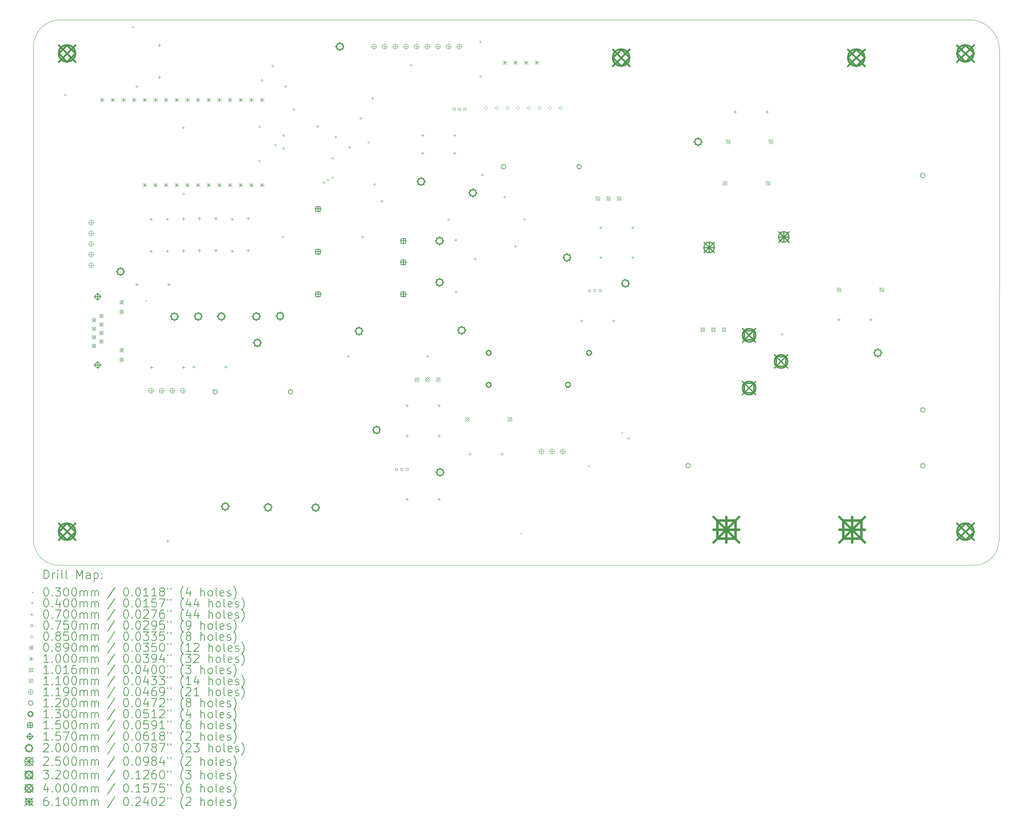
<source format=gbr>
%TF.GenerationSoftware,KiCad,Pcbnew,7.0.8*%
%TF.CreationDate,2023-11-09T10:37:01-05:00*%
%TF.ProjectId,mecc-pcb-kicad,6d656363-2d70-4636-922d-6b696361642e,v1*%
%TF.SameCoordinates,Original*%
%TF.FileFunction,Drillmap*%
%TF.FilePolarity,Positive*%
%FSLAX45Y45*%
G04 Gerber Fmt 4.5, Leading zero omitted, Abs format (unit mm)*
G04 Created by KiCad (PCBNEW 7.0.8) date 2023-11-09 10:37:01*
%MOMM*%
%LPD*%
G01*
G04 APERTURE LIST*
%ADD10C,0.100000*%
%ADD11C,0.200000*%
%ADD12C,0.030000*%
%ADD13C,0.040000*%
%ADD14C,0.070000*%
%ADD15C,0.075000*%
%ADD16C,0.085000*%
%ADD17C,0.089000*%
%ADD18C,0.101600*%
%ADD19C,0.110000*%
%ADD20C,0.119000*%
%ADD21C,0.120000*%
%ADD22C,0.130000*%
%ADD23C,0.150000*%
%ADD24C,0.157000*%
%ADD25C,0.250000*%
%ADD26C,0.320000*%
%ADD27C,0.400000*%
%ADD28C,0.610000*%
G04 APERTURE END LIST*
D10*
X29294864Y-8000000D02*
X7635000Y-8000000D01*
X29407113Y-20999997D02*
G75*
G03*
X29999996Y-20407112I-4J592887D01*
G01*
X29407113Y-21000000D02*
X7600000Y-21000000D01*
X7635000Y-8000000D02*
G75*
G03*
X7000000Y-8635000I0J-635000D01*
G01*
X7000000Y-20400000D02*
X7000000Y-8635000D01*
X7000000Y-20400000D02*
G75*
G03*
X7600000Y-21000000I600000J0D01*
G01*
X30009240Y-8714375D02*
G75*
G03*
X29294864Y-8000000I-714380J-5D01*
G01*
X30009239Y-8714375D02*
X29999996Y-20407112D01*
D11*
D12*
X9665000Y-14680000D02*
X9695000Y-14710000D01*
X9695000Y-14680000D02*
X9665000Y-14710000D01*
X18605000Y-20225000D02*
X18635000Y-20255000D01*
X18635000Y-20225000D02*
X18605000Y-20255000D01*
X20210000Y-18620000D02*
X20240000Y-18650000D01*
X20240000Y-18620000D02*
X20210000Y-18650000D01*
X21010000Y-17820000D02*
X21040000Y-17850000D01*
X21040000Y-17820000D02*
X21010000Y-17850000D01*
D13*
X7780000Y-9790000D02*
G75*
G03*
X7780000Y-9790000I-20000J0D01*
G01*
X9390000Y-8180000D02*
G75*
G03*
X9390000Y-8180000I-20000J0D01*
G01*
X9481500Y-9588500D02*
G75*
G03*
X9481500Y-9588500I-20000J0D01*
G01*
X10220000Y-20425000D02*
G75*
G03*
X10220000Y-20425000I-20000J0D01*
G01*
X10590000Y-10570000D02*
G75*
G03*
X10590000Y-10570000I-20000J0D01*
G01*
X10600000Y-12150000D02*
G75*
G03*
X10600000Y-12150000I-20000J0D01*
G01*
X12402500Y-11366500D02*
G75*
G03*
X12402500Y-11366500I-20000J0D01*
G01*
X12410000Y-10550000D02*
G75*
G03*
X12410000Y-10550000I-20000J0D01*
G01*
X12466000Y-9446000D02*
G75*
G03*
X12466000Y-9446000I-20000J0D01*
G01*
X12720000Y-9100000D02*
G75*
G03*
X12720000Y-9100000I-20000J0D01*
G01*
X12783500Y-10985500D02*
G75*
G03*
X12783500Y-10985500I-20000J0D01*
G01*
X12965000Y-13175000D02*
G75*
G03*
X12965000Y-13175000I-20000J0D01*
G01*
X12980000Y-10760000D02*
G75*
G03*
X12980000Y-10760000I-20000J0D01*
G01*
X12980049Y-11069946D02*
G75*
G03*
X12980049Y-11069946I-20000J0D01*
G01*
X13020000Y-9588500D02*
G75*
G03*
X13020000Y-9588500I-20000J0D01*
G01*
X13220000Y-10135000D02*
G75*
G03*
X13220000Y-10135000I-20000J0D01*
G01*
X13790000Y-10541000D02*
G75*
G03*
X13790000Y-10541000I-20000J0D01*
G01*
X13940000Y-11880000D02*
G75*
G03*
X13940000Y-11880000I-20000J0D01*
G01*
X14040000Y-11820000D02*
G75*
G03*
X14040000Y-11820000I-20000J0D01*
G01*
X14150000Y-11298502D02*
G75*
G03*
X14150000Y-11298502I-20000J0D01*
G01*
X14150000Y-11760000D02*
G75*
G03*
X14150000Y-11760000I-20000J0D01*
G01*
X14220000Y-10795000D02*
G75*
G03*
X14220000Y-10795000I-20000J0D01*
G01*
X14520000Y-16025000D02*
G75*
G03*
X14520000Y-16025000I-20000J0D01*
G01*
X14550000Y-11040000D02*
G75*
G03*
X14550000Y-11040000I-20000J0D01*
G01*
X14815500Y-10350500D02*
G75*
G03*
X14815500Y-10350500I-20000J0D01*
G01*
X14865000Y-13175000D02*
G75*
G03*
X14865000Y-13175000I-20000J0D01*
G01*
X15006000Y-10922000D02*
G75*
G03*
X15006000Y-10922000I-20000J0D01*
G01*
X15101250Y-9874250D02*
G75*
G03*
X15101250Y-9874250I-20000J0D01*
G01*
X15145000Y-11925000D02*
G75*
G03*
X15145000Y-11925000I-20000J0D01*
G01*
X15323500Y-12323500D02*
G75*
G03*
X15323500Y-12323500I-20000J0D01*
G01*
X16022000Y-9080500D02*
G75*
G03*
X16022000Y-9080500I-20000J0D01*
G01*
X16407500Y-16025000D02*
G75*
G03*
X16407500Y-16025000I-20000J0D01*
G01*
X16911000Y-12763500D02*
G75*
G03*
X16911000Y-12763500I-20000J0D01*
G01*
X17083656Y-13250000D02*
G75*
G03*
X17083656Y-13250000I-20000J0D01*
G01*
X17087250Y-14492250D02*
G75*
G03*
X17087250Y-14492250I-20000J0D01*
G01*
X17550000Y-13700000D02*
G75*
G03*
X17550000Y-13700000I-20000J0D01*
G01*
X17670000Y-8525000D02*
G75*
G03*
X17670000Y-8525000I-20000J0D01*
G01*
X17670000Y-9350000D02*
G75*
G03*
X17670000Y-9350000I-20000J0D01*
G01*
X17720000Y-11700000D02*
G75*
G03*
X17720000Y-11700000I-20000J0D01*
G01*
X18244500Y-12225000D02*
G75*
G03*
X18244500Y-12225000I-20000J0D01*
G01*
X18497000Y-13400000D02*
G75*
G03*
X18497000Y-13400000I-20000J0D01*
G01*
X18720000Y-12760000D02*
G75*
G03*
X18720000Y-12760000I-20000J0D01*
G01*
X21200000Y-17980000D02*
G75*
G03*
X21200000Y-17980000I-20000J0D01*
G01*
X24850000Y-15500000D02*
G75*
G03*
X24850000Y-15500000I-20000J0D01*
G01*
D14*
X9460000Y-14275000D02*
X9460000Y-14345000D01*
X9425000Y-14310000D02*
X9495000Y-14310000D01*
X9800000Y-12713000D02*
X9800000Y-12783000D01*
X9765000Y-12748000D02*
X9835000Y-12748000D01*
X9800000Y-13475000D02*
X9800000Y-13545000D01*
X9765000Y-13510000D02*
X9835000Y-13510000D01*
X9815000Y-16245000D02*
X9815000Y-16315000D01*
X9780000Y-16280000D02*
X9850000Y-16280000D01*
X10000000Y-8565000D02*
X10000000Y-8635000D01*
X9965000Y-8600000D02*
X10035000Y-8600000D01*
X10000000Y-9327000D02*
X10000000Y-9397000D01*
X9965000Y-9362000D02*
X10035000Y-9362000D01*
X10190000Y-12715000D02*
X10190000Y-12785000D01*
X10155000Y-12750000D02*
X10225000Y-12750000D01*
X10190000Y-13477000D02*
X10190000Y-13547000D01*
X10155000Y-13512000D02*
X10225000Y-13512000D01*
X10222000Y-14275000D02*
X10222000Y-14345000D01*
X10187000Y-14310000D02*
X10257000Y-14310000D01*
X10570000Y-12705000D02*
X10570000Y-12775000D01*
X10535000Y-12740000D02*
X10605000Y-12740000D01*
X10570000Y-13467000D02*
X10570000Y-13537000D01*
X10535000Y-13502000D02*
X10605000Y-13502000D01*
X10577000Y-16245000D02*
X10577000Y-16315000D01*
X10542000Y-16280000D02*
X10612000Y-16280000D01*
X10820000Y-16235000D02*
X10820000Y-16305000D01*
X10785000Y-16270000D02*
X10855000Y-16270000D01*
X10950000Y-12703000D02*
X10950000Y-12773000D01*
X10915000Y-12738000D02*
X10985000Y-12738000D01*
X10950000Y-13465000D02*
X10950000Y-13535000D01*
X10915000Y-13500000D02*
X10985000Y-13500000D01*
X11340000Y-12703000D02*
X11340000Y-12773000D01*
X11305000Y-12738000D02*
X11375000Y-12738000D01*
X11340000Y-13465000D02*
X11340000Y-13535000D01*
X11305000Y-13500000D02*
X11375000Y-13500000D01*
X11582000Y-16235000D02*
X11582000Y-16305000D01*
X11547000Y-16270000D02*
X11617000Y-16270000D01*
X11730000Y-12713000D02*
X11730000Y-12783000D01*
X11695000Y-12748000D02*
X11765000Y-12748000D01*
X11730000Y-13475000D02*
X11730000Y-13545000D01*
X11695000Y-13510000D02*
X11765000Y-13510000D01*
X12110000Y-12703000D02*
X12110000Y-12773000D01*
X12075000Y-12738000D02*
X12145000Y-12738000D01*
X12110000Y-13465000D02*
X12110000Y-13535000D01*
X12075000Y-13500000D02*
X12145000Y-13500000D01*
X15900125Y-17162438D02*
X15900125Y-17232438D01*
X15865125Y-17197438D02*
X15935125Y-17197438D01*
X15900125Y-17876813D02*
X15900125Y-17946813D01*
X15865125Y-17911813D02*
X15935125Y-17911813D01*
X15900125Y-19384938D02*
X15900125Y-19454938D01*
X15865125Y-19419938D02*
X15935125Y-19419938D01*
X16269000Y-10715000D02*
X16269000Y-10785000D01*
X16234000Y-10750000D02*
X16304000Y-10750000D01*
X16269000Y-11140000D02*
X16269000Y-11210000D01*
X16234000Y-11175000D02*
X16304000Y-11175000D01*
X16662125Y-17162438D02*
X16662125Y-17232438D01*
X16627125Y-17197438D02*
X16697125Y-17197438D01*
X16662125Y-17876813D02*
X16662125Y-17946813D01*
X16627125Y-17911813D02*
X16697125Y-17911813D01*
X16662125Y-19384938D02*
X16662125Y-19454938D01*
X16627125Y-19419938D02*
X16697125Y-19419938D01*
X17031000Y-10715000D02*
X17031000Y-10785000D01*
X16996000Y-10750000D02*
X17066000Y-10750000D01*
X17031000Y-11140000D02*
X17031000Y-11210000D01*
X16996000Y-11175000D02*
X17066000Y-11175000D01*
X17399000Y-18316500D02*
X17399000Y-18386500D01*
X17364000Y-18351500D02*
X17434000Y-18351500D01*
X18161000Y-18316500D02*
X18161000Y-18386500D01*
X18126000Y-18351500D02*
X18196000Y-18351500D01*
X20058000Y-15135000D02*
X20058000Y-15205000D01*
X20023000Y-15170000D02*
X20093000Y-15170000D01*
X20511750Y-12916250D02*
X20511750Y-12986250D01*
X20476750Y-12951250D02*
X20546750Y-12951250D01*
X20511750Y-13630625D02*
X20511750Y-13700625D01*
X20476750Y-13665625D02*
X20546750Y-13665625D01*
X20820000Y-15135000D02*
X20820000Y-15205000D01*
X20785000Y-15170000D02*
X20855000Y-15170000D01*
X21273750Y-12916250D02*
X21273750Y-12986250D01*
X21238750Y-12951250D02*
X21308750Y-12951250D01*
X21273750Y-13630625D02*
X21273750Y-13700625D01*
X21238750Y-13665625D02*
X21308750Y-13665625D01*
X23710187Y-10155000D02*
X23710187Y-10225000D01*
X23675187Y-10190000D02*
X23745187Y-10190000D01*
X24472187Y-10155000D02*
X24472187Y-10225000D01*
X24437187Y-10190000D02*
X24507187Y-10190000D01*
X26188250Y-15109750D02*
X26188250Y-15179750D01*
X26153250Y-15144750D02*
X26223250Y-15144750D01*
X26950250Y-15109750D02*
X26950250Y-15179750D01*
X26915250Y-15144750D02*
X26985250Y-15144750D01*
D15*
X15671017Y-18736454D02*
X15671017Y-18683421D01*
X15617983Y-18683421D01*
X15617983Y-18736454D01*
X15671017Y-18736454D01*
X15798017Y-18736454D02*
X15798017Y-18683421D01*
X15744983Y-18683421D01*
X15744983Y-18736454D01*
X15798017Y-18736454D01*
X15925017Y-18736454D02*
X15925017Y-18683421D01*
X15871983Y-18683421D01*
X15871983Y-18736454D01*
X15925017Y-18736454D01*
X17047517Y-10151517D02*
X17047517Y-10098483D01*
X16994483Y-10098483D01*
X16994483Y-10151517D01*
X17047517Y-10151517D01*
X17174517Y-10151517D02*
X17174517Y-10098483D01*
X17121483Y-10098483D01*
X17121483Y-10151517D01*
X17174517Y-10151517D01*
X17301517Y-10151517D02*
X17301517Y-10098483D01*
X17248483Y-10098483D01*
X17248483Y-10151517D01*
X17301517Y-10151517D01*
X20266517Y-14476517D02*
X20266517Y-14423483D01*
X20213483Y-14423483D01*
X20213483Y-14476517D01*
X20266517Y-14476517D01*
X20393517Y-14476517D02*
X20393517Y-14423483D01*
X20340483Y-14423483D01*
X20340483Y-14476517D01*
X20393517Y-14476517D01*
X20520517Y-14476517D02*
X20520517Y-14423483D01*
X20467483Y-14423483D01*
X20467483Y-14476517D01*
X20520517Y-14476517D01*
D16*
X17780000Y-10142500D02*
X17822500Y-10100000D01*
X17780000Y-10057500D01*
X17737500Y-10100000D01*
X17780000Y-10142500D01*
X18034000Y-10142500D02*
X18076500Y-10100000D01*
X18034000Y-10057500D01*
X17991500Y-10100000D01*
X18034000Y-10142500D01*
X18288000Y-10142500D02*
X18330500Y-10100000D01*
X18288000Y-10057500D01*
X18245500Y-10100000D01*
X18288000Y-10142500D01*
X18542000Y-10142500D02*
X18584500Y-10100000D01*
X18542000Y-10057500D01*
X18499500Y-10100000D01*
X18542000Y-10142500D01*
X18796000Y-10142500D02*
X18838500Y-10100000D01*
X18796000Y-10057500D01*
X18753500Y-10100000D01*
X18796000Y-10142500D01*
X19050000Y-10142500D02*
X19092500Y-10100000D01*
X19050000Y-10057500D01*
X19007500Y-10100000D01*
X19050000Y-10142500D01*
X19304000Y-10142500D02*
X19346500Y-10100000D01*
X19304000Y-10057500D01*
X19261500Y-10100000D01*
X19304000Y-10142500D01*
X19558000Y-10142500D02*
X19600500Y-10100000D01*
X19558000Y-10057500D01*
X19515500Y-10100000D01*
X19558000Y-10142500D01*
D17*
X8395500Y-15115900D02*
X8484500Y-15204900D01*
X8484500Y-15115900D02*
X8395500Y-15204900D01*
X8484500Y-15160400D02*
G75*
G03*
X8484500Y-15160400I-44500J0D01*
G01*
X8395500Y-15319100D02*
X8484500Y-15408100D01*
X8484500Y-15319100D02*
X8395500Y-15408100D01*
X8484500Y-15363600D02*
G75*
G03*
X8484500Y-15363600I-44500J0D01*
G01*
X8395500Y-15522300D02*
X8484500Y-15611300D01*
X8484500Y-15522300D02*
X8395500Y-15611300D01*
X8484500Y-15566800D02*
G75*
G03*
X8484500Y-15566800I-44500J0D01*
G01*
X8395500Y-15725500D02*
X8484500Y-15814500D01*
X8484500Y-15725500D02*
X8395500Y-15814500D01*
X8484500Y-15770000D02*
G75*
G03*
X8484500Y-15770000I-44500J0D01*
G01*
X8573500Y-15014300D02*
X8662500Y-15103300D01*
X8662500Y-15014300D02*
X8573500Y-15103300D01*
X8662500Y-15058800D02*
G75*
G03*
X8662500Y-15058800I-44500J0D01*
G01*
X8573500Y-15217500D02*
X8662500Y-15306500D01*
X8662500Y-15217500D02*
X8573500Y-15306500D01*
X8662500Y-15262000D02*
G75*
G03*
X8662500Y-15262000I-44500J0D01*
G01*
X8573500Y-15420700D02*
X8662500Y-15509700D01*
X8662500Y-15420700D02*
X8573500Y-15509700D01*
X8662500Y-15465200D02*
G75*
G03*
X8662500Y-15465200I-44500J0D01*
G01*
X8573500Y-15623900D02*
X8662500Y-15712900D01*
X8662500Y-15623900D02*
X8573500Y-15712900D01*
X8662500Y-15668400D02*
G75*
G03*
X8662500Y-15668400I-44500J0D01*
G01*
X9055500Y-14683500D02*
X9144500Y-14772500D01*
X9144500Y-14683500D02*
X9055500Y-14772500D01*
X9144500Y-14728000D02*
G75*
G03*
X9144500Y-14728000I-44500J0D01*
G01*
X9055500Y-14912500D02*
X9144500Y-15001500D01*
X9144500Y-14912500D02*
X9055500Y-15001500D01*
X9144500Y-14957000D02*
G75*
G03*
X9144500Y-14957000I-44500J0D01*
G01*
X9055500Y-15826500D02*
X9144500Y-15915500D01*
X9144500Y-15826500D02*
X9055500Y-15915500D01*
X9144500Y-15871000D02*
G75*
G03*
X9144500Y-15871000I-44500J0D01*
G01*
X9055500Y-16055500D02*
X9144500Y-16144500D01*
X9144500Y-16055500D02*
X9055500Y-16144500D01*
X9144500Y-16100000D02*
G75*
G03*
X9144500Y-16100000I-44500J0D01*
G01*
D10*
X8586000Y-9856000D02*
X8686000Y-9956000D01*
X8686000Y-9856000D02*
X8586000Y-9956000D01*
X8636000Y-9856000D02*
X8636000Y-9956000D01*
X8586000Y-9906000D02*
X8686000Y-9906000D01*
X8840000Y-9856000D02*
X8940000Y-9956000D01*
X8940000Y-9856000D02*
X8840000Y-9956000D01*
X8890000Y-9856000D02*
X8890000Y-9956000D01*
X8840000Y-9906000D02*
X8940000Y-9906000D01*
X9094000Y-9856000D02*
X9194000Y-9956000D01*
X9194000Y-9856000D02*
X9094000Y-9956000D01*
X9144000Y-9856000D02*
X9144000Y-9956000D01*
X9094000Y-9906000D02*
X9194000Y-9906000D01*
X9348000Y-9856000D02*
X9448000Y-9956000D01*
X9448000Y-9856000D02*
X9348000Y-9956000D01*
X9398000Y-9856000D02*
X9398000Y-9956000D01*
X9348000Y-9906000D02*
X9448000Y-9906000D01*
X9602000Y-9856000D02*
X9702000Y-9956000D01*
X9702000Y-9856000D02*
X9602000Y-9956000D01*
X9652000Y-9856000D02*
X9652000Y-9956000D01*
X9602000Y-9906000D02*
X9702000Y-9906000D01*
X9602000Y-11888000D02*
X9702000Y-11988000D01*
X9702000Y-11888000D02*
X9602000Y-11988000D01*
X9652000Y-11888000D02*
X9652000Y-11988000D01*
X9602000Y-11938000D02*
X9702000Y-11938000D01*
X9856000Y-9856000D02*
X9956000Y-9956000D01*
X9956000Y-9856000D02*
X9856000Y-9956000D01*
X9906000Y-9856000D02*
X9906000Y-9956000D01*
X9856000Y-9906000D02*
X9956000Y-9906000D01*
X9856000Y-11888000D02*
X9956000Y-11988000D01*
X9956000Y-11888000D02*
X9856000Y-11988000D01*
X9906000Y-11888000D02*
X9906000Y-11988000D01*
X9856000Y-11938000D02*
X9956000Y-11938000D01*
X10110000Y-9856000D02*
X10210000Y-9956000D01*
X10210000Y-9856000D02*
X10110000Y-9956000D01*
X10160000Y-9856000D02*
X10160000Y-9956000D01*
X10110000Y-9906000D02*
X10210000Y-9906000D01*
X10110000Y-11888000D02*
X10210000Y-11988000D01*
X10210000Y-11888000D02*
X10110000Y-11988000D01*
X10160000Y-11888000D02*
X10160000Y-11988000D01*
X10110000Y-11938000D02*
X10210000Y-11938000D01*
X10364000Y-9856000D02*
X10464000Y-9956000D01*
X10464000Y-9856000D02*
X10364000Y-9956000D01*
X10414000Y-9856000D02*
X10414000Y-9956000D01*
X10364000Y-9906000D02*
X10464000Y-9906000D01*
X10364000Y-11888000D02*
X10464000Y-11988000D01*
X10464000Y-11888000D02*
X10364000Y-11988000D01*
X10414000Y-11888000D02*
X10414000Y-11988000D01*
X10364000Y-11938000D02*
X10464000Y-11938000D01*
X10618000Y-9856000D02*
X10718000Y-9956000D01*
X10718000Y-9856000D02*
X10618000Y-9956000D01*
X10668000Y-9856000D02*
X10668000Y-9956000D01*
X10618000Y-9906000D02*
X10718000Y-9906000D01*
X10618000Y-11888000D02*
X10718000Y-11988000D01*
X10718000Y-11888000D02*
X10618000Y-11988000D01*
X10668000Y-11888000D02*
X10668000Y-11988000D01*
X10618000Y-11938000D02*
X10718000Y-11938000D01*
X10872000Y-9856000D02*
X10972000Y-9956000D01*
X10972000Y-9856000D02*
X10872000Y-9956000D01*
X10922000Y-9856000D02*
X10922000Y-9956000D01*
X10872000Y-9906000D02*
X10972000Y-9906000D01*
X10872000Y-11888000D02*
X10972000Y-11988000D01*
X10972000Y-11888000D02*
X10872000Y-11988000D01*
X10922000Y-11888000D02*
X10922000Y-11988000D01*
X10872000Y-11938000D02*
X10972000Y-11938000D01*
X11126000Y-9856000D02*
X11226000Y-9956000D01*
X11226000Y-9856000D02*
X11126000Y-9956000D01*
X11176000Y-9856000D02*
X11176000Y-9956000D01*
X11126000Y-9906000D02*
X11226000Y-9906000D01*
X11126000Y-11888000D02*
X11226000Y-11988000D01*
X11226000Y-11888000D02*
X11126000Y-11988000D01*
X11176000Y-11888000D02*
X11176000Y-11988000D01*
X11126000Y-11938000D02*
X11226000Y-11938000D01*
X11380000Y-9856000D02*
X11480000Y-9956000D01*
X11480000Y-9856000D02*
X11380000Y-9956000D01*
X11430000Y-9856000D02*
X11430000Y-9956000D01*
X11380000Y-9906000D02*
X11480000Y-9906000D01*
X11380000Y-11888000D02*
X11480000Y-11988000D01*
X11480000Y-11888000D02*
X11380000Y-11988000D01*
X11430000Y-11888000D02*
X11430000Y-11988000D01*
X11380000Y-11938000D02*
X11480000Y-11938000D01*
X11634000Y-9856000D02*
X11734000Y-9956000D01*
X11734000Y-9856000D02*
X11634000Y-9956000D01*
X11684000Y-9856000D02*
X11684000Y-9956000D01*
X11634000Y-9906000D02*
X11734000Y-9906000D01*
X11634000Y-11888000D02*
X11734000Y-11988000D01*
X11734000Y-11888000D02*
X11634000Y-11988000D01*
X11684000Y-11888000D02*
X11684000Y-11988000D01*
X11634000Y-11938000D02*
X11734000Y-11938000D01*
X11888000Y-9856000D02*
X11988000Y-9956000D01*
X11988000Y-9856000D02*
X11888000Y-9956000D01*
X11938000Y-9856000D02*
X11938000Y-9956000D01*
X11888000Y-9906000D02*
X11988000Y-9906000D01*
X11888000Y-11888000D02*
X11988000Y-11988000D01*
X11988000Y-11888000D02*
X11888000Y-11988000D01*
X11938000Y-11888000D02*
X11938000Y-11988000D01*
X11888000Y-11938000D02*
X11988000Y-11938000D01*
X12142000Y-9856000D02*
X12242000Y-9956000D01*
X12242000Y-9856000D02*
X12142000Y-9956000D01*
X12192000Y-9856000D02*
X12192000Y-9956000D01*
X12142000Y-9906000D02*
X12242000Y-9906000D01*
X12142000Y-11888000D02*
X12242000Y-11988000D01*
X12242000Y-11888000D02*
X12142000Y-11988000D01*
X12192000Y-11888000D02*
X12192000Y-11988000D01*
X12142000Y-11938000D02*
X12242000Y-11938000D01*
X12396000Y-9856000D02*
X12496000Y-9956000D01*
X12496000Y-9856000D02*
X12396000Y-9956000D01*
X12446000Y-9856000D02*
X12446000Y-9956000D01*
X12396000Y-9906000D02*
X12496000Y-9906000D01*
X12396000Y-11888000D02*
X12496000Y-11988000D01*
X12496000Y-11888000D02*
X12396000Y-11988000D01*
X12446000Y-11888000D02*
X12446000Y-11988000D01*
X12396000Y-11938000D02*
X12496000Y-11938000D01*
X18174500Y-8967000D02*
X18274500Y-9067000D01*
X18274500Y-8967000D02*
X18174500Y-9067000D01*
X18224500Y-8967000D02*
X18224500Y-9067000D01*
X18174500Y-9017000D02*
X18274500Y-9017000D01*
X18428500Y-8967000D02*
X18528500Y-9067000D01*
X18528500Y-8967000D02*
X18428500Y-9067000D01*
X18478500Y-8967000D02*
X18478500Y-9067000D01*
X18428500Y-9017000D02*
X18528500Y-9017000D01*
X18682500Y-8967000D02*
X18782500Y-9067000D01*
X18782500Y-8967000D02*
X18682500Y-9067000D01*
X18732500Y-8967000D02*
X18732500Y-9067000D01*
X18682500Y-9017000D02*
X18782500Y-9017000D01*
X18936500Y-8967000D02*
X19036500Y-9067000D01*
X19036500Y-8967000D02*
X18936500Y-9067000D01*
X18986500Y-8967000D02*
X18986500Y-9067000D01*
X18936500Y-9017000D02*
X19036500Y-9017000D01*
D18*
X22889200Y-15329200D02*
X22990800Y-15430800D01*
X22990800Y-15329200D02*
X22889200Y-15430800D01*
X22975921Y-15415921D02*
X22975921Y-15344079D01*
X22904079Y-15344079D01*
X22904079Y-15415921D01*
X22975921Y-15415921D01*
X23143200Y-15329200D02*
X23244800Y-15430800D01*
X23244800Y-15329200D02*
X23143200Y-15430800D01*
X23229921Y-15415921D02*
X23229921Y-15344079D01*
X23158079Y-15344079D01*
X23158079Y-15415921D01*
X23229921Y-15415921D01*
X23397200Y-15329200D02*
X23498800Y-15430800D01*
X23498800Y-15329200D02*
X23397200Y-15430800D01*
X23483921Y-15415921D02*
X23483921Y-15344079D01*
X23412079Y-15344079D01*
X23412079Y-15415921D01*
X23483921Y-15415921D01*
D19*
X16078500Y-16522562D02*
X16188500Y-16632562D01*
X16188500Y-16522562D02*
X16078500Y-16632562D01*
X16133500Y-16632562D02*
X16188500Y-16577562D01*
X16133500Y-16522562D01*
X16078500Y-16577562D01*
X16133500Y-16632562D01*
X16332500Y-16522562D02*
X16442500Y-16632562D01*
X16442500Y-16522562D02*
X16332500Y-16632562D01*
X16387500Y-16632562D02*
X16442500Y-16577562D01*
X16387500Y-16522562D01*
X16332500Y-16577562D01*
X16387500Y-16632562D01*
X16586500Y-16522562D02*
X16696500Y-16632562D01*
X16696500Y-16522562D02*
X16586500Y-16632562D01*
X16641500Y-16632562D02*
X16696500Y-16577562D01*
X16641500Y-16522562D01*
X16586500Y-16577562D01*
X16641500Y-16632562D01*
X17278500Y-17464938D02*
X17388500Y-17574938D01*
X17388500Y-17464938D02*
X17278500Y-17574938D01*
X17333500Y-17574938D02*
X17388500Y-17519938D01*
X17333500Y-17464938D01*
X17278500Y-17519938D01*
X17333500Y-17574938D01*
X18294500Y-17464938D02*
X18404500Y-17574938D01*
X18404500Y-17464938D02*
X18294500Y-17574938D01*
X18349500Y-17574938D02*
X18404500Y-17519938D01*
X18349500Y-17464938D01*
X18294500Y-17519938D01*
X18349500Y-17574938D01*
X20387000Y-12197000D02*
X20497000Y-12307000D01*
X20497000Y-12197000D02*
X20387000Y-12307000D01*
X20442000Y-12307000D02*
X20497000Y-12252000D01*
X20442000Y-12197000D01*
X20387000Y-12252000D01*
X20442000Y-12307000D01*
X20641000Y-12197000D02*
X20751000Y-12307000D01*
X20751000Y-12197000D02*
X20641000Y-12307000D01*
X20696000Y-12307000D02*
X20751000Y-12252000D01*
X20696000Y-12197000D01*
X20641000Y-12252000D01*
X20696000Y-12307000D01*
X20895000Y-12197000D02*
X21005000Y-12307000D01*
X21005000Y-12197000D02*
X20895000Y-12307000D01*
X20950000Y-12307000D02*
X21005000Y-12252000D01*
X20950000Y-12197000D01*
X20895000Y-12252000D01*
X20950000Y-12307000D01*
X23420000Y-11840000D02*
X23530000Y-11950000D01*
X23530000Y-11840000D02*
X23420000Y-11950000D01*
X23475000Y-11950000D02*
X23530000Y-11895000D01*
X23475000Y-11840000D01*
X23420000Y-11895000D01*
X23475000Y-11950000D01*
X23497000Y-10841875D02*
X23607000Y-10951875D01*
X23607000Y-10841875D02*
X23497000Y-10951875D01*
X23552000Y-10951875D02*
X23607000Y-10896875D01*
X23552000Y-10841875D01*
X23497000Y-10896875D01*
X23552000Y-10951875D01*
X24440000Y-11840000D02*
X24550000Y-11950000D01*
X24550000Y-11840000D02*
X24440000Y-11950000D01*
X24495000Y-11950000D02*
X24550000Y-11895000D01*
X24495000Y-11840000D01*
X24440000Y-11895000D01*
X24495000Y-11950000D01*
X24513000Y-10841875D02*
X24623000Y-10951875D01*
X24623000Y-10841875D02*
X24513000Y-10951875D01*
X24568000Y-10951875D02*
X24623000Y-10896875D01*
X24568000Y-10841875D01*
X24513000Y-10896875D01*
X24568000Y-10951875D01*
X26137000Y-14375000D02*
X26247000Y-14485000D01*
X26247000Y-14375000D02*
X26137000Y-14485000D01*
X26192000Y-14485000D02*
X26247000Y-14430000D01*
X26192000Y-14375000D01*
X26137000Y-14430000D01*
X26192000Y-14485000D01*
X27153000Y-14375000D02*
X27263000Y-14485000D01*
X27263000Y-14375000D02*
X27153000Y-14485000D01*
X27208000Y-14485000D02*
X27263000Y-14430000D01*
X27208000Y-14375000D01*
X27153000Y-14430000D01*
X27208000Y-14485000D01*
D20*
X8375000Y-12774500D02*
X8375000Y-12893500D01*
X8315500Y-12834000D02*
X8434500Y-12834000D01*
X8434500Y-12834000D02*
G75*
G03*
X8434500Y-12834000I-59500J0D01*
G01*
X8375000Y-13028500D02*
X8375000Y-13147500D01*
X8315500Y-13088000D02*
X8434500Y-13088000D01*
X8434500Y-13088000D02*
G75*
G03*
X8434500Y-13088000I-59500J0D01*
G01*
X8375000Y-13282500D02*
X8375000Y-13401500D01*
X8315500Y-13342000D02*
X8434500Y-13342000D01*
X8434500Y-13342000D02*
G75*
G03*
X8434500Y-13342000I-59500J0D01*
G01*
X8375000Y-13536500D02*
X8375000Y-13655500D01*
X8315500Y-13596000D02*
X8434500Y-13596000D01*
X8434500Y-13596000D02*
G75*
G03*
X8434500Y-13596000I-59500J0D01*
G01*
X8375000Y-13790500D02*
X8375000Y-13909500D01*
X8315500Y-13850000D02*
X8434500Y-13850000D01*
X8434500Y-13850000D02*
G75*
G03*
X8434500Y-13850000I-59500J0D01*
G01*
X9800000Y-16780500D02*
X9800000Y-16899500D01*
X9740500Y-16840000D02*
X9859500Y-16840000D01*
X9859500Y-16840000D02*
G75*
G03*
X9859500Y-16840000I-59500J0D01*
G01*
X10054000Y-16780500D02*
X10054000Y-16899500D01*
X9994500Y-16840000D02*
X10113500Y-16840000D01*
X10113500Y-16840000D02*
G75*
G03*
X10113500Y-16840000I-59500J0D01*
G01*
X10308000Y-16780500D02*
X10308000Y-16899500D01*
X10248500Y-16840000D02*
X10367500Y-16840000D01*
X10367500Y-16840000D02*
G75*
G03*
X10367500Y-16840000I-59500J0D01*
G01*
X10562000Y-16780500D02*
X10562000Y-16899500D01*
X10502500Y-16840000D02*
X10621500Y-16840000D01*
X10621500Y-16840000D02*
G75*
G03*
X10621500Y-16840000I-59500J0D01*
G01*
X15113000Y-8576500D02*
X15113000Y-8695500D01*
X15053500Y-8636000D02*
X15172500Y-8636000D01*
X15172500Y-8636000D02*
G75*
G03*
X15172500Y-8636000I-59500J0D01*
G01*
X15367000Y-8576500D02*
X15367000Y-8695500D01*
X15307500Y-8636000D02*
X15426500Y-8636000D01*
X15426500Y-8636000D02*
G75*
G03*
X15426500Y-8636000I-59500J0D01*
G01*
X15621000Y-8576500D02*
X15621000Y-8695500D01*
X15561500Y-8636000D02*
X15680500Y-8636000D01*
X15680500Y-8636000D02*
G75*
G03*
X15680500Y-8636000I-59500J0D01*
G01*
X15875000Y-8576500D02*
X15875000Y-8695500D01*
X15815500Y-8636000D02*
X15934500Y-8636000D01*
X15934500Y-8636000D02*
G75*
G03*
X15934500Y-8636000I-59500J0D01*
G01*
X16129000Y-8576500D02*
X16129000Y-8695500D01*
X16069500Y-8636000D02*
X16188500Y-8636000D01*
X16188500Y-8636000D02*
G75*
G03*
X16188500Y-8636000I-59500J0D01*
G01*
X16383000Y-8576500D02*
X16383000Y-8695500D01*
X16323500Y-8636000D02*
X16442500Y-8636000D01*
X16442500Y-8636000D02*
G75*
G03*
X16442500Y-8636000I-59500J0D01*
G01*
X16637000Y-8576500D02*
X16637000Y-8695500D01*
X16577500Y-8636000D02*
X16696500Y-8636000D01*
X16696500Y-8636000D02*
G75*
G03*
X16696500Y-8636000I-59500J0D01*
G01*
X16891000Y-8576500D02*
X16891000Y-8695500D01*
X16831500Y-8636000D02*
X16950500Y-8636000D01*
X16950500Y-8636000D02*
G75*
G03*
X16950500Y-8636000I-59500J0D01*
G01*
X17145000Y-8576500D02*
X17145000Y-8695500D01*
X17085500Y-8636000D02*
X17204500Y-8636000D01*
X17204500Y-8636000D02*
G75*
G03*
X17204500Y-8636000I-59500J0D01*
G01*
X19102000Y-18230500D02*
X19102000Y-18349500D01*
X19042500Y-18290000D02*
X19161500Y-18290000D01*
X19161500Y-18290000D02*
G75*
G03*
X19161500Y-18290000I-59500J0D01*
G01*
X19356000Y-18230500D02*
X19356000Y-18349500D01*
X19296500Y-18290000D02*
X19415500Y-18290000D01*
X19415500Y-18290000D02*
G75*
G03*
X19415500Y-18290000I-59500J0D01*
G01*
X19610000Y-18230500D02*
X19610000Y-18349500D01*
X19550500Y-18290000D02*
X19669500Y-18290000D01*
X19669500Y-18290000D02*
G75*
G03*
X19669500Y-18290000I-59500J0D01*
G01*
D21*
X11367427Y-16906677D02*
X11367427Y-16821823D01*
X11282573Y-16821823D01*
X11282573Y-16906677D01*
X11367427Y-16906677D01*
X11385000Y-16864250D02*
G75*
G03*
X11385000Y-16864250I-60000J0D01*
G01*
X13167427Y-16906677D02*
X13167427Y-16821823D01*
X13082573Y-16821823D01*
X13082573Y-16906677D01*
X13167427Y-16906677D01*
X13185000Y-16864250D02*
G75*
G03*
X13185000Y-16864250I-60000J0D01*
G01*
X18242427Y-11542427D02*
X18242427Y-11457573D01*
X18157573Y-11457573D01*
X18157573Y-11542427D01*
X18242427Y-11542427D01*
X18260000Y-11500000D02*
G75*
G03*
X18260000Y-11500000I-60000J0D01*
G01*
X20042427Y-11542427D02*
X20042427Y-11457573D01*
X19957573Y-11457573D01*
X19957573Y-11542427D01*
X20042427Y-11542427D01*
X20060000Y-11500000D02*
G75*
G03*
X20060000Y-11500000I-60000J0D01*
G01*
X22637427Y-18667427D02*
X22637427Y-18582573D01*
X22552573Y-18582573D01*
X22552573Y-18667427D01*
X22637427Y-18667427D01*
X22655000Y-18625000D02*
G75*
G03*
X22655000Y-18625000I-60000J0D01*
G01*
X28225427Y-18667427D02*
X28225427Y-18582573D01*
X28140573Y-18582573D01*
X28140573Y-18667427D01*
X28225427Y-18667427D01*
X28243000Y-18625000D02*
G75*
G03*
X28243000Y-18625000I-60000J0D01*
G01*
X28226614Y-11750677D02*
X28226614Y-11665823D01*
X28141761Y-11665823D01*
X28141761Y-11750677D01*
X28226614Y-11750677D01*
X28244187Y-11708250D02*
G75*
G03*
X28244187Y-11708250I-60000J0D01*
G01*
X28226614Y-17338677D02*
X28226614Y-17253823D01*
X28141761Y-17253823D01*
X28141761Y-17338677D01*
X28226614Y-17338677D01*
X28244187Y-17296250D02*
G75*
G03*
X28244187Y-17296250I-60000J0D01*
G01*
D22*
X17843500Y-16003500D02*
X17908500Y-15938500D01*
X17843500Y-15873500D01*
X17778500Y-15938500D01*
X17843500Y-16003500D01*
X17908500Y-15938500D02*
G75*
G03*
X17908500Y-15938500I-65000J0D01*
G01*
X17843500Y-16765500D02*
X17908500Y-16700500D01*
X17843500Y-16635500D01*
X17778500Y-16700500D01*
X17843500Y-16765500D01*
X17908500Y-16700500D02*
G75*
G03*
X17908500Y-16700500I-65000J0D01*
G01*
X19733500Y-16765500D02*
X19798500Y-16700500D01*
X19733500Y-16635500D01*
X19668500Y-16700500D01*
X19733500Y-16765500D01*
X19798500Y-16700500D02*
G75*
G03*
X19798500Y-16700500I-65000J0D01*
G01*
X20237500Y-16003500D02*
X20302500Y-15938500D01*
X20237500Y-15873500D01*
X20172500Y-15938500D01*
X20237500Y-16003500D01*
X20302500Y-15938500D02*
G75*
G03*
X20302500Y-15938500I-65000J0D01*
G01*
D23*
X13779500Y-12434500D02*
X13779500Y-12584500D01*
X13704500Y-12509500D02*
X13854500Y-12509500D01*
X13832533Y-12562533D02*
X13832533Y-12456466D01*
X13726466Y-12456466D01*
X13726466Y-12562533D01*
X13832533Y-12562533D01*
X13779500Y-13450500D02*
X13779500Y-13600500D01*
X13704500Y-13525500D02*
X13854500Y-13525500D01*
X13832533Y-13578533D02*
X13832533Y-13472466D01*
X13726466Y-13472466D01*
X13726466Y-13578533D01*
X13832533Y-13578533D01*
X13779500Y-14466500D02*
X13779500Y-14616500D01*
X13704500Y-14541500D02*
X13854500Y-14541500D01*
X13832533Y-14594533D02*
X13832533Y-14488466D01*
X13726466Y-14488466D01*
X13726466Y-14594533D01*
X13832533Y-14594533D01*
X15811500Y-13196500D02*
X15811500Y-13346500D01*
X15736500Y-13271500D02*
X15886500Y-13271500D01*
X15864533Y-13324533D02*
X15864533Y-13218466D01*
X15758466Y-13218466D01*
X15758466Y-13324533D01*
X15864533Y-13324533D01*
X15811500Y-13704500D02*
X15811500Y-13854500D01*
X15736500Y-13779500D02*
X15886500Y-13779500D01*
X15864533Y-13832533D02*
X15864533Y-13726466D01*
X15758466Y-13726466D01*
X15758466Y-13832533D01*
X15864533Y-13832533D01*
X15811500Y-14466500D02*
X15811500Y-14616500D01*
X15736500Y-14541500D02*
X15886500Y-14541500D01*
X15864533Y-14594533D02*
X15864533Y-14488466D01*
X15758466Y-14488466D01*
X15758466Y-14594533D01*
X15864533Y-14594533D01*
D24*
X8529000Y-14522500D02*
X8529000Y-14679500D01*
X8450500Y-14601000D02*
X8607500Y-14601000D01*
X8529000Y-14679500D02*
X8607500Y-14601000D01*
X8529000Y-14522500D01*
X8450500Y-14601000D01*
X8529000Y-14679500D01*
X8529000Y-16148500D02*
X8529000Y-16305500D01*
X8450500Y-16227000D02*
X8607500Y-16227000D01*
X8529000Y-16305500D02*
X8607500Y-16227000D01*
X8529000Y-16148500D01*
X8450500Y-16227000D01*
X8529000Y-16305500D01*
D11*
X9075000Y-14100000D02*
X9175000Y-14000000D01*
X9075000Y-13900000D01*
X8975000Y-14000000D01*
X9075000Y-14100000D01*
X9145711Y-14070711D02*
X9145711Y-13929289D01*
X9004289Y-13929289D01*
X9004289Y-14070711D01*
X9145711Y-14070711D01*
X10360000Y-15175000D02*
X10460000Y-15075000D01*
X10360000Y-14975000D01*
X10260000Y-15075000D01*
X10360000Y-15175000D01*
X10430711Y-15145711D02*
X10430711Y-15004289D01*
X10289289Y-15004289D01*
X10289289Y-15145711D01*
X10430711Y-15145711D01*
X10925000Y-15170000D02*
X11025000Y-15070000D01*
X10925000Y-14970000D01*
X10825000Y-15070000D01*
X10925000Y-15170000D01*
X10995711Y-15140711D02*
X10995711Y-14999289D01*
X10854289Y-14999289D01*
X10854289Y-15140711D01*
X10995711Y-15140711D01*
X11480000Y-15170000D02*
X11580000Y-15070000D01*
X11480000Y-14970000D01*
X11380000Y-15070000D01*
X11480000Y-15170000D01*
X11550711Y-15140711D02*
X11550711Y-14999289D01*
X11409289Y-14999289D01*
X11409289Y-15140711D01*
X11550711Y-15140711D01*
X11570000Y-19700000D02*
X11670000Y-19600000D01*
X11570000Y-19500000D01*
X11470000Y-19600000D01*
X11570000Y-19700000D01*
X11640711Y-19670711D02*
X11640711Y-19529289D01*
X11499289Y-19529289D01*
X11499289Y-19670711D01*
X11640711Y-19670711D01*
X12310000Y-15170000D02*
X12410000Y-15070000D01*
X12310000Y-14970000D01*
X12210000Y-15070000D01*
X12310000Y-15170000D01*
X12380711Y-15140711D02*
X12380711Y-14999289D01*
X12239289Y-14999289D01*
X12239289Y-15140711D01*
X12380711Y-15140711D01*
X12335000Y-15800000D02*
X12435000Y-15700000D01*
X12335000Y-15600000D01*
X12235000Y-15700000D01*
X12335000Y-15800000D01*
X12405711Y-15770711D02*
X12405711Y-15629289D01*
X12264289Y-15629289D01*
X12264289Y-15770711D01*
X12405711Y-15770711D01*
X12590000Y-19720000D02*
X12690000Y-19620000D01*
X12590000Y-19520000D01*
X12490000Y-19620000D01*
X12590000Y-19720000D01*
X12660711Y-19690711D02*
X12660711Y-19549289D01*
X12519289Y-19549289D01*
X12519289Y-19690711D01*
X12660711Y-19690711D01*
X12875000Y-15160000D02*
X12975000Y-15060000D01*
X12875000Y-14960000D01*
X12775000Y-15060000D01*
X12875000Y-15160000D01*
X12945711Y-15130711D02*
X12945711Y-14989289D01*
X12804289Y-14989289D01*
X12804289Y-15130711D01*
X12945711Y-15130711D01*
X13725000Y-19725000D02*
X13825000Y-19625000D01*
X13725000Y-19525000D01*
X13625000Y-19625000D01*
X13725000Y-19725000D01*
X13795711Y-19695711D02*
X13795711Y-19554289D01*
X13654289Y-19554289D01*
X13654289Y-19695711D01*
X13795711Y-19695711D01*
X14300000Y-8735000D02*
X14400000Y-8635000D01*
X14300000Y-8535000D01*
X14200000Y-8635000D01*
X14300000Y-8735000D01*
X14370711Y-8705711D02*
X14370711Y-8564289D01*
X14229289Y-8564289D01*
X14229289Y-8705711D01*
X14370711Y-8705711D01*
X14755000Y-15520000D02*
X14855000Y-15420000D01*
X14755000Y-15320000D01*
X14655000Y-15420000D01*
X14755000Y-15520000D01*
X14825711Y-15490711D02*
X14825711Y-15349289D01*
X14684289Y-15349289D01*
X14684289Y-15490711D01*
X14825711Y-15490711D01*
X15175000Y-17875000D02*
X15275000Y-17775000D01*
X15175000Y-17675000D01*
X15075000Y-17775000D01*
X15175000Y-17875000D01*
X15245711Y-17845711D02*
X15245711Y-17704289D01*
X15104289Y-17704289D01*
X15104289Y-17845711D01*
X15245711Y-17845711D01*
X16235000Y-11955000D02*
X16335000Y-11855000D01*
X16235000Y-11755000D01*
X16135000Y-11855000D01*
X16235000Y-11955000D01*
X16305711Y-11925711D02*
X16305711Y-11784289D01*
X16164289Y-11784289D01*
X16164289Y-11925711D01*
X16305711Y-11925711D01*
X16675200Y-13368500D02*
X16775200Y-13268500D01*
X16675200Y-13168500D01*
X16575200Y-13268500D01*
X16675200Y-13368500D01*
X16745911Y-13339211D02*
X16745911Y-13197789D01*
X16604489Y-13197789D01*
X16604489Y-13339211D01*
X16745911Y-13339211D01*
X16675200Y-14359100D02*
X16775200Y-14259100D01*
X16675200Y-14159100D01*
X16575200Y-14259100D01*
X16675200Y-14359100D01*
X16745911Y-14329811D02*
X16745911Y-14188389D01*
X16604489Y-14188389D01*
X16604489Y-14329811D01*
X16745911Y-14329811D01*
X16688375Y-18884938D02*
X16788375Y-18784938D01*
X16688375Y-18684938D01*
X16588375Y-18784938D01*
X16688375Y-18884938D01*
X16759086Y-18855649D02*
X16759086Y-18714226D01*
X16617664Y-18714226D01*
X16617664Y-18855649D01*
X16759086Y-18855649D01*
X17200000Y-15500000D02*
X17300000Y-15400000D01*
X17200000Y-15300000D01*
X17100000Y-15400000D01*
X17200000Y-15500000D01*
X17270711Y-15470711D02*
X17270711Y-15329289D01*
X17129289Y-15329289D01*
X17129289Y-15470711D01*
X17270711Y-15470711D01*
X17470000Y-12225000D02*
X17570000Y-12125000D01*
X17470000Y-12025000D01*
X17370000Y-12125000D01*
X17470000Y-12225000D01*
X17540711Y-12195711D02*
X17540711Y-12054289D01*
X17399289Y-12054289D01*
X17399289Y-12195711D01*
X17540711Y-12195711D01*
X19712500Y-13765625D02*
X19812500Y-13665625D01*
X19712500Y-13565625D01*
X19612500Y-13665625D01*
X19712500Y-13765625D01*
X19783211Y-13736336D02*
X19783211Y-13594914D01*
X19641789Y-13594914D01*
X19641789Y-13736336D01*
X19783211Y-13736336D01*
X21100000Y-14380000D02*
X21200000Y-14280000D01*
X21100000Y-14180000D01*
X21000000Y-14280000D01*
X21100000Y-14380000D01*
X21170711Y-14350711D02*
X21170711Y-14209289D01*
X21029289Y-14209289D01*
X21029289Y-14350711D01*
X21170711Y-14350711D01*
X22831562Y-11004375D02*
X22931562Y-10904375D01*
X22831562Y-10804375D01*
X22731562Y-10904375D01*
X22831562Y-11004375D01*
X22902274Y-10975086D02*
X22902274Y-10833664D01*
X22760851Y-10833664D01*
X22760851Y-10975086D01*
X22902274Y-10975086D01*
X27114500Y-16038500D02*
X27214500Y-15938500D01*
X27114500Y-15838500D01*
X27014500Y-15938500D01*
X27114500Y-16038500D01*
X27185211Y-16009211D02*
X27185211Y-15867789D01*
X27043789Y-15867789D01*
X27043789Y-16009211D01*
X27185211Y-16009211D01*
D25*
X22970000Y-13300000D02*
X23220000Y-13550000D01*
X23220000Y-13300000D02*
X22970000Y-13550000D01*
X23095000Y-13300000D02*
X23095000Y-13550000D01*
X22970000Y-13425000D02*
X23220000Y-13425000D01*
X23220000Y-13425000D02*
G75*
G03*
X23220000Y-13425000I-125000J0D01*
G01*
X24750000Y-13050000D02*
X25000000Y-13300000D01*
X25000000Y-13050000D02*
X24750000Y-13300000D01*
X24875000Y-13050000D02*
X24875000Y-13300000D01*
X24750000Y-13175000D02*
X25000000Y-13175000D01*
X25000000Y-13175000D02*
G75*
G03*
X25000000Y-13175000I-125000J0D01*
G01*
D26*
X23888160Y-15360500D02*
X24208160Y-15680500D01*
X24208160Y-15360500D02*
X23888160Y-15680500D01*
X24161298Y-15633638D02*
X24161298Y-15407362D01*
X23935022Y-15407362D01*
X23935022Y-15633638D01*
X24161298Y-15633638D01*
X24208160Y-15520500D02*
G75*
G03*
X24208160Y-15520500I-160000J0D01*
G01*
X23888160Y-16617800D02*
X24208160Y-16937800D01*
X24208160Y-16617800D02*
X23888160Y-16937800D01*
X24161298Y-16890938D02*
X24161298Y-16664662D01*
X23935022Y-16664662D01*
X23935022Y-16890938D01*
X24161298Y-16890938D01*
X24208160Y-16777800D02*
G75*
G03*
X24208160Y-16777800I-160000J0D01*
G01*
X24650460Y-15982800D02*
X24970460Y-16302800D01*
X24970460Y-15982800D02*
X24650460Y-16302800D01*
X24923598Y-16255938D02*
X24923598Y-16029662D01*
X24697322Y-16029662D01*
X24697322Y-16255938D01*
X24923598Y-16255938D01*
X24970460Y-16142800D02*
G75*
G03*
X24970460Y-16142800I-160000J0D01*
G01*
D27*
X7600000Y-8600000D02*
X8000000Y-9000000D01*
X8000000Y-8600000D02*
X7600000Y-9000000D01*
X7800000Y-9000000D02*
X8000000Y-8800000D01*
X7800000Y-8600000D01*
X7600000Y-8800000D01*
X7800000Y-9000000D01*
X8000000Y-8800000D02*
G75*
G03*
X8000000Y-8800000I-200000J0D01*
G01*
X7600000Y-20000000D02*
X8000000Y-20400000D01*
X8000000Y-20000000D02*
X7600000Y-20400000D01*
X7800000Y-20400000D02*
X8000000Y-20200000D01*
X7800000Y-20000000D01*
X7600000Y-20200000D01*
X7800000Y-20400000D01*
X8000000Y-20200000D02*
G75*
G03*
X8000000Y-20200000I-200000J0D01*
G01*
X20800000Y-8700000D02*
X21200000Y-9100000D01*
X21200000Y-8700000D02*
X20800000Y-9100000D01*
X21000000Y-9100000D02*
X21200000Y-8900000D01*
X21000000Y-8700000D01*
X20800000Y-8900000D01*
X21000000Y-9100000D01*
X21200000Y-8900000D02*
G75*
G03*
X21200000Y-8900000I-200000J0D01*
G01*
X26400000Y-8700000D02*
X26800000Y-9100000D01*
X26800000Y-8700000D02*
X26400000Y-9100000D01*
X26600000Y-9100000D02*
X26800000Y-8900000D01*
X26600000Y-8700000D01*
X26400000Y-8900000D01*
X26600000Y-9100000D01*
X26800000Y-8900000D02*
G75*
G03*
X26800000Y-8900000I-200000J0D01*
G01*
X29000000Y-8600000D02*
X29400000Y-9000000D01*
X29400000Y-8600000D02*
X29000000Y-9000000D01*
X29200000Y-9000000D02*
X29400000Y-8800000D01*
X29200000Y-8600000D01*
X29000000Y-8800000D01*
X29200000Y-9000000D01*
X29400000Y-8800000D02*
G75*
G03*
X29400000Y-8800000I-200000J0D01*
G01*
X29000000Y-20000000D02*
X29400000Y-20400000D01*
X29400000Y-20000000D02*
X29000000Y-20400000D01*
X29200000Y-20400000D02*
X29400000Y-20200000D01*
X29200000Y-20000000D01*
X29000000Y-20200000D01*
X29200000Y-20400000D01*
X29400000Y-20200000D02*
G75*
G03*
X29400000Y-20200000I-200000J0D01*
G01*
D28*
X23198000Y-19845000D02*
X23808000Y-20455000D01*
X23808000Y-19845000D02*
X23198000Y-20455000D01*
X23503000Y-19845000D02*
X23503000Y-20455000D01*
X23198000Y-20150000D02*
X23808000Y-20150000D01*
X23718670Y-20365670D02*
X23718670Y-19934330D01*
X23287330Y-19934330D01*
X23287330Y-20365670D01*
X23718670Y-20365670D01*
X26195000Y-19845000D02*
X26805000Y-20455000D01*
X26805000Y-19845000D02*
X26195000Y-20455000D01*
X26500000Y-19845000D02*
X26500000Y-20455000D01*
X26195000Y-20150000D02*
X26805000Y-20150000D01*
X26715670Y-20365670D02*
X26715670Y-19934330D01*
X26284330Y-19934330D01*
X26284330Y-20365670D01*
X26715670Y-20365670D01*
D11*
X7255777Y-21316484D02*
X7255777Y-21116484D01*
X7255777Y-21116484D02*
X7303396Y-21116484D01*
X7303396Y-21116484D02*
X7331967Y-21126008D01*
X7331967Y-21126008D02*
X7351015Y-21145055D01*
X7351015Y-21145055D02*
X7360539Y-21164103D01*
X7360539Y-21164103D02*
X7370062Y-21202198D01*
X7370062Y-21202198D02*
X7370062Y-21230770D01*
X7370062Y-21230770D02*
X7360539Y-21268865D01*
X7360539Y-21268865D02*
X7351015Y-21287912D01*
X7351015Y-21287912D02*
X7331967Y-21306960D01*
X7331967Y-21306960D02*
X7303396Y-21316484D01*
X7303396Y-21316484D02*
X7255777Y-21316484D01*
X7455777Y-21316484D02*
X7455777Y-21183150D01*
X7455777Y-21221246D02*
X7465301Y-21202198D01*
X7465301Y-21202198D02*
X7474824Y-21192674D01*
X7474824Y-21192674D02*
X7493872Y-21183150D01*
X7493872Y-21183150D02*
X7512920Y-21183150D01*
X7579586Y-21316484D02*
X7579586Y-21183150D01*
X7579586Y-21116484D02*
X7570062Y-21126008D01*
X7570062Y-21126008D02*
X7579586Y-21135531D01*
X7579586Y-21135531D02*
X7589110Y-21126008D01*
X7589110Y-21126008D02*
X7579586Y-21116484D01*
X7579586Y-21116484D02*
X7579586Y-21135531D01*
X7703396Y-21316484D02*
X7684348Y-21306960D01*
X7684348Y-21306960D02*
X7674824Y-21287912D01*
X7674824Y-21287912D02*
X7674824Y-21116484D01*
X7808158Y-21316484D02*
X7789110Y-21306960D01*
X7789110Y-21306960D02*
X7779586Y-21287912D01*
X7779586Y-21287912D02*
X7779586Y-21116484D01*
X8036729Y-21316484D02*
X8036729Y-21116484D01*
X8036729Y-21116484D02*
X8103396Y-21259341D01*
X8103396Y-21259341D02*
X8170062Y-21116484D01*
X8170062Y-21116484D02*
X8170062Y-21316484D01*
X8351015Y-21316484D02*
X8351015Y-21211722D01*
X8351015Y-21211722D02*
X8341491Y-21192674D01*
X8341491Y-21192674D02*
X8322443Y-21183150D01*
X8322443Y-21183150D02*
X8284348Y-21183150D01*
X8284348Y-21183150D02*
X8265301Y-21192674D01*
X8351015Y-21306960D02*
X8331967Y-21316484D01*
X8331967Y-21316484D02*
X8284348Y-21316484D01*
X8284348Y-21316484D02*
X8265301Y-21306960D01*
X8265301Y-21306960D02*
X8255777Y-21287912D01*
X8255777Y-21287912D02*
X8255777Y-21268865D01*
X8255777Y-21268865D02*
X8265301Y-21249817D01*
X8265301Y-21249817D02*
X8284348Y-21240293D01*
X8284348Y-21240293D02*
X8331967Y-21240293D01*
X8331967Y-21240293D02*
X8351015Y-21230770D01*
X8446253Y-21183150D02*
X8446253Y-21383150D01*
X8446253Y-21192674D02*
X8465301Y-21183150D01*
X8465301Y-21183150D02*
X8503396Y-21183150D01*
X8503396Y-21183150D02*
X8522444Y-21192674D01*
X8522444Y-21192674D02*
X8531967Y-21202198D01*
X8531967Y-21202198D02*
X8541491Y-21221246D01*
X8541491Y-21221246D02*
X8541491Y-21278389D01*
X8541491Y-21278389D02*
X8531967Y-21297436D01*
X8531967Y-21297436D02*
X8522444Y-21306960D01*
X8522444Y-21306960D02*
X8503396Y-21316484D01*
X8503396Y-21316484D02*
X8465301Y-21316484D01*
X8465301Y-21316484D02*
X8446253Y-21306960D01*
X8627205Y-21297436D02*
X8636729Y-21306960D01*
X8636729Y-21306960D02*
X8627205Y-21316484D01*
X8627205Y-21316484D02*
X8617682Y-21306960D01*
X8617682Y-21306960D02*
X8627205Y-21297436D01*
X8627205Y-21297436D02*
X8627205Y-21316484D01*
X8627205Y-21192674D02*
X8636729Y-21202198D01*
X8636729Y-21202198D02*
X8627205Y-21211722D01*
X8627205Y-21211722D02*
X8617682Y-21202198D01*
X8617682Y-21202198D02*
X8627205Y-21192674D01*
X8627205Y-21192674D02*
X8627205Y-21211722D01*
D12*
X6965000Y-21630000D02*
X6995000Y-21660000D01*
X6995000Y-21630000D02*
X6965000Y-21660000D01*
D11*
X7293872Y-21536484D02*
X7312920Y-21536484D01*
X7312920Y-21536484D02*
X7331967Y-21546008D01*
X7331967Y-21546008D02*
X7341491Y-21555531D01*
X7341491Y-21555531D02*
X7351015Y-21574579D01*
X7351015Y-21574579D02*
X7360539Y-21612674D01*
X7360539Y-21612674D02*
X7360539Y-21660293D01*
X7360539Y-21660293D02*
X7351015Y-21698389D01*
X7351015Y-21698389D02*
X7341491Y-21717436D01*
X7341491Y-21717436D02*
X7331967Y-21726960D01*
X7331967Y-21726960D02*
X7312920Y-21736484D01*
X7312920Y-21736484D02*
X7293872Y-21736484D01*
X7293872Y-21736484D02*
X7274824Y-21726960D01*
X7274824Y-21726960D02*
X7265301Y-21717436D01*
X7265301Y-21717436D02*
X7255777Y-21698389D01*
X7255777Y-21698389D02*
X7246253Y-21660293D01*
X7246253Y-21660293D02*
X7246253Y-21612674D01*
X7246253Y-21612674D02*
X7255777Y-21574579D01*
X7255777Y-21574579D02*
X7265301Y-21555531D01*
X7265301Y-21555531D02*
X7274824Y-21546008D01*
X7274824Y-21546008D02*
X7293872Y-21536484D01*
X7446253Y-21717436D02*
X7455777Y-21726960D01*
X7455777Y-21726960D02*
X7446253Y-21736484D01*
X7446253Y-21736484D02*
X7436729Y-21726960D01*
X7436729Y-21726960D02*
X7446253Y-21717436D01*
X7446253Y-21717436D02*
X7446253Y-21736484D01*
X7522443Y-21536484D02*
X7646253Y-21536484D01*
X7646253Y-21536484D02*
X7579586Y-21612674D01*
X7579586Y-21612674D02*
X7608158Y-21612674D01*
X7608158Y-21612674D02*
X7627205Y-21622198D01*
X7627205Y-21622198D02*
X7636729Y-21631722D01*
X7636729Y-21631722D02*
X7646253Y-21650770D01*
X7646253Y-21650770D02*
X7646253Y-21698389D01*
X7646253Y-21698389D02*
X7636729Y-21717436D01*
X7636729Y-21717436D02*
X7627205Y-21726960D01*
X7627205Y-21726960D02*
X7608158Y-21736484D01*
X7608158Y-21736484D02*
X7551015Y-21736484D01*
X7551015Y-21736484D02*
X7531967Y-21726960D01*
X7531967Y-21726960D02*
X7522443Y-21717436D01*
X7770062Y-21536484D02*
X7789110Y-21536484D01*
X7789110Y-21536484D02*
X7808158Y-21546008D01*
X7808158Y-21546008D02*
X7817682Y-21555531D01*
X7817682Y-21555531D02*
X7827205Y-21574579D01*
X7827205Y-21574579D02*
X7836729Y-21612674D01*
X7836729Y-21612674D02*
X7836729Y-21660293D01*
X7836729Y-21660293D02*
X7827205Y-21698389D01*
X7827205Y-21698389D02*
X7817682Y-21717436D01*
X7817682Y-21717436D02*
X7808158Y-21726960D01*
X7808158Y-21726960D02*
X7789110Y-21736484D01*
X7789110Y-21736484D02*
X7770062Y-21736484D01*
X7770062Y-21736484D02*
X7751015Y-21726960D01*
X7751015Y-21726960D02*
X7741491Y-21717436D01*
X7741491Y-21717436D02*
X7731967Y-21698389D01*
X7731967Y-21698389D02*
X7722443Y-21660293D01*
X7722443Y-21660293D02*
X7722443Y-21612674D01*
X7722443Y-21612674D02*
X7731967Y-21574579D01*
X7731967Y-21574579D02*
X7741491Y-21555531D01*
X7741491Y-21555531D02*
X7751015Y-21546008D01*
X7751015Y-21546008D02*
X7770062Y-21536484D01*
X7960539Y-21536484D02*
X7979586Y-21536484D01*
X7979586Y-21536484D02*
X7998634Y-21546008D01*
X7998634Y-21546008D02*
X8008158Y-21555531D01*
X8008158Y-21555531D02*
X8017682Y-21574579D01*
X8017682Y-21574579D02*
X8027205Y-21612674D01*
X8027205Y-21612674D02*
X8027205Y-21660293D01*
X8027205Y-21660293D02*
X8017682Y-21698389D01*
X8017682Y-21698389D02*
X8008158Y-21717436D01*
X8008158Y-21717436D02*
X7998634Y-21726960D01*
X7998634Y-21726960D02*
X7979586Y-21736484D01*
X7979586Y-21736484D02*
X7960539Y-21736484D01*
X7960539Y-21736484D02*
X7941491Y-21726960D01*
X7941491Y-21726960D02*
X7931967Y-21717436D01*
X7931967Y-21717436D02*
X7922443Y-21698389D01*
X7922443Y-21698389D02*
X7912920Y-21660293D01*
X7912920Y-21660293D02*
X7912920Y-21612674D01*
X7912920Y-21612674D02*
X7922443Y-21574579D01*
X7922443Y-21574579D02*
X7931967Y-21555531D01*
X7931967Y-21555531D02*
X7941491Y-21546008D01*
X7941491Y-21546008D02*
X7960539Y-21536484D01*
X8112920Y-21736484D02*
X8112920Y-21603150D01*
X8112920Y-21622198D02*
X8122443Y-21612674D01*
X8122443Y-21612674D02*
X8141491Y-21603150D01*
X8141491Y-21603150D02*
X8170063Y-21603150D01*
X8170063Y-21603150D02*
X8189110Y-21612674D01*
X8189110Y-21612674D02*
X8198634Y-21631722D01*
X8198634Y-21631722D02*
X8198634Y-21736484D01*
X8198634Y-21631722D02*
X8208158Y-21612674D01*
X8208158Y-21612674D02*
X8227205Y-21603150D01*
X8227205Y-21603150D02*
X8255777Y-21603150D01*
X8255777Y-21603150D02*
X8274824Y-21612674D01*
X8274824Y-21612674D02*
X8284348Y-21631722D01*
X8284348Y-21631722D02*
X8284348Y-21736484D01*
X8379586Y-21736484D02*
X8379586Y-21603150D01*
X8379586Y-21622198D02*
X8389110Y-21612674D01*
X8389110Y-21612674D02*
X8408158Y-21603150D01*
X8408158Y-21603150D02*
X8436729Y-21603150D01*
X8436729Y-21603150D02*
X8455777Y-21612674D01*
X8455777Y-21612674D02*
X8465301Y-21631722D01*
X8465301Y-21631722D02*
X8465301Y-21736484D01*
X8465301Y-21631722D02*
X8474825Y-21612674D01*
X8474825Y-21612674D02*
X8493872Y-21603150D01*
X8493872Y-21603150D02*
X8522444Y-21603150D01*
X8522444Y-21603150D02*
X8541491Y-21612674D01*
X8541491Y-21612674D02*
X8551015Y-21631722D01*
X8551015Y-21631722D02*
X8551015Y-21736484D01*
X8941491Y-21526960D02*
X8770063Y-21784103D01*
X9198634Y-21536484D02*
X9217682Y-21536484D01*
X9217682Y-21536484D02*
X9236729Y-21546008D01*
X9236729Y-21546008D02*
X9246253Y-21555531D01*
X9246253Y-21555531D02*
X9255777Y-21574579D01*
X9255777Y-21574579D02*
X9265301Y-21612674D01*
X9265301Y-21612674D02*
X9265301Y-21660293D01*
X9265301Y-21660293D02*
X9255777Y-21698389D01*
X9255777Y-21698389D02*
X9246253Y-21717436D01*
X9246253Y-21717436D02*
X9236729Y-21726960D01*
X9236729Y-21726960D02*
X9217682Y-21736484D01*
X9217682Y-21736484D02*
X9198634Y-21736484D01*
X9198634Y-21736484D02*
X9179587Y-21726960D01*
X9179587Y-21726960D02*
X9170063Y-21717436D01*
X9170063Y-21717436D02*
X9160539Y-21698389D01*
X9160539Y-21698389D02*
X9151015Y-21660293D01*
X9151015Y-21660293D02*
X9151015Y-21612674D01*
X9151015Y-21612674D02*
X9160539Y-21574579D01*
X9160539Y-21574579D02*
X9170063Y-21555531D01*
X9170063Y-21555531D02*
X9179587Y-21546008D01*
X9179587Y-21546008D02*
X9198634Y-21536484D01*
X9351015Y-21717436D02*
X9360539Y-21726960D01*
X9360539Y-21726960D02*
X9351015Y-21736484D01*
X9351015Y-21736484D02*
X9341491Y-21726960D01*
X9341491Y-21726960D02*
X9351015Y-21717436D01*
X9351015Y-21717436D02*
X9351015Y-21736484D01*
X9484348Y-21536484D02*
X9503396Y-21536484D01*
X9503396Y-21536484D02*
X9522444Y-21546008D01*
X9522444Y-21546008D02*
X9531968Y-21555531D01*
X9531968Y-21555531D02*
X9541491Y-21574579D01*
X9541491Y-21574579D02*
X9551015Y-21612674D01*
X9551015Y-21612674D02*
X9551015Y-21660293D01*
X9551015Y-21660293D02*
X9541491Y-21698389D01*
X9541491Y-21698389D02*
X9531968Y-21717436D01*
X9531968Y-21717436D02*
X9522444Y-21726960D01*
X9522444Y-21726960D02*
X9503396Y-21736484D01*
X9503396Y-21736484D02*
X9484348Y-21736484D01*
X9484348Y-21736484D02*
X9465301Y-21726960D01*
X9465301Y-21726960D02*
X9455777Y-21717436D01*
X9455777Y-21717436D02*
X9446253Y-21698389D01*
X9446253Y-21698389D02*
X9436729Y-21660293D01*
X9436729Y-21660293D02*
X9436729Y-21612674D01*
X9436729Y-21612674D02*
X9446253Y-21574579D01*
X9446253Y-21574579D02*
X9455777Y-21555531D01*
X9455777Y-21555531D02*
X9465301Y-21546008D01*
X9465301Y-21546008D02*
X9484348Y-21536484D01*
X9741491Y-21736484D02*
X9627206Y-21736484D01*
X9684348Y-21736484D02*
X9684348Y-21536484D01*
X9684348Y-21536484D02*
X9665301Y-21565055D01*
X9665301Y-21565055D02*
X9646253Y-21584103D01*
X9646253Y-21584103D02*
X9627206Y-21593627D01*
X9931968Y-21736484D02*
X9817682Y-21736484D01*
X9874825Y-21736484D02*
X9874825Y-21536484D01*
X9874825Y-21536484D02*
X9855777Y-21565055D01*
X9855777Y-21565055D02*
X9836729Y-21584103D01*
X9836729Y-21584103D02*
X9817682Y-21593627D01*
X10046253Y-21622198D02*
X10027206Y-21612674D01*
X10027206Y-21612674D02*
X10017682Y-21603150D01*
X10017682Y-21603150D02*
X10008158Y-21584103D01*
X10008158Y-21584103D02*
X10008158Y-21574579D01*
X10008158Y-21574579D02*
X10017682Y-21555531D01*
X10017682Y-21555531D02*
X10027206Y-21546008D01*
X10027206Y-21546008D02*
X10046253Y-21536484D01*
X10046253Y-21536484D02*
X10084349Y-21536484D01*
X10084349Y-21536484D02*
X10103396Y-21546008D01*
X10103396Y-21546008D02*
X10112920Y-21555531D01*
X10112920Y-21555531D02*
X10122444Y-21574579D01*
X10122444Y-21574579D02*
X10122444Y-21584103D01*
X10122444Y-21584103D02*
X10112920Y-21603150D01*
X10112920Y-21603150D02*
X10103396Y-21612674D01*
X10103396Y-21612674D02*
X10084349Y-21622198D01*
X10084349Y-21622198D02*
X10046253Y-21622198D01*
X10046253Y-21622198D02*
X10027206Y-21631722D01*
X10027206Y-21631722D02*
X10017682Y-21641246D01*
X10017682Y-21641246D02*
X10008158Y-21660293D01*
X10008158Y-21660293D02*
X10008158Y-21698389D01*
X10008158Y-21698389D02*
X10017682Y-21717436D01*
X10017682Y-21717436D02*
X10027206Y-21726960D01*
X10027206Y-21726960D02*
X10046253Y-21736484D01*
X10046253Y-21736484D02*
X10084349Y-21736484D01*
X10084349Y-21736484D02*
X10103396Y-21726960D01*
X10103396Y-21726960D02*
X10112920Y-21717436D01*
X10112920Y-21717436D02*
X10122444Y-21698389D01*
X10122444Y-21698389D02*
X10122444Y-21660293D01*
X10122444Y-21660293D02*
X10112920Y-21641246D01*
X10112920Y-21641246D02*
X10103396Y-21631722D01*
X10103396Y-21631722D02*
X10084349Y-21622198D01*
X10198634Y-21536484D02*
X10198634Y-21574579D01*
X10274825Y-21536484D02*
X10274825Y-21574579D01*
X10570063Y-21812674D02*
X10560539Y-21803150D01*
X10560539Y-21803150D02*
X10541491Y-21774579D01*
X10541491Y-21774579D02*
X10531968Y-21755531D01*
X10531968Y-21755531D02*
X10522444Y-21726960D01*
X10522444Y-21726960D02*
X10512920Y-21679341D01*
X10512920Y-21679341D02*
X10512920Y-21641246D01*
X10512920Y-21641246D02*
X10522444Y-21593627D01*
X10522444Y-21593627D02*
X10531968Y-21565055D01*
X10531968Y-21565055D02*
X10541491Y-21546008D01*
X10541491Y-21546008D02*
X10560539Y-21517436D01*
X10560539Y-21517436D02*
X10570063Y-21507912D01*
X10731968Y-21603150D02*
X10731968Y-21736484D01*
X10684349Y-21526960D02*
X10636730Y-21669817D01*
X10636730Y-21669817D02*
X10760539Y-21669817D01*
X10989111Y-21736484D02*
X10989111Y-21536484D01*
X11074825Y-21736484D02*
X11074825Y-21631722D01*
X11074825Y-21631722D02*
X11065301Y-21612674D01*
X11065301Y-21612674D02*
X11046253Y-21603150D01*
X11046253Y-21603150D02*
X11017682Y-21603150D01*
X11017682Y-21603150D02*
X10998634Y-21612674D01*
X10998634Y-21612674D02*
X10989111Y-21622198D01*
X11198634Y-21736484D02*
X11179587Y-21726960D01*
X11179587Y-21726960D02*
X11170063Y-21717436D01*
X11170063Y-21717436D02*
X11160539Y-21698389D01*
X11160539Y-21698389D02*
X11160539Y-21641246D01*
X11160539Y-21641246D02*
X11170063Y-21622198D01*
X11170063Y-21622198D02*
X11179587Y-21612674D01*
X11179587Y-21612674D02*
X11198634Y-21603150D01*
X11198634Y-21603150D02*
X11227206Y-21603150D01*
X11227206Y-21603150D02*
X11246253Y-21612674D01*
X11246253Y-21612674D02*
X11255777Y-21622198D01*
X11255777Y-21622198D02*
X11265301Y-21641246D01*
X11265301Y-21641246D02*
X11265301Y-21698389D01*
X11265301Y-21698389D02*
X11255777Y-21717436D01*
X11255777Y-21717436D02*
X11246253Y-21726960D01*
X11246253Y-21726960D02*
X11227206Y-21736484D01*
X11227206Y-21736484D02*
X11198634Y-21736484D01*
X11379587Y-21736484D02*
X11360539Y-21726960D01*
X11360539Y-21726960D02*
X11351015Y-21707912D01*
X11351015Y-21707912D02*
X11351015Y-21536484D01*
X11531968Y-21726960D02*
X11512920Y-21736484D01*
X11512920Y-21736484D02*
X11474825Y-21736484D01*
X11474825Y-21736484D02*
X11455777Y-21726960D01*
X11455777Y-21726960D02*
X11446253Y-21707912D01*
X11446253Y-21707912D02*
X11446253Y-21631722D01*
X11446253Y-21631722D02*
X11455777Y-21612674D01*
X11455777Y-21612674D02*
X11474825Y-21603150D01*
X11474825Y-21603150D02*
X11512920Y-21603150D01*
X11512920Y-21603150D02*
X11531968Y-21612674D01*
X11531968Y-21612674D02*
X11541491Y-21631722D01*
X11541491Y-21631722D02*
X11541491Y-21650770D01*
X11541491Y-21650770D02*
X11446253Y-21669817D01*
X11617682Y-21726960D02*
X11636730Y-21736484D01*
X11636730Y-21736484D02*
X11674825Y-21736484D01*
X11674825Y-21736484D02*
X11693872Y-21726960D01*
X11693872Y-21726960D02*
X11703396Y-21707912D01*
X11703396Y-21707912D02*
X11703396Y-21698389D01*
X11703396Y-21698389D02*
X11693872Y-21679341D01*
X11693872Y-21679341D02*
X11674825Y-21669817D01*
X11674825Y-21669817D02*
X11646253Y-21669817D01*
X11646253Y-21669817D02*
X11627206Y-21660293D01*
X11627206Y-21660293D02*
X11617682Y-21641246D01*
X11617682Y-21641246D02*
X11617682Y-21631722D01*
X11617682Y-21631722D02*
X11627206Y-21612674D01*
X11627206Y-21612674D02*
X11646253Y-21603150D01*
X11646253Y-21603150D02*
X11674825Y-21603150D01*
X11674825Y-21603150D02*
X11693872Y-21612674D01*
X11770063Y-21812674D02*
X11779587Y-21803150D01*
X11779587Y-21803150D02*
X11798634Y-21774579D01*
X11798634Y-21774579D02*
X11808158Y-21755531D01*
X11808158Y-21755531D02*
X11817682Y-21726960D01*
X11817682Y-21726960D02*
X11827206Y-21679341D01*
X11827206Y-21679341D02*
X11827206Y-21641246D01*
X11827206Y-21641246D02*
X11817682Y-21593627D01*
X11817682Y-21593627D02*
X11808158Y-21565055D01*
X11808158Y-21565055D02*
X11798634Y-21546008D01*
X11798634Y-21546008D02*
X11779587Y-21517436D01*
X11779587Y-21517436D02*
X11770063Y-21507912D01*
D13*
X6995000Y-21909000D02*
G75*
G03*
X6995000Y-21909000I-20000J0D01*
G01*
D11*
X7293872Y-21800484D02*
X7312920Y-21800484D01*
X7312920Y-21800484D02*
X7331967Y-21810008D01*
X7331967Y-21810008D02*
X7341491Y-21819531D01*
X7341491Y-21819531D02*
X7351015Y-21838579D01*
X7351015Y-21838579D02*
X7360539Y-21876674D01*
X7360539Y-21876674D02*
X7360539Y-21924293D01*
X7360539Y-21924293D02*
X7351015Y-21962389D01*
X7351015Y-21962389D02*
X7341491Y-21981436D01*
X7341491Y-21981436D02*
X7331967Y-21990960D01*
X7331967Y-21990960D02*
X7312920Y-22000484D01*
X7312920Y-22000484D02*
X7293872Y-22000484D01*
X7293872Y-22000484D02*
X7274824Y-21990960D01*
X7274824Y-21990960D02*
X7265301Y-21981436D01*
X7265301Y-21981436D02*
X7255777Y-21962389D01*
X7255777Y-21962389D02*
X7246253Y-21924293D01*
X7246253Y-21924293D02*
X7246253Y-21876674D01*
X7246253Y-21876674D02*
X7255777Y-21838579D01*
X7255777Y-21838579D02*
X7265301Y-21819531D01*
X7265301Y-21819531D02*
X7274824Y-21810008D01*
X7274824Y-21810008D02*
X7293872Y-21800484D01*
X7446253Y-21981436D02*
X7455777Y-21990960D01*
X7455777Y-21990960D02*
X7446253Y-22000484D01*
X7446253Y-22000484D02*
X7436729Y-21990960D01*
X7436729Y-21990960D02*
X7446253Y-21981436D01*
X7446253Y-21981436D02*
X7446253Y-22000484D01*
X7627205Y-21867150D02*
X7627205Y-22000484D01*
X7579586Y-21790960D02*
X7531967Y-21933817D01*
X7531967Y-21933817D02*
X7655777Y-21933817D01*
X7770062Y-21800484D02*
X7789110Y-21800484D01*
X7789110Y-21800484D02*
X7808158Y-21810008D01*
X7808158Y-21810008D02*
X7817682Y-21819531D01*
X7817682Y-21819531D02*
X7827205Y-21838579D01*
X7827205Y-21838579D02*
X7836729Y-21876674D01*
X7836729Y-21876674D02*
X7836729Y-21924293D01*
X7836729Y-21924293D02*
X7827205Y-21962389D01*
X7827205Y-21962389D02*
X7817682Y-21981436D01*
X7817682Y-21981436D02*
X7808158Y-21990960D01*
X7808158Y-21990960D02*
X7789110Y-22000484D01*
X7789110Y-22000484D02*
X7770062Y-22000484D01*
X7770062Y-22000484D02*
X7751015Y-21990960D01*
X7751015Y-21990960D02*
X7741491Y-21981436D01*
X7741491Y-21981436D02*
X7731967Y-21962389D01*
X7731967Y-21962389D02*
X7722443Y-21924293D01*
X7722443Y-21924293D02*
X7722443Y-21876674D01*
X7722443Y-21876674D02*
X7731967Y-21838579D01*
X7731967Y-21838579D02*
X7741491Y-21819531D01*
X7741491Y-21819531D02*
X7751015Y-21810008D01*
X7751015Y-21810008D02*
X7770062Y-21800484D01*
X7960539Y-21800484D02*
X7979586Y-21800484D01*
X7979586Y-21800484D02*
X7998634Y-21810008D01*
X7998634Y-21810008D02*
X8008158Y-21819531D01*
X8008158Y-21819531D02*
X8017682Y-21838579D01*
X8017682Y-21838579D02*
X8027205Y-21876674D01*
X8027205Y-21876674D02*
X8027205Y-21924293D01*
X8027205Y-21924293D02*
X8017682Y-21962389D01*
X8017682Y-21962389D02*
X8008158Y-21981436D01*
X8008158Y-21981436D02*
X7998634Y-21990960D01*
X7998634Y-21990960D02*
X7979586Y-22000484D01*
X7979586Y-22000484D02*
X7960539Y-22000484D01*
X7960539Y-22000484D02*
X7941491Y-21990960D01*
X7941491Y-21990960D02*
X7931967Y-21981436D01*
X7931967Y-21981436D02*
X7922443Y-21962389D01*
X7922443Y-21962389D02*
X7912920Y-21924293D01*
X7912920Y-21924293D02*
X7912920Y-21876674D01*
X7912920Y-21876674D02*
X7922443Y-21838579D01*
X7922443Y-21838579D02*
X7931967Y-21819531D01*
X7931967Y-21819531D02*
X7941491Y-21810008D01*
X7941491Y-21810008D02*
X7960539Y-21800484D01*
X8112920Y-22000484D02*
X8112920Y-21867150D01*
X8112920Y-21886198D02*
X8122443Y-21876674D01*
X8122443Y-21876674D02*
X8141491Y-21867150D01*
X8141491Y-21867150D02*
X8170063Y-21867150D01*
X8170063Y-21867150D02*
X8189110Y-21876674D01*
X8189110Y-21876674D02*
X8198634Y-21895722D01*
X8198634Y-21895722D02*
X8198634Y-22000484D01*
X8198634Y-21895722D02*
X8208158Y-21876674D01*
X8208158Y-21876674D02*
X8227205Y-21867150D01*
X8227205Y-21867150D02*
X8255777Y-21867150D01*
X8255777Y-21867150D02*
X8274824Y-21876674D01*
X8274824Y-21876674D02*
X8284348Y-21895722D01*
X8284348Y-21895722D02*
X8284348Y-22000484D01*
X8379586Y-22000484D02*
X8379586Y-21867150D01*
X8379586Y-21886198D02*
X8389110Y-21876674D01*
X8389110Y-21876674D02*
X8408158Y-21867150D01*
X8408158Y-21867150D02*
X8436729Y-21867150D01*
X8436729Y-21867150D02*
X8455777Y-21876674D01*
X8455777Y-21876674D02*
X8465301Y-21895722D01*
X8465301Y-21895722D02*
X8465301Y-22000484D01*
X8465301Y-21895722D02*
X8474825Y-21876674D01*
X8474825Y-21876674D02*
X8493872Y-21867150D01*
X8493872Y-21867150D02*
X8522444Y-21867150D01*
X8522444Y-21867150D02*
X8541491Y-21876674D01*
X8541491Y-21876674D02*
X8551015Y-21895722D01*
X8551015Y-21895722D02*
X8551015Y-22000484D01*
X8941491Y-21790960D02*
X8770063Y-22048103D01*
X9198634Y-21800484D02*
X9217682Y-21800484D01*
X9217682Y-21800484D02*
X9236729Y-21810008D01*
X9236729Y-21810008D02*
X9246253Y-21819531D01*
X9246253Y-21819531D02*
X9255777Y-21838579D01*
X9255777Y-21838579D02*
X9265301Y-21876674D01*
X9265301Y-21876674D02*
X9265301Y-21924293D01*
X9265301Y-21924293D02*
X9255777Y-21962389D01*
X9255777Y-21962389D02*
X9246253Y-21981436D01*
X9246253Y-21981436D02*
X9236729Y-21990960D01*
X9236729Y-21990960D02*
X9217682Y-22000484D01*
X9217682Y-22000484D02*
X9198634Y-22000484D01*
X9198634Y-22000484D02*
X9179587Y-21990960D01*
X9179587Y-21990960D02*
X9170063Y-21981436D01*
X9170063Y-21981436D02*
X9160539Y-21962389D01*
X9160539Y-21962389D02*
X9151015Y-21924293D01*
X9151015Y-21924293D02*
X9151015Y-21876674D01*
X9151015Y-21876674D02*
X9160539Y-21838579D01*
X9160539Y-21838579D02*
X9170063Y-21819531D01*
X9170063Y-21819531D02*
X9179587Y-21810008D01*
X9179587Y-21810008D02*
X9198634Y-21800484D01*
X9351015Y-21981436D02*
X9360539Y-21990960D01*
X9360539Y-21990960D02*
X9351015Y-22000484D01*
X9351015Y-22000484D02*
X9341491Y-21990960D01*
X9341491Y-21990960D02*
X9351015Y-21981436D01*
X9351015Y-21981436D02*
X9351015Y-22000484D01*
X9484348Y-21800484D02*
X9503396Y-21800484D01*
X9503396Y-21800484D02*
X9522444Y-21810008D01*
X9522444Y-21810008D02*
X9531968Y-21819531D01*
X9531968Y-21819531D02*
X9541491Y-21838579D01*
X9541491Y-21838579D02*
X9551015Y-21876674D01*
X9551015Y-21876674D02*
X9551015Y-21924293D01*
X9551015Y-21924293D02*
X9541491Y-21962389D01*
X9541491Y-21962389D02*
X9531968Y-21981436D01*
X9531968Y-21981436D02*
X9522444Y-21990960D01*
X9522444Y-21990960D02*
X9503396Y-22000484D01*
X9503396Y-22000484D02*
X9484348Y-22000484D01*
X9484348Y-22000484D02*
X9465301Y-21990960D01*
X9465301Y-21990960D02*
X9455777Y-21981436D01*
X9455777Y-21981436D02*
X9446253Y-21962389D01*
X9446253Y-21962389D02*
X9436729Y-21924293D01*
X9436729Y-21924293D02*
X9436729Y-21876674D01*
X9436729Y-21876674D02*
X9446253Y-21838579D01*
X9446253Y-21838579D02*
X9455777Y-21819531D01*
X9455777Y-21819531D02*
X9465301Y-21810008D01*
X9465301Y-21810008D02*
X9484348Y-21800484D01*
X9741491Y-22000484D02*
X9627206Y-22000484D01*
X9684348Y-22000484D02*
X9684348Y-21800484D01*
X9684348Y-21800484D02*
X9665301Y-21829055D01*
X9665301Y-21829055D02*
X9646253Y-21848103D01*
X9646253Y-21848103D02*
X9627206Y-21857627D01*
X9922444Y-21800484D02*
X9827206Y-21800484D01*
X9827206Y-21800484D02*
X9817682Y-21895722D01*
X9817682Y-21895722D02*
X9827206Y-21886198D01*
X9827206Y-21886198D02*
X9846253Y-21876674D01*
X9846253Y-21876674D02*
X9893872Y-21876674D01*
X9893872Y-21876674D02*
X9912920Y-21886198D01*
X9912920Y-21886198D02*
X9922444Y-21895722D01*
X9922444Y-21895722D02*
X9931968Y-21914770D01*
X9931968Y-21914770D02*
X9931968Y-21962389D01*
X9931968Y-21962389D02*
X9922444Y-21981436D01*
X9922444Y-21981436D02*
X9912920Y-21990960D01*
X9912920Y-21990960D02*
X9893872Y-22000484D01*
X9893872Y-22000484D02*
X9846253Y-22000484D01*
X9846253Y-22000484D02*
X9827206Y-21990960D01*
X9827206Y-21990960D02*
X9817682Y-21981436D01*
X9998634Y-21800484D02*
X10131968Y-21800484D01*
X10131968Y-21800484D02*
X10046253Y-22000484D01*
X10198634Y-21800484D02*
X10198634Y-21838579D01*
X10274825Y-21800484D02*
X10274825Y-21838579D01*
X10570063Y-22076674D02*
X10560539Y-22067150D01*
X10560539Y-22067150D02*
X10541491Y-22038579D01*
X10541491Y-22038579D02*
X10531968Y-22019531D01*
X10531968Y-22019531D02*
X10522444Y-21990960D01*
X10522444Y-21990960D02*
X10512920Y-21943341D01*
X10512920Y-21943341D02*
X10512920Y-21905246D01*
X10512920Y-21905246D02*
X10522444Y-21857627D01*
X10522444Y-21857627D02*
X10531968Y-21829055D01*
X10531968Y-21829055D02*
X10541491Y-21810008D01*
X10541491Y-21810008D02*
X10560539Y-21781436D01*
X10560539Y-21781436D02*
X10570063Y-21771912D01*
X10731968Y-21867150D02*
X10731968Y-22000484D01*
X10684349Y-21790960D02*
X10636730Y-21933817D01*
X10636730Y-21933817D02*
X10760539Y-21933817D01*
X10922444Y-21867150D02*
X10922444Y-22000484D01*
X10874825Y-21790960D02*
X10827206Y-21933817D01*
X10827206Y-21933817D02*
X10951015Y-21933817D01*
X11179587Y-22000484D02*
X11179587Y-21800484D01*
X11265301Y-22000484D02*
X11265301Y-21895722D01*
X11265301Y-21895722D02*
X11255777Y-21876674D01*
X11255777Y-21876674D02*
X11236730Y-21867150D01*
X11236730Y-21867150D02*
X11208158Y-21867150D01*
X11208158Y-21867150D02*
X11189110Y-21876674D01*
X11189110Y-21876674D02*
X11179587Y-21886198D01*
X11389110Y-22000484D02*
X11370063Y-21990960D01*
X11370063Y-21990960D02*
X11360539Y-21981436D01*
X11360539Y-21981436D02*
X11351015Y-21962389D01*
X11351015Y-21962389D02*
X11351015Y-21905246D01*
X11351015Y-21905246D02*
X11360539Y-21886198D01*
X11360539Y-21886198D02*
X11370063Y-21876674D01*
X11370063Y-21876674D02*
X11389110Y-21867150D01*
X11389110Y-21867150D02*
X11417682Y-21867150D01*
X11417682Y-21867150D02*
X11436730Y-21876674D01*
X11436730Y-21876674D02*
X11446253Y-21886198D01*
X11446253Y-21886198D02*
X11455777Y-21905246D01*
X11455777Y-21905246D02*
X11455777Y-21962389D01*
X11455777Y-21962389D02*
X11446253Y-21981436D01*
X11446253Y-21981436D02*
X11436730Y-21990960D01*
X11436730Y-21990960D02*
X11417682Y-22000484D01*
X11417682Y-22000484D02*
X11389110Y-22000484D01*
X11570063Y-22000484D02*
X11551015Y-21990960D01*
X11551015Y-21990960D02*
X11541491Y-21971912D01*
X11541491Y-21971912D02*
X11541491Y-21800484D01*
X11722444Y-21990960D02*
X11703396Y-22000484D01*
X11703396Y-22000484D02*
X11665301Y-22000484D01*
X11665301Y-22000484D02*
X11646253Y-21990960D01*
X11646253Y-21990960D02*
X11636730Y-21971912D01*
X11636730Y-21971912D02*
X11636730Y-21895722D01*
X11636730Y-21895722D02*
X11646253Y-21876674D01*
X11646253Y-21876674D02*
X11665301Y-21867150D01*
X11665301Y-21867150D02*
X11703396Y-21867150D01*
X11703396Y-21867150D02*
X11722444Y-21876674D01*
X11722444Y-21876674D02*
X11731968Y-21895722D01*
X11731968Y-21895722D02*
X11731968Y-21914770D01*
X11731968Y-21914770D02*
X11636730Y-21933817D01*
X11808158Y-21990960D02*
X11827206Y-22000484D01*
X11827206Y-22000484D02*
X11865301Y-22000484D01*
X11865301Y-22000484D02*
X11884349Y-21990960D01*
X11884349Y-21990960D02*
X11893872Y-21971912D01*
X11893872Y-21971912D02*
X11893872Y-21962389D01*
X11893872Y-21962389D02*
X11884349Y-21943341D01*
X11884349Y-21943341D02*
X11865301Y-21933817D01*
X11865301Y-21933817D02*
X11836730Y-21933817D01*
X11836730Y-21933817D02*
X11817682Y-21924293D01*
X11817682Y-21924293D02*
X11808158Y-21905246D01*
X11808158Y-21905246D02*
X11808158Y-21895722D01*
X11808158Y-21895722D02*
X11817682Y-21876674D01*
X11817682Y-21876674D02*
X11836730Y-21867150D01*
X11836730Y-21867150D02*
X11865301Y-21867150D01*
X11865301Y-21867150D02*
X11884349Y-21876674D01*
X11960539Y-22076674D02*
X11970063Y-22067150D01*
X11970063Y-22067150D02*
X11989111Y-22038579D01*
X11989111Y-22038579D02*
X11998634Y-22019531D01*
X11998634Y-22019531D02*
X12008158Y-21990960D01*
X12008158Y-21990960D02*
X12017682Y-21943341D01*
X12017682Y-21943341D02*
X12017682Y-21905246D01*
X12017682Y-21905246D02*
X12008158Y-21857627D01*
X12008158Y-21857627D02*
X11998634Y-21829055D01*
X11998634Y-21829055D02*
X11989111Y-21810008D01*
X11989111Y-21810008D02*
X11970063Y-21781436D01*
X11970063Y-21781436D02*
X11960539Y-21771912D01*
D14*
X6960000Y-22138000D02*
X6960000Y-22208000D01*
X6925000Y-22173000D02*
X6995000Y-22173000D01*
D11*
X7293872Y-22064484D02*
X7312920Y-22064484D01*
X7312920Y-22064484D02*
X7331967Y-22074008D01*
X7331967Y-22074008D02*
X7341491Y-22083531D01*
X7341491Y-22083531D02*
X7351015Y-22102579D01*
X7351015Y-22102579D02*
X7360539Y-22140674D01*
X7360539Y-22140674D02*
X7360539Y-22188293D01*
X7360539Y-22188293D02*
X7351015Y-22226389D01*
X7351015Y-22226389D02*
X7341491Y-22245436D01*
X7341491Y-22245436D02*
X7331967Y-22254960D01*
X7331967Y-22254960D02*
X7312920Y-22264484D01*
X7312920Y-22264484D02*
X7293872Y-22264484D01*
X7293872Y-22264484D02*
X7274824Y-22254960D01*
X7274824Y-22254960D02*
X7265301Y-22245436D01*
X7265301Y-22245436D02*
X7255777Y-22226389D01*
X7255777Y-22226389D02*
X7246253Y-22188293D01*
X7246253Y-22188293D02*
X7246253Y-22140674D01*
X7246253Y-22140674D02*
X7255777Y-22102579D01*
X7255777Y-22102579D02*
X7265301Y-22083531D01*
X7265301Y-22083531D02*
X7274824Y-22074008D01*
X7274824Y-22074008D02*
X7293872Y-22064484D01*
X7446253Y-22245436D02*
X7455777Y-22254960D01*
X7455777Y-22254960D02*
X7446253Y-22264484D01*
X7446253Y-22264484D02*
X7436729Y-22254960D01*
X7436729Y-22254960D02*
X7446253Y-22245436D01*
X7446253Y-22245436D02*
X7446253Y-22264484D01*
X7522443Y-22064484D02*
X7655777Y-22064484D01*
X7655777Y-22064484D02*
X7570062Y-22264484D01*
X7770062Y-22064484D02*
X7789110Y-22064484D01*
X7789110Y-22064484D02*
X7808158Y-22074008D01*
X7808158Y-22074008D02*
X7817682Y-22083531D01*
X7817682Y-22083531D02*
X7827205Y-22102579D01*
X7827205Y-22102579D02*
X7836729Y-22140674D01*
X7836729Y-22140674D02*
X7836729Y-22188293D01*
X7836729Y-22188293D02*
X7827205Y-22226389D01*
X7827205Y-22226389D02*
X7817682Y-22245436D01*
X7817682Y-22245436D02*
X7808158Y-22254960D01*
X7808158Y-22254960D02*
X7789110Y-22264484D01*
X7789110Y-22264484D02*
X7770062Y-22264484D01*
X7770062Y-22264484D02*
X7751015Y-22254960D01*
X7751015Y-22254960D02*
X7741491Y-22245436D01*
X7741491Y-22245436D02*
X7731967Y-22226389D01*
X7731967Y-22226389D02*
X7722443Y-22188293D01*
X7722443Y-22188293D02*
X7722443Y-22140674D01*
X7722443Y-22140674D02*
X7731967Y-22102579D01*
X7731967Y-22102579D02*
X7741491Y-22083531D01*
X7741491Y-22083531D02*
X7751015Y-22074008D01*
X7751015Y-22074008D02*
X7770062Y-22064484D01*
X7960539Y-22064484D02*
X7979586Y-22064484D01*
X7979586Y-22064484D02*
X7998634Y-22074008D01*
X7998634Y-22074008D02*
X8008158Y-22083531D01*
X8008158Y-22083531D02*
X8017682Y-22102579D01*
X8017682Y-22102579D02*
X8027205Y-22140674D01*
X8027205Y-22140674D02*
X8027205Y-22188293D01*
X8027205Y-22188293D02*
X8017682Y-22226389D01*
X8017682Y-22226389D02*
X8008158Y-22245436D01*
X8008158Y-22245436D02*
X7998634Y-22254960D01*
X7998634Y-22254960D02*
X7979586Y-22264484D01*
X7979586Y-22264484D02*
X7960539Y-22264484D01*
X7960539Y-22264484D02*
X7941491Y-22254960D01*
X7941491Y-22254960D02*
X7931967Y-22245436D01*
X7931967Y-22245436D02*
X7922443Y-22226389D01*
X7922443Y-22226389D02*
X7912920Y-22188293D01*
X7912920Y-22188293D02*
X7912920Y-22140674D01*
X7912920Y-22140674D02*
X7922443Y-22102579D01*
X7922443Y-22102579D02*
X7931967Y-22083531D01*
X7931967Y-22083531D02*
X7941491Y-22074008D01*
X7941491Y-22074008D02*
X7960539Y-22064484D01*
X8112920Y-22264484D02*
X8112920Y-22131150D01*
X8112920Y-22150198D02*
X8122443Y-22140674D01*
X8122443Y-22140674D02*
X8141491Y-22131150D01*
X8141491Y-22131150D02*
X8170063Y-22131150D01*
X8170063Y-22131150D02*
X8189110Y-22140674D01*
X8189110Y-22140674D02*
X8198634Y-22159722D01*
X8198634Y-22159722D02*
X8198634Y-22264484D01*
X8198634Y-22159722D02*
X8208158Y-22140674D01*
X8208158Y-22140674D02*
X8227205Y-22131150D01*
X8227205Y-22131150D02*
X8255777Y-22131150D01*
X8255777Y-22131150D02*
X8274824Y-22140674D01*
X8274824Y-22140674D02*
X8284348Y-22159722D01*
X8284348Y-22159722D02*
X8284348Y-22264484D01*
X8379586Y-22264484D02*
X8379586Y-22131150D01*
X8379586Y-22150198D02*
X8389110Y-22140674D01*
X8389110Y-22140674D02*
X8408158Y-22131150D01*
X8408158Y-22131150D02*
X8436729Y-22131150D01*
X8436729Y-22131150D02*
X8455777Y-22140674D01*
X8455777Y-22140674D02*
X8465301Y-22159722D01*
X8465301Y-22159722D02*
X8465301Y-22264484D01*
X8465301Y-22159722D02*
X8474825Y-22140674D01*
X8474825Y-22140674D02*
X8493872Y-22131150D01*
X8493872Y-22131150D02*
X8522444Y-22131150D01*
X8522444Y-22131150D02*
X8541491Y-22140674D01*
X8541491Y-22140674D02*
X8551015Y-22159722D01*
X8551015Y-22159722D02*
X8551015Y-22264484D01*
X8941491Y-22054960D02*
X8770063Y-22312103D01*
X9198634Y-22064484D02*
X9217682Y-22064484D01*
X9217682Y-22064484D02*
X9236729Y-22074008D01*
X9236729Y-22074008D02*
X9246253Y-22083531D01*
X9246253Y-22083531D02*
X9255777Y-22102579D01*
X9255777Y-22102579D02*
X9265301Y-22140674D01*
X9265301Y-22140674D02*
X9265301Y-22188293D01*
X9265301Y-22188293D02*
X9255777Y-22226389D01*
X9255777Y-22226389D02*
X9246253Y-22245436D01*
X9246253Y-22245436D02*
X9236729Y-22254960D01*
X9236729Y-22254960D02*
X9217682Y-22264484D01*
X9217682Y-22264484D02*
X9198634Y-22264484D01*
X9198634Y-22264484D02*
X9179587Y-22254960D01*
X9179587Y-22254960D02*
X9170063Y-22245436D01*
X9170063Y-22245436D02*
X9160539Y-22226389D01*
X9160539Y-22226389D02*
X9151015Y-22188293D01*
X9151015Y-22188293D02*
X9151015Y-22140674D01*
X9151015Y-22140674D02*
X9160539Y-22102579D01*
X9160539Y-22102579D02*
X9170063Y-22083531D01*
X9170063Y-22083531D02*
X9179587Y-22074008D01*
X9179587Y-22074008D02*
X9198634Y-22064484D01*
X9351015Y-22245436D02*
X9360539Y-22254960D01*
X9360539Y-22254960D02*
X9351015Y-22264484D01*
X9351015Y-22264484D02*
X9341491Y-22254960D01*
X9341491Y-22254960D02*
X9351015Y-22245436D01*
X9351015Y-22245436D02*
X9351015Y-22264484D01*
X9484348Y-22064484D02*
X9503396Y-22064484D01*
X9503396Y-22064484D02*
X9522444Y-22074008D01*
X9522444Y-22074008D02*
X9531968Y-22083531D01*
X9531968Y-22083531D02*
X9541491Y-22102579D01*
X9541491Y-22102579D02*
X9551015Y-22140674D01*
X9551015Y-22140674D02*
X9551015Y-22188293D01*
X9551015Y-22188293D02*
X9541491Y-22226389D01*
X9541491Y-22226389D02*
X9531968Y-22245436D01*
X9531968Y-22245436D02*
X9522444Y-22254960D01*
X9522444Y-22254960D02*
X9503396Y-22264484D01*
X9503396Y-22264484D02*
X9484348Y-22264484D01*
X9484348Y-22264484D02*
X9465301Y-22254960D01*
X9465301Y-22254960D02*
X9455777Y-22245436D01*
X9455777Y-22245436D02*
X9446253Y-22226389D01*
X9446253Y-22226389D02*
X9436729Y-22188293D01*
X9436729Y-22188293D02*
X9436729Y-22140674D01*
X9436729Y-22140674D02*
X9446253Y-22102579D01*
X9446253Y-22102579D02*
X9455777Y-22083531D01*
X9455777Y-22083531D02*
X9465301Y-22074008D01*
X9465301Y-22074008D02*
X9484348Y-22064484D01*
X9627206Y-22083531D02*
X9636729Y-22074008D01*
X9636729Y-22074008D02*
X9655777Y-22064484D01*
X9655777Y-22064484D02*
X9703396Y-22064484D01*
X9703396Y-22064484D02*
X9722444Y-22074008D01*
X9722444Y-22074008D02*
X9731968Y-22083531D01*
X9731968Y-22083531D02*
X9741491Y-22102579D01*
X9741491Y-22102579D02*
X9741491Y-22121627D01*
X9741491Y-22121627D02*
X9731968Y-22150198D01*
X9731968Y-22150198D02*
X9617682Y-22264484D01*
X9617682Y-22264484D02*
X9741491Y-22264484D01*
X9808158Y-22064484D02*
X9941491Y-22064484D01*
X9941491Y-22064484D02*
X9855777Y-22264484D01*
X10103396Y-22064484D02*
X10065301Y-22064484D01*
X10065301Y-22064484D02*
X10046253Y-22074008D01*
X10046253Y-22074008D02*
X10036729Y-22083531D01*
X10036729Y-22083531D02*
X10017682Y-22112103D01*
X10017682Y-22112103D02*
X10008158Y-22150198D01*
X10008158Y-22150198D02*
X10008158Y-22226389D01*
X10008158Y-22226389D02*
X10017682Y-22245436D01*
X10017682Y-22245436D02*
X10027206Y-22254960D01*
X10027206Y-22254960D02*
X10046253Y-22264484D01*
X10046253Y-22264484D02*
X10084349Y-22264484D01*
X10084349Y-22264484D02*
X10103396Y-22254960D01*
X10103396Y-22254960D02*
X10112920Y-22245436D01*
X10112920Y-22245436D02*
X10122444Y-22226389D01*
X10122444Y-22226389D02*
X10122444Y-22178770D01*
X10122444Y-22178770D02*
X10112920Y-22159722D01*
X10112920Y-22159722D02*
X10103396Y-22150198D01*
X10103396Y-22150198D02*
X10084349Y-22140674D01*
X10084349Y-22140674D02*
X10046253Y-22140674D01*
X10046253Y-22140674D02*
X10027206Y-22150198D01*
X10027206Y-22150198D02*
X10017682Y-22159722D01*
X10017682Y-22159722D02*
X10008158Y-22178770D01*
X10198634Y-22064484D02*
X10198634Y-22102579D01*
X10274825Y-22064484D02*
X10274825Y-22102579D01*
X10570063Y-22340674D02*
X10560539Y-22331150D01*
X10560539Y-22331150D02*
X10541491Y-22302579D01*
X10541491Y-22302579D02*
X10531968Y-22283531D01*
X10531968Y-22283531D02*
X10522444Y-22254960D01*
X10522444Y-22254960D02*
X10512920Y-22207341D01*
X10512920Y-22207341D02*
X10512920Y-22169246D01*
X10512920Y-22169246D02*
X10522444Y-22121627D01*
X10522444Y-22121627D02*
X10531968Y-22093055D01*
X10531968Y-22093055D02*
X10541491Y-22074008D01*
X10541491Y-22074008D02*
X10560539Y-22045436D01*
X10560539Y-22045436D02*
X10570063Y-22035912D01*
X10731968Y-22131150D02*
X10731968Y-22264484D01*
X10684349Y-22054960D02*
X10636730Y-22197817D01*
X10636730Y-22197817D02*
X10760539Y-22197817D01*
X10922444Y-22131150D02*
X10922444Y-22264484D01*
X10874825Y-22054960D02*
X10827206Y-22197817D01*
X10827206Y-22197817D02*
X10951015Y-22197817D01*
X11179587Y-22264484D02*
X11179587Y-22064484D01*
X11265301Y-22264484D02*
X11265301Y-22159722D01*
X11265301Y-22159722D02*
X11255777Y-22140674D01*
X11255777Y-22140674D02*
X11236730Y-22131150D01*
X11236730Y-22131150D02*
X11208158Y-22131150D01*
X11208158Y-22131150D02*
X11189110Y-22140674D01*
X11189110Y-22140674D02*
X11179587Y-22150198D01*
X11389110Y-22264484D02*
X11370063Y-22254960D01*
X11370063Y-22254960D02*
X11360539Y-22245436D01*
X11360539Y-22245436D02*
X11351015Y-22226389D01*
X11351015Y-22226389D02*
X11351015Y-22169246D01*
X11351015Y-22169246D02*
X11360539Y-22150198D01*
X11360539Y-22150198D02*
X11370063Y-22140674D01*
X11370063Y-22140674D02*
X11389110Y-22131150D01*
X11389110Y-22131150D02*
X11417682Y-22131150D01*
X11417682Y-22131150D02*
X11436730Y-22140674D01*
X11436730Y-22140674D02*
X11446253Y-22150198D01*
X11446253Y-22150198D02*
X11455777Y-22169246D01*
X11455777Y-22169246D02*
X11455777Y-22226389D01*
X11455777Y-22226389D02*
X11446253Y-22245436D01*
X11446253Y-22245436D02*
X11436730Y-22254960D01*
X11436730Y-22254960D02*
X11417682Y-22264484D01*
X11417682Y-22264484D02*
X11389110Y-22264484D01*
X11570063Y-22264484D02*
X11551015Y-22254960D01*
X11551015Y-22254960D02*
X11541491Y-22235912D01*
X11541491Y-22235912D02*
X11541491Y-22064484D01*
X11722444Y-22254960D02*
X11703396Y-22264484D01*
X11703396Y-22264484D02*
X11665301Y-22264484D01*
X11665301Y-22264484D02*
X11646253Y-22254960D01*
X11646253Y-22254960D02*
X11636730Y-22235912D01*
X11636730Y-22235912D02*
X11636730Y-22159722D01*
X11636730Y-22159722D02*
X11646253Y-22140674D01*
X11646253Y-22140674D02*
X11665301Y-22131150D01*
X11665301Y-22131150D02*
X11703396Y-22131150D01*
X11703396Y-22131150D02*
X11722444Y-22140674D01*
X11722444Y-22140674D02*
X11731968Y-22159722D01*
X11731968Y-22159722D02*
X11731968Y-22178770D01*
X11731968Y-22178770D02*
X11636730Y-22197817D01*
X11808158Y-22254960D02*
X11827206Y-22264484D01*
X11827206Y-22264484D02*
X11865301Y-22264484D01*
X11865301Y-22264484D02*
X11884349Y-22254960D01*
X11884349Y-22254960D02*
X11893872Y-22235912D01*
X11893872Y-22235912D02*
X11893872Y-22226389D01*
X11893872Y-22226389D02*
X11884349Y-22207341D01*
X11884349Y-22207341D02*
X11865301Y-22197817D01*
X11865301Y-22197817D02*
X11836730Y-22197817D01*
X11836730Y-22197817D02*
X11817682Y-22188293D01*
X11817682Y-22188293D02*
X11808158Y-22169246D01*
X11808158Y-22169246D02*
X11808158Y-22159722D01*
X11808158Y-22159722D02*
X11817682Y-22140674D01*
X11817682Y-22140674D02*
X11836730Y-22131150D01*
X11836730Y-22131150D02*
X11865301Y-22131150D01*
X11865301Y-22131150D02*
X11884349Y-22140674D01*
X11960539Y-22340674D02*
X11970063Y-22331150D01*
X11970063Y-22331150D02*
X11989111Y-22302579D01*
X11989111Y-22302579D02*
X11998634Y-22283531D01*
X11998634Y-22283531D02*
X12008158Y-22254960D01*
X12008158Y-22254960D02*
X12017682Y-22207341D01*
X12017682Y-22207341D02*
X12017682Y-22169246D01*
X12017682Y-22169246D02*
X12008158Y-22121627D01*
X12008158Y-22121627D02*
X11998634Y-22093055D01*
X11998634Y-22093055D02*
X11989111Y-22074008D01*
X11989111Y-22074008D02*
X11970063Y-22045436D01*
X11970063Y-22045436D02*
X11960539Y-22035912D01*
D15*
X6984017Y-22463517D02*
X6984017Y-22410483D01*
X6930983Y-22410483D01*
X6930983Y-22463517D01*
X6984017Y-22463517D01*
D11*
X7293872Y-22328484D02*
X7312920Y-22328484D01*
X7312920Y-22328484D02*
X7331967Y-22338008D01*
X7331967Y-22338008D02*
X7341491Y-22347531D01*
X7341491Y-22347531D02*
X7351015Y-22366579D01*
X7351015Y-22366579D02*
X7360539Y-22404674D01*
X7360539Y-22404674D02*
X7360539Y-22452293D01*
X7360539Y-22452293D02*
X7351015Y-22490388D01*
X7351015Y-22490388D02*
X7341491Y-22509436D01*
X7341491Y-22509436D02*
X7331967Y-22518960D01*
X7331967Y-22518960D02*
X7312920Y-22528484D01*
X7312920Y-22528484D02*
X7293872Y-22528484D01*
X7293872Y-22528484D02*
X7274824Y-22518960D01*
X7274824Y-22518960D02*
X7265301Y-22509436D01*
X7265301Y-22509436D02*
X7255777Y-22490388D01*
X7255777Y-22490388D02*
X7246253Y-22452293D01*
X7246253Y-22452293D02*
X7246253Y-22404674D01*
X7246253Y-22404674D02*
X7255777Y-22366579D01*
X7255777Y-22366579D02*
X7265301Y-22347531D01*
X7265301Y-22347531D02*
X7274824Y-22338008D01*
X7274824Y-22338008D02*
X7293872Y-22328484D01*
X7446253Y-22509436D02*
X7455777Y-22518960D01*
X7455777Y-22518960D02*
X7446253Y-22528484D01*
X7446253Y-22528484D02*
X7436729Y-22518960D01*
X7436729Y-22518960D02*
X7446253Y-22509436D01*
X7446253Y-22509436D02*
X7446253Y-22528484D01*
X7522443Y-22328484D02*
X7655777Y-22328484D01*
X7655777Y-22328484D02*
X7570062Y-22528484D01*
X7827205Y-22328484D02*
X7731967Y-22328484D01*
X7731967Y-22328484D02*
X7722443Y-22423722D01*
X7722443Y-22423722D02*
X7731967Y-22414198D01*
X7731967Y-22414198D02*
X7751015Y-22404674D01*
X7751015Y-22404674D02*
X7798634Y-22404674D01*
X7798634Y-22404674D02*
X7817682Y-22414198D01*
X7817682Y-22414198D02*
X7827205Y-22423722D01*
X7827205Y-22423722D02*
X7836729Y-22442769D01*
X7836729Y-22442769D02*
X7836729Y-22490388D01*
X7836729Y-22490388D02*
X7827205Y-22509436D01*
X7827205Y-22509436D02*
X7817682Y-22518960D01*
X7817682Y-22518960D02*
X7798634Y-22528484D01*
X7798634Y-22528484D02*
X7751015Y-22528484D01*
X7751015Y-22528484D02*
X7731967Y-22518960D01*
X7731967Y-22518960D02*
X7722443Y-22509436D01*
X7960539Y-22328484D02*
X7979586Y-22328484D01*
X7979586Y-22328484D02*
X7998634Y-22338008D01*
X7998634Y-22338008D02*
X8008158Y-22347531D01*
X8008158Y-22347531D02*
X8017682Y-22366579D01*
X8017682Y-22366579D02*
X8027205Y-22404674D01*
X8027205Y-22404674D02*
X8027205Y-22452293D01*
X8027205Y-22452293D02*
X8017682Y-22490388D01*
X8017682Y-22490388D02*
X8008158Y-22509436D01*
X8008158Y-22509436D02*
X7998634Y-22518960D01*
X7998634Y-22518960D02*
X7979586Y-22528484D01*
X7979586Y-22528484D02*
X7960539Y-22528484D01*
X7960539Y-22528484D02*
X7941491Y-22518960D01*
X7941491Y-22518960D02*
X7931967Y-22509436D01*
X7931967Y-22509436D02*
X7922443Y-22490388D01*
X7922443Y-22490388D02*
X7912920Y-22452293D01*
X7912920Y-22452293D02*
X7912920Y-22404674D01*
X7912920Y-22404674D02*
X7922443Y-22366579D01*
X7922443Y-22366579D02*
X7931967Y-22347531D01*
X7931967Y-22347531D02*
X7941491Y-22338008D01*
X7941491Y-22338008D02*
X7960539Y-22328484D01*
X8112920Y-22528484D02*
X8112920Y-22395150D01*
X8112920Y-22414198D02*
X8122443Y-22404674D01*
X8122443Y-22404674D02*
X8141491Y-22395150D01*
X8141491Y-22395150D02*
X8170063Y-22395150D01*
X8170063Y-22395150D02*
X8189110Y-22404674D01*
X8189110Y-22404674D02*
X8198634Y-22423722D01*
X8198634Y-22423722D02*
X8198634Y-22528484D01*
X8198634Y-22423722D02*
X8208158Y-22404674D01*
X8208158Y-22404674D02*
X8227205Y-22395150D01*
X8227205Y-22395150D02*
X8255777Y-22395150D01*
X8255777Y-22395150D02*
X8274824Y-22404674D01*
X8274824Y-22404674D02*
X8284348Y-22423722D01*
X8284348Y-22423722D02*
X8284348Y-22528484D01*
X8379586Y-22528484D02*
X8379586Y-22395150D01*
X8379586Y-22414198D02*
X8389110Y-22404674D01*
X8389110Y-22404674D02*
X8408158Y-22395150D01*
X8408158Y-22395150D02*
X8436729Y-22395150D01*
X8436729Y-22395150D02*
X8455777Y-22404674D01*
X8455777Y-22404674D02*
X8465301Y-22423722D01*
X8465301Y-22423722D02*
X8465301Y-22528484D01*
X8465301Y-22423722D02*
X8474825Y-22404674D01*
X8474825Y-22404674D02*
X8493872Y-22395150D01*
X8493872Y-22395150D02*
X8522444Y-22395150D01*
X8522444Y-22395150D02*
X8541491Y-22404674D01*
X8541491Y-22404674D02*
X8551015Y-22423722D01*
X8551015Y-22423722D02*
X8551015Y-22528484D01*
X8941491Y-22318960D02*
X8770063Y-22576103D01*
X9198634Y-22328484D02*
X9217682Y-22328484D01*
X9217682Y-22328484D02*
X9236729Y-22338008D01*
X9236729Y-22338008D02*
X9246253Y-22347531D01*
X9246253Y-22347531D02*
X9255777Y-22366579D01*
X9255777Y-22366579D02*
X9265301Y-22404674D01*
X9265301Y-22404674D02*
X9265301Y-22452293D01*
X9265301Y-22452293D02*
X9255777Y-22490388D01*
X9255777Y-22490388D02*
X9246253Y-22509436D01*
X9246253Y-22509436D02*
X9236729Y-22518960D01*
X9236729Y-22518960D02*
X9217682Y-22528484D01*
X9217682Y-22528484D02*
X9198634Y-22528484D01*
X9198634Y-22528484D02*
X9179587Y-22518960D01*
X9179587Y-22518960D02*
X9170063Y-22509436D01*
X9170063Y-22509436D02*
X9160539Y-22490388D01*
X9160539Y-22490388D02*
X9151015Y-22452293D01*
X9151015Y-22452293D02*
X9151015Y-22404674D01*
X9151015Y-22404674D02*
X9160539Y-22366579D01*
X9160539Y-22366579D02*
X9170063Y-22347531D01*
X9170063Y-22347531D02*
X9179587Y-22338008D01*
X9179587Y-22338008D02*
X9198634Y-22328484D01*
X9351015Y-22509436D02*
X9360539Y-22518960D01*
X9360539Y-22518960D02*
X9351015Y-22528484D01*
X9351015Y-22528484D02*
X9341491Y-22518960D01*
X9341491Y-22518960D02*
X9351015Y-22509436D01*
X9351015Y-22509436D02*
X9351015Y-22528484D01*
X9484348Y-22328484D02*
X9503396Y-22328484D01*
X9503396Y-22328484D02*
X9522444Y-22338008D01*
X9522444Y-22338008D02*
X9531968Y-22347531D01*
X9531968Y-22347531D02*
X9541491Y-22366579D01*
X9541491Y-22366579D02*
X9551015Y-22404674D01*
X9551015Y-22404674D02*
X9551015Y-22452293D01*
X9551015Y-22452293D02*
X9541491Y-22490388D01*
X9541491Y-22490388D02*
X9531968Y-22509436D01*
X9531968Y-22509436D02*
X9522444Y-22518960D01*
X9522444Y-22518960D02*
X9503396Y-22528484D01*
X9503396Y-22528484D02*
X9484348Y-22528484D01*
X9484348Y-22528484D02*
X9465301Y-22518960D01*
X9465301Y-22518960D02*
X9455777Y-22509436D01*
X9455777Y-22509436D02*
X9446253Y-22490388D01*
X9446253Y-22490388D02*
X9436729Y-22452293D01*
X9436729Y-22452293D02*
X9436729Y-22404674D01*
X9436729Y-22404674D02*
X9446253Y-22366579D01*
X9446253Y-22366579D02*
X9455777Y-22347531D01*
X9455777Y-22347531D02*
X9465301Y-22338008D01*
X9465301Y-22338008D02*
X9484348Y-22328484D01*
X9627206Y-22347531D02*
X9636729Y-22338008D01*
X9636729Y-22338008D02*
X9655777Y-22328484D01*
X9655777Y-22328484D02*
X9703396Y-22328484D01*
X9703396Y-22328484D02*
X9722444Y-22338008D01*
X9722444Y-22338008D02*
X9731968Y-22347531D01*
X9731968Y-22347531D02*
X9741491Y-22366579D01*
X9741491Y-22366579D02*
X9741491Y-22385627D01*
X9741491Y-22385627D02*
X9731968Y-22414198D01*
X9731968Y-22414198D02*
X9617682Y-22528484D01*
X9617682Y-22528484D02*
X9741491Y-22528484D01*
X9836729Y-22528484D02*
X9874825Y-22528484D01*
X9874825Y-22528484D02*
X9893872Y-22518960D01*
X9893872Y-22518960D02*
X9903396Y-22509436D01*
X9903396Y-22509436D02*
X9922444Y-22480865D01*
X9922444Y-22480865D02*
X9931968Y-22442769D01*
X9931968Y-22442769D02*
X9931968Y-22366579D01*
X9931968Y-22366579D02*
X9922444Y-22347531D01*
X9922444Y-22347531D02*
X9912920Y-22338008D01*
X9912920Y-22338008D02*
X9893872Y-22328484D01*
X9893872Y-22328484D02*
X9855777Y-22328484D01*
X9855777Y-22328484D02*
X9836729Y-22338008D01*
X9836729Y-22338008D02*
X9827206Y-22347531D01*
X9827206Y-22347531D02*
X9817682Y-22366579D01*
X9817682Y-22366579D02*
X9817682Y-22414198D01*
X9817682Y-22414198D02*
X9827206Y-22433246D01*
X9827206Y-22433246D02*
X9836729Y-22442769D01*
X9836729Y-22442769D02*
X9855777Y-22452293D01*
X9855777Y-22452293D02*
X9893872Y-22452293D01*
X9893872Y-22452293D02*
X9912920Y-22442769D01*
X9912920Y-22442769D02*
X9922444Y-22433246D01*
X9922444Y-22433246D02*
X9931968Y-22414198D01*
X10112920Y-22328484D02*
X10017682Y-22328484D01*
X10017682Y-22328484D02*
X10008158Y-22423722D01*
X10008158Y-22423722D02*
X10017682Y-22414198D01*
X10017682Y-22414198D02*
X10036729Y-22404674D01*
X10036729Y-22404674D02*
X10084349Y-22404674D01*
X10084349Y-22404674D02*
X10103396Y-22414198D01*
X10103396Y-22414198D02*
X10112920Y-22423722D01*
X10112920Y-22423722D02*
X10122444Y-22442769D01*
X10122444Y-22442769D02*
X10122444Y-22490388D01*
X10122444Y-22490388D02*
X10112920Y-22509436D01*
X10112920Y-22509436D02*
X10103396Y-22518960D01*
X10103396Y-22518960D02*
X10084349Y-22528484D01*
X10084349Y-22528484D02*
X10036729Y-22528484D01*
X10036729Y-22528484D02*
X10017682Y-22518960D01*
X10017682Y-22518960D02*
X10008158Y-22509436D01*
X10198634Y-22328484D02*
X10198634Y-22366579D01*
X10274825Y-22328484D02*
X10274825Y-22366579D01*
X10570063Y-22604674D02*
X10560539Y-22595150D01*
X10560539Y-22595150D02*
X10541491Y-22566579D01*
X10541491Y-22566579D02*
X10531968Y-22547531D01*
X10531968Y-22547531D02*
X10522444Y-22518960D01*
X10522444Y-22518960D02*
X10512920Y-22471341D01*
X10512920Y-22471341D02*
X10512920Y-22433246D01*
X10512920Y-22433246D02*
X10522444Y-22385627D01*
X10522444Y-22385627D02*
X10531968Y-22357055D01*
X10531968Y-22357055D02*
X10541491Y-22338008D01*
X10541491Y-22338008D02*
X10560539Y-22309436D01*
X10560539Y-22309436D02*
X10570063Y-22299912D01*
X10655777Y-22528484D02*
X10693872Y-22528484D01*
X10693872Y-22528484D02*
X10712920Y-22518960D01*
X10712920Y-22518960D02*
X10722444Y-22509436D01*
X10722444Y-22509436D02*
X10741491Y-22480865D01*
X10741491Y-22480865D02*
X10751015Y-22442769D01*
X10751015Y-22442769D02*
X10751015Y-22366579D01*
X10751015Y-22366579D02*
X10741491Y-22347531D01*
X10741491Y-22347531D02*
X10731968Y-22338008D01*
X10731968Y-22338008D02*
X10712920Y-22328484D01*
X10712920Y-22328484D02*
X10674825Y-22328484D01*
X10674825Y-22328484D02*
X10655777Y-22338008D01*
X10655777Y-22338008D02*
X10646253Y-22347531D01*
X10646253Y-22347531D02*
X10636730Y-22366579D01*
X10636730Y-22366579D02*
X10636730Y-22414198D01*
X10636730Y-22414198D02*
X10646253Y-22433246D01*
X10646253Y-22433246D02*
X10655777Y-22442769D01*
X10655777Y-22442769D02*
X10674825Y-22452293D01*
X10674825Y-22452293D02*
X10712920Y-22452293D01*
X10712920Y-22452293D02*
X10731968Y-22442769D01*
X10731968Y-22442769D02*
X10741491Y-22433246D01*
X10741491Y-22433246D02*
X10751015Y-22414198D01*
X10989111Y-22528484D02*
X10989111Y-22328484D01*
X11074825Y-22528484D02*
X11074825Y-22423722D01*
X11074825Y-22423722D02*
X11065301Y-22404674D01*
X11065301Y-22404674D02*
X11046253Y-22395150D01*
X11046253Y-22395150D02*
X11017682Y-22395150D01*
X11017682Y-22395150D02*
X10998634Y-22404674D01*
X10998634Y-22404674D02*
X10989111Y-22414198D01*
X11198634Y-22528484D02*
X11179587Y-22518960D01*
X11179587Y-22518960D02*
X11170063Y-22509436D01*
X11170063Y-22509436D02*
X11160539Y-22490388D01*
X11160539Y-22490388D02*
X11160539Y-22433246D01*
X11160539Y-22433246D02*
X11170063Y-22414198D01*
X11170063Y-22414198D02*
X11179587Y-22404674D01*
X11179587Y-22404674D02*
X11198634Y-22395150D01*
X11198634Y-22395150D02*
X11227206Y-22395150D01*
X11227206Y-22395150D02*
X11246253Y-22404674D01*
X11246253Y-22404674D02*
X11255777Y-22414198D01*
X11255777Y-22414198D02*
X11265301Y-22433246D01*
X11265301Y-22433246D02*
X11265301Y-22490388D01*
X11265301Y-22490388D02*
X11255777Y-22509436D01*
X11255777Y-22509436D02*
X11246253Y-22518960D01*
X11246253Y-22518960D02*
X11227206Y-22528484D01*
X11227206Y-22528484D02*
X11198634Y-22528484D01*
X11379587Y-22528484D02*
X11360539Y-22518960D01*
X11360539Y-22518960D02*
X11351015Y-22499912D01*
X11351015Y-22499912D02*
X11351015Y-22328484D01*
X11531968Y-22518960D02*
X11512920Y-22528484D01*
X11512920Y-22528484D02*
X11474825Y-22528484D01*
X11474825Y-22528484D02*
X11455777Y-22518960D01*
X11455777Y-22518960D02*
X11446253Y-22499912D01*
X11446253Y-22499912D02*
X11446253Y-22423722D01*
X11446253Y-22423722D02*
X11455777Y-22404674D01*
X11455777Y-22404674D02*
X11474825Y-22395150D01*
X11474825Y-22395150D02*
X11512920Y-22395150D01*
X11512920Y-22395150D02*
X11531968Y-22404674D01*
X11531968Y-22404674D02*
X11541491Y-22423722D01*
X11541491Y-22423722D02*
X11541491Y-22442769D01*
X11541491Y-22442769D02*
X11446253Y-22461817D01*
X11617682Y-22518960D02*
X11636730Y-22528484D01*
X11636730Y-22528484D02*
X11674825Y-22528484D01*
X11674825Y-22528484D02*
X11693872Y-22518960D01*
X11693872Y-22518960D02*
X11703396Y-22499912D01*
X11703396Y-22499912D02*
X11703396Y-22490388D01*
X11703396Y-22490388D02*
X11693872Y-22471341D01*
X11693872Y-22471341D02*
X11674825Y-22461817D01*
X11674825Y-22461817D02*
X11646253Y-22461817D01*
X11646253Y-22461817D02*
X11627206Y-22452293D01*
X11627206Y-22452293D02*
X11617682Y-22433246D01*
X11617682Y-22433246D02*
X11617682Y-22423722D01*
X11617682Y-22423722D02*
X11627206Y-22404674D01*
X11627206Y-22404674D02*
X11646253Y-22395150D01*
X11646253Y-22395150D02*
X11674825Y-22395150D01*
X11674825Y-22395150D02*
X11693872Y-22404674D01*
X11770063Y-22604674D02*
X11779587Y-22595150D01*
X11779587Y-22595150D02*
X11798634Y-22566579D01*
X11798634Y-22566579D02*
X11808158Y-22547531D01*
X11808158Y-22547531D02*
X11817682Y-22518960D01*
X11817682Y-22518960D02*
X11827206Y-22471341D01*
X11827206Y-22471341D02*
X11827206Y-22433246D01*
X11827206Y-22433246D02*
X11817682Y-22385627D01*
X11817682Y-22385627D02*
X11808158Y-22357055D01*
X11808158Y-22357055D02*
X11798634Y-22338008D01*
X11798634Y-22338008D02*
X11779587Y-22309436D01*
X11779587Y-22309436D02*
X11770063Y-22299912D01*
D16*
X6952500Y-22743500D02*
X6995000Y-22701000D01*
X6952500Y-22658500D01*
X6910000Y-22701000D01*
X6952500Y-22743500D01*
D11*
X7293872Y-22592484D02*
X7312920Y-22592484D01*
X7312920Y-22592484D02*
X7331967Y-22602008D01*
X7331967Y-22602008D02*
X7341491Y-22611531D01*
X7341491Y-22611531D02*
X7351015Y-22630579D01*
X7351015Y-22630579D02*
X7360539Y-22668674D01*
X7360539Y-22668674D02*
X7360539Y-22716293D01*
X7360539Y-22716293D02*
X7351015Y-22754388D01*
X7351015Y-22754388D02*
X7341491Y-22773436D01*
X7341491Y-22773436D02*
X7331967Y-22782960D01*
X7331967Y-22782960D02*
X7312920Y-22792484D01*
X7312920Y-22792484D02*
X7293872Y-22792484D01*
X7293872Y-22792484D02*
X7274824Y-22782960D01*
X7274824Y-22782960D02*
X7265301Y-22773436D01*
X7265301Y-22773436D02*
X7255777Y-22754388D01*
X7255777Y-22754388D02*
X7246253Y-22716293D01*
X7246253Y-22716293D02*
X7246253Y-22668674D01*
X7246253Y-22668674D02*
X7255777Y-22630579D01*
X7255777Y-22630579D02*
X7265301Y-22611531D01*
X7265301Y-22611531D02*
X7274824Y-22602008D01*
X7274824Y-22602008D02*
X7293872Y-22592484D01*
X7446253Y-22773436D02*
X7455777Y-22782960D01*
X7455777Y-22782960D02*
X7446253Y-22792484D01*
X7446253Y-22792484D02*
X7436729Y-22782960D01*
X7436729Y-22782960D02*
X7446253Y-22773436D01*
X7446253Y-22773436D02*
X7446253Y-22792484D01*
X7570062Y-22678198D02*
X7551015Y-22668674D01*
X7551015Y-22668674D02*
X7541491Y-22659150D01*
X7541491Y-22659150D02*
X7531967Y-22640103D01*
X7531967Y-22640103D02*
X7531967Y-22630579D01*
X7531967Y-22630579D02*
X7541491Y-22611531D01*
X7541491Y-22611531D02*
X7551015Y-22602008D01*
X7551015Y-22602008D02*
X7570062Y-22592484D01*
X7570062Y-22592484D02*
X7608158Y-22592484D01*
X7608158Y-22592484D02*
X7627205Y-22602008D01*
X7627205Y-22602008D02*
X7636729Y-22611531D01*
X7636729Y-22611531D02*
X7646253Y-22630579D01*
X7646253Y-22630579D02*
X7646253Y-22640103D01*
X7646253Y-22640103D02*
X7636729Y-22659150D01*
X7636729Y-22659150D02*
X7627205Y-22668674D01*
X7627205Y-22668674D02*
X7608158Y-22678198D01*
X7608158Y-22678198D02*
X7570062Y-22678198D01*
X7570062Y-22678198D02*
X7551015Y-22687722D01*
X7551015Y-22687722D02*
X7541491Y-22697246D01*
X7541491Y-22697246D02*
X7531967Y-22716293D01*
X7531967Y-22716293D02*
X7531967Y-22754388D01*
X7531967Y-22754388D02*
X7541491Y-22773436D01*
X7541491Y-22773436D02*
X7551015Y-22782960D01*
X7551015Y-22782960D02*
X7570062Y-22792484D01*
X7570062Y-22792484D02*
X7608158Y-22792484D01*
X7608158Y-22792484D02*
X7627205Y-22782960D01*
X7627205Y-22782960D02*
X7636729Y-22773436D01*
X7636729Y-22773436D02*
X7646253Y-22754388D01*
X7646253Y-22754388D02*
X7646253Y-22716293D01*
X7646253Y-22716293D02*
X7636729Y-22697246D01*
X7636729Y-22697246D02*
X7627205Y-22687722D01*
X7627205Y-22687722D02*
X7608158Y-22678198D01*
X7827205Y-22592484D02*
X7731967Y-22592484D01*
X7731967Y-22592484D02*
X7722443Y-22687722D01*
X7722443Y-22687722D02*
X7731967Y-22678198D01*
X7731967Y-22678198D02*
X7751015Y-22668674D01*
X7751015Y-22668674D02*
X7798634Y-22668674D01*
X7798634Y-22668674D02*
X7817682Y-22678198D01*
X7817682Y-22678198D02*
X7827205Y-22687722D01*
X7827205Y-22687722D02*
X7836729Y-22706769D01*
X7836729Y-22706769D02*
X7836729Y-22754388D01*
X7836729Y-22754388D02*
X7827205Y-22773436D01*
X7827205Y-22773436D02*
X7817682Y-22782960D01*
X7817682Y-22782960D02*
X7798634Y-22792484D01*
X7798634Y-22792484D02*
X7751015Y-22792484D01*
X7751015Y-22792484D02*
X7731967Y-22782960D01*
X7731967Y-22782960D02*
X7722443Y-22773436D01*
X7960539Y-22592484D02*
X7979586Y-22592484D01*
X7979586Y-22592484D02*
X7998634Y-22602008D01*
X7998634Y-22602008D02*
X8008158Y-22611531D01*
X8008158Y-22611531D02*
X8017682Y-22630579D01*
X8017682Y-22630579D02*
X8027205Y-22668674D01*
X8027205Y-22668674D02*
X8027205Y-22716293D01*
X8027205Y-22716293D02*
X8017682Y-22754388D01*
X8017682Y-22754388D02*
X8008158Y-22773436D01*
X8008158Y-22773436D02*
X7998634Y-22782960D01*
X7998634Y-22782960D02*
X7979586Y-22792484D01*
X7979586Y-22792484D02*
X7960539Y-22792484D01*
X7960539Y-22792484D02*
X7941491Y-22782960D01*
X7941491Y-22782960D02*
X7931967Y-22773436D01*
X7931967Y-22773436D02*
X7922443Y-22754388D01*
X7922443Y-22754388D02*
X7912920Y-22716293D01*
X7912920Y-22716293D02*
X7912920Y-22668674D01*
X7912920Y-22668674D02*
X7922443Y-22630579D01*
X7922443Y-22630579D02*
X7931967Y-22611531D01*
X7931967Y-22611531D02*
X7941491Y-22602008D01*
X7941491Y-22602008D02*
X7960539Y-22592484D01*
X8112920Y-22792484D02*
X8112920Y-22659150D01*
X8112920Y-22678198D02*
X8122443Y-22668674D01*
X8122443Y-22668674D02*
X8141491Y-22659150D01*
X8141491Y-22659150D02*
X8170063Y-22659150D01*
X8170063Y-22659150D02*
X8189110Y-22668674D01*
X8189110Y-22668674D02*
X8198634Y-22687722D01*
X8198634Y-22687722D02*
X8198634Y-22792484D01*
X8198634Y-22687722D02*
X8208158Y-22668674D01*
X8208158Y-22668674D02*
X8227205Y-22659150D01*
X8227205Y-22659150D02*
X8255777Y-22659150D01*
X8255777Y-22659150D02*
X8274824Y-22668674D01*
X8274824Y-22668674D02*
X8284348Y-22687722D01*
X8284348Y-22687722D02*
X8284348Y-22792484D01*
X8379586Y-22792484D02*
X8379586Y-22659150D01*
X8379586Y-22678198D02*
X8389110Y-22668674D01*
X8389110Y-22668674D02*
X8408158Y-22659150D01*
X8408158Y-22659150D02*
X8436729Y-22659150D01*
X8436729Y-22659150D02*
X8455777Y-22668674D01*
X8455777Y-22668674D02*
X8465301Y-22687722D01*
X8465301Y-22687722D02*
X8465301Y-22792484D01*
X8465301Y-22687722D02*
X8474825Y-22668674D01*
X8474825Y-22668674D02*
X8493872Y-22659150D01*
X8493872Y-22659150D02*
X8522444Y-22659150D01*
X8522444Y-22659150D02*
X8541491Y-22668674D01*
X8541491Y-22668674D02*
X8551015Y-22687722D01*
X8551015Y-22687722D02*
X8551015Y-22792484D01*
X8941491Y-22582960D02*
X8770063Y-22840103D01*
X9198634Y-22592484D02*
X9217682Y-22592484D01*
X9217682Y-22592484D02*
X9236729Y-22602008D01*
X9236729Y-22602008D02*
X9246253Y-22611531D01*
X9246253Y-22611531D02*
X9255777Y-22630579D01*
X9255777Y-22630579D02*
X9265301Y-22668674D01*
X9265301Y-22668674D02*
X9265301Y-22716293D01*
X9265301Y-22716293D02*
X9255777Y-22754388D01*
X9255777Y-22754388D02*
X9246253Y-22773436D01*
X9246253Y-22773436D02*
X9236729Y-22782960D01*
X9236729Y-22782960D02*
X9217682Y-22792484D01*
X9217682Y-22792484D02*
X9198634Y-22792484D01*
X9198634Y-22792484D02*
X9179587Y-22782960D01*
X9179587Y-22782960D02*
X9170063Y-22773436D01*
X9170063Y-22773436D02*
X9160539Y-22754388D01*
X9160539Y-22754388D02*
X9151015Y-22716293D01*
X9151015Y-22716293D02*
X9151015Y-22668674D01*
X9151015Y-22668674D02*
X9160539Y-22630579D01*
X9160539Y-22630579D02*
X9170063Y-22611531D01*
X9170063Y-22611531D02*
X9179587Y-22602008D01*
X9179587Y-22602008D02*
X9198634Y-22592484D01*
X9351015Y-22773436D02*
X9360539Y-22782960D01*
X9360539Y-22782960D02*
X9351015Y-22792484D01*
X9351015Y-22792484D02*
X9341491Y-22782960D01*
X9341491Y-22782960D02*
X9351015Y-22773436D01*
X9351015Y-22773436D02*
X9351015Y-22792484D01*
X9484348Y-22592484D02*
X9503396Y-22592484D01*
X9503396Y-22592484D02*
X9522444Y-22602008D01*
X9522444Y-22602008D02*
X9531968Y-22611531D01*
X9531968Y-22611531D02*
X9541491Y-22630579D01*
X9541491Y-22630579D02*
X9551015Y-22668674D01*
X9551015Y-22668674D02*
X9551015Y-22716293D01*
X9551015Y-22716293D02*
X9541491Y-22754388D01*
X9541491Y-22754388D02*
X9531968Y-22773436D01*
X9531968Y-22773436D02*
X9522444Y-22782960D01*
X9522444Y-22782960D02*
X9503396Y-22792484D01*
X9503396Y-22792484D02*
X9484348Y-22792484D01*
X9484348Y-22792484D02*
X9465301Y-22782960D01*
X9465301Y-22782960D02*
X9455777Y-22773436D01*
X9455777Y-22773436D02*
X9446253Y-22754388D01*
X9446253Y-22754388D02*
X9436729Y-22716293D01*
X9436729Y-22716293D02*
X9436729Y-22668674D01*
X9436729Y-22668674D02*
X9446253Y-22630579D01*
X9446253Y-22630579D02*
X9455777Y-22611531D01*
X9455777Y-22611531D02*
X9465301Y-22602008D01*
X9465301Y-22602008D02*
X9484348Y-22592484D01*
X9617682Y-22592484D02*
X9741491Y-22592484D01*
X9741491Y-22592484D02*
X9674825Y-22668674D01*
X9674825Y-22668674D02*
X9703396Y-22668674D01*
X9703396Y-22668674D02*
X9722444Y-22678198D01*
X9722444Y-22678198D02*
X9731968Y-22687722D01*
X9731968Y-22687722D02*
X9741491Y-22706769D01*
X9741491Y-22706769D02*
X9741491Y-22754388D01*
X9741491Y-22754388D02*
X9731968Y-22773436D01*
X9731968Y-22773436D02*
X9722444Y-22782960D01*
X9722444Y-22782960D02*
X9703396Y-22792484D01*
X9703396Y-22792484D02*
X9646253Y-22792484D01*
X9646253Y-22792484D02*
X9627206Y-22782960D01*
X9627206Y-22782960D02*
X9617682Y-22773436D01*
X9808158Y-22592484D02*
X9931968Y-22592484D01*
X9931968Y-22592484D02*
X9865301Y-22668674D01*
X9865301Y-22668674D02*
X9893872Y-22668674D01*
X9893872Y-22668674D02*
X9912920Y-22678198D01*
X9912920Y-22678198D02*
X9922444Y-22687722D01*
X9922444Y-22687722D02*
X9931968Y-22706769D01*
X9931968Y-22706769D02*
X9931968Y-22754388D01*
X9931968Y-22754388D02*
X9922444Y-22773436D01*
X9922444Y-22773436D02*
X9912920Y-22782960D01*
X9912920Y-22782960D02*
X9893872Y-22792484D01*
X9893872Y-22792484D02*
X9836729Y-22792484D01*
X9836729Y-22792484D02*
X9817682Y-22782960D01*
X9817682Y-22782960D02*
X9808158Y-22773436D01*
X10112920Y-22592484D02*
X10017682Y-22592484D01*
X10017682Y-22592484D02*
X10008158Y-22687722D01*
X10008158Y-22687722D02*
X10017682Y-22678198D01*
X10017682Y-22678198D02*
X10036729Y-22668674D01*
X10036729Y-22668674D02*
X10084349Y-22668674D01*
X10084349Y-22668674D02*
X10103396Y-22678198D01*
X10103396Y-22678198D02*
X10112920Y-22687722D01*
X10112920Y-22687722D02*
X10122444Y-22706769D01*
X10122444Y-22706769D02*
X10122444Y-22754388D01*
X10122444Y-22754388D02*
X10112920Y-22773436D01*
X10112920Y-22773436D02*
X10103396Y-22782960D01*
X10103396Y-22782960D02*
X10084349Y-22792484D01*
X10084349Y-22792484D02*
X10036729Y-22792484D01*
X10036729Y-22792484D02*
X10017682Y-22782960D01*
X10017682Y-22782960D02*
X10008158Y-22773436D01*
X10198634Y-22592484D02*
X10198634Y-22630579D01*
X10274825Y-22592484D02*
X10274825Y-22630579D01*
X10570063Y-22868674D02*
X10560539Y-22859150D01*
X10560539Y-22859150D02*
X10541491Y-22830579D01*
X10541491Y-22830579D02*
X10531968Y-22811531D01*
X10531968Y-22811531D02*
X10522444Y-22782960D01*
X10522444Y-22782960D02*
X10512920Y-22735341D01*
X10512920Y-22735341D02*
X10512920Y-22697246D01*
X10512920Y-22697246D02*
X10522444Y-22649627D01*
X10522444Y-22649627D02*
X10531968Y-22621055D01*
X10531968Y-22621055D02*
X10541491Y-22602008D01*
X10541491Y-22602008D02*
X10560539Y-22573436D01*
X10560539Y-22573436D02*
X10570063Y-22563912D01*
X10674825Y-22678198D02*
X10655777Y-22668674D01*
X10655777Y-22668674D02*
X10646253Y-22659150D01*
X10646253Y-22659150D02*
X10636730Y-22640103D01*
X10636730Y-22640103D02*
X10636730Y-22630579D01*
X10636730Y-22630579D02*
X10646253Y-22611531D01*
X10646253Y-22611531D02*
X10655777Y-22602008D01*
X10655777Y-22602008D02*
X10674825Y-22592484D01*
X10674825Y-22592484D02*
X10712920Y-22592484D01*
X10712920Y-22592484D02*
X10731968Y-22602008D01*
X10731968Y-22602008D02*
X10741491Y-22611531D01*
X10741491Y-22611531D02*
X10751015Y-22630579D01*
X10751015Y-22630579D02*
X10751015Y-22640103D01*
X10751015Y-22640103D02*
X10741491Y-22659150D01*
X10741491Y-22659150D02*
X10731968Y-22668674D01*
X10731968Y-22668674D02*
X10712920Y-22678198D01*
X10712920Y-22678198D02*
X10674825Y-22678198D01*
X10674825Y-22678198D02*
X10655777Y-22687722D01*
X10655777Y-22687722D02*
X10646253Y-22697246D01*
X10646253Y-22697246D02*
X10636730Y-22716293D01*
X10636730Y-22716293D02*
X10636730Y-22754388D01*
X10636730Y-22754388D02*
X10646253Y-22773436D01*
X10646253Y-22773436D02*
X10655777Y-22782960D01*
X10655777Y-22782960D02*
X10674825Y-22792484D01*
X10674825Y-22792484D02*
X10712920Y-22792484D01*
X10712920Y-22792484D02*
X10731968Y-22782960D01*
X10731968Y-22782960D02*
X10741491Y-22773436D01*
X10741491Y-22773436D02*
X10751015Y-22754388D01*
X10751015Y-22754388D02*
X10751015Y-22716293D01*
X10751015Y-22716293D02*
X10741491Y-22697246D01*
X10741491Y-22697246D02*
X10731968Y-22687722D01*
X10731968Y-22687722D02*
X10712920Y-22678198D01*
X10989111Y-22792484D02*
X10989111Y-22592484D01*
X11074825Y-22792484D02*
X11074825Y-22687722D01*
X11074825Y-22687722D02*
X11065301Y-22668674D01*
X11065301Y-22668674D02*
X11046253Y-22659150D01*
X11046253Y-22659150D02*
X11017682Y-22659150D01*
X11017682Y-22659150D02*
X10998634Y-22668674D01*
X10998634Y-22668674D02*
X10989111Y-22678198D01*
X11198634Y-22792484D02*
X11179587Y-22782960D01*
X11179587Y-22782960D02*
X11170063Y-22773436D01*
X11170063Y-22773436D02*
X11160539Y-22754388D01*
X11160539Y-22754388D02*
X11160539Y-22697246D01*
X11160539Y-22697246D02*
X11170063Y-22678198D01*
X11170063Y-22678198D02*
X11179587Y-22668674D01*
X11179587Y-22668674D02*
X11198634Y-22659150D01*
X11198634Y-22659150D02*
X11227206Y-22659150D01*
X11227206Y-22659150D02*
X11246253Y-22668674D01*
X11246253Y-22668674D02*
X11255777Y-22678198D01*
X11255777Y-22678198D02*
X11265301Y-22697246D01*
X11265301Y-22697246D02*
X11265301Y-22754388D01*
X11265301Y-22754388D02*
X11255777Y-22773436D01*
X11255777Y-22773436D02*
X11246253Y-22782960D01*
X11246253Y-22782960D02*
X11227206Y-22792484D01*
X11227206Y-22792484D02*
X11198634Y-22792484D01*
X11379587Y-22792484D02*
X11360539Y-22782960D01*
X11360539Y-22782960D02*
X11351015Y-22763912D01*
X11351015Y-22763912D02*
X11351015Y-22592484D01*
X11531968Y-22782960D02*
X11512920Y-22792484D01*
X11512920Y-22792484D02*
X11474825Y-22792484D01*
X11474825Y-22792484D02*
X11455777Y-22782960D01*
X11455777Y-22782960D02*
X11446253Y-22763912D01*
X11446253Y-22763912D02*
X11446253Y-22687722D01*
X11446253Y-22687722D02*
X11455777Y-22668674D01*
X11455777Y-22668674D02*
X11474825Y-22659150D01*
X11474825Y-22659150D02*
X11512920Y-22659150D01*
X11512920Y-22659150D02*
X11531968Y-22668674D01*
X11531968Y-22668674D02*
X11541491Y-22687722D01*
X11541491Y-22687722D02*
X11541491Y-22706769D01*
X11541491Y-22706769D02*
X11446253Y-22725817D01*
X11617682Y-22782960D02*
X11636730Y-22792484D01*
X11636730Y-22792484D02*
X11674825Y-22792484D01*
X11674825Y-22792484D02*
X11693872Y-22782960D01*
X11693872Y-22782960D02*
X11703396Y-22763912D01*
X11703396Y-22763912D02*
X11703396Y-22754388D01*
X11703396Y-22754388D02*
X11693872Y-22735341D01*
X11693872Y-22735341D02*
X11674825Y-22725817D01*
X11674825Y-22725817D02*
X11646253Y-22725817D01*
X11646253Y-22725817D02*
X11627206Y-22716293D01*
X11627206Y-22716293D02*
X11617682Y-22697246D01*
X11617682Y-22697246D02*
X11617682Y-22687722D01*
X11617682Y-22687722D02*
X11627206Y-22668674D01*
X11627206Y-22668674D02*
X11646253Y-22659150D01*
X11646253Y-22659150D02*
X11674825Y-22659150D01*
X11674825Y-22659150D02*
X11693872Y-22668674D01*
X11770063Y-22868674D02*
X11779587Y-22859150D01*
X11779587Y-22859150D02*
X11798634Y-22830579D01*
X11798634Y-22830579D02*
X11808158Y-22811531D01*
X11808158Y-22811531D02*
X11817682Y-22782960D01*
X11817682Y-22782960D02*
X11827206Y-22735341D01*
X11827206Y-22735341D02*
X11827206Y-22697246D01*
X11827206Y-22697246D02*
X11817682Y-22649627D01*
X11817682Y-22649627D02*
X11808158Y-22621055D01*
X11808158Y-22621055D02*
X11798634Y-22602008D01*
X11798634Y-22602008D02*
X11779587Y-22573436D01*
X11779587Y-22573436D02*
X11770063Y-22563912D01*
D17*
X6906000Y-22920500D02*
X6995000Y-23009500D01*
X6995000Y-22920500D02*
X6906000Y-23009500D01*
X6995000Y-22965000D02*
G75*
G03*
X6995000Y-22965000I-44500J0D01*
G01*
D11*
X7293872Y-22856484D02*
X7312920Y-22856484D01*
X7312920Y-22856484D02*
X7331967Y-22866008D01*
X7331967Y-22866008D02*
X7341491Y-22875531D01*
X7341491Y-22875531D02*
X7351015Y-22894579D01*
X7351015Y-22894579D02*
X7360539Y-22932674D01*
X7360539Y-22932674D02*
X7360539Y-22980293D01*
X7360539Y-22980293D02*
X7351015Y-23018388D01*
X7351015Y-23018388D02*
X7341491Y-23037436D01*
X7341491Y-23037436D02*
X7331967Y-23046960D01*
X7331967Y-23046960D02*
X7312920Y-23056484D01*
X7312920Y-23056484D02*
X7293872Y-23056484D01*
X7293872Y-23056484D02*
X7274824Y-23046960D01*
X7274824Y-23046960D02*
X7265301Y-23037436D01*
X7265301Y-23037436D02*
X7255777Y-23018388D01*
X7255777Y-23018388D02*
X7246253Y-22980293D01*
X7246253Y-22980293D02*
X7246253Y-22932674D01*
X7246253Y-22932674D02*
X7255777Y-22894579D01*
X7255777Y-22894579D02*
X7265301Y-22875531D01*
X7265301Y-22875531D02*
X7274824Y-22866008D01*
X7274824Y-22866008D02*
X7293872Y-22856484D01*
X7446253Y-23037436D02*
X7455777Y-23046960D01*
X7455777Y-23046960D02*
X7446253Y-23056484D01*
X7446253Y-23056484D02*
X7436729Y-23046960D01*
X7436729Y-23046960D02*
X7446253Y-23037436D01*
X7446253Y-23037436D02*
X7446253Y-23056484D01*
X7570062Y-22942198D02*
X7551015Y-22932674D01*
X7551015Y-22932674D02*
X7541491Y-22923150D01*
X7541491Y-22923150D02*
X7531967Y-22904103D01*
X7531967Y-22904103D02*
X7531967Y-22894579D01*
X7531967Y-22894579D02*
X7541491Y-22875531D01*
X7541491Y-22875531D02*
X7551015Y-22866008D01*
X7551015Y-22866008D02*
X7570062Y-22856484D01*
X7570062Y-22856484D02*
X7608158Y-22856484D01*
X7608158Y-22856484D02*
X7627205Y-22866008D01*
X7627205Y-22866008D02*
X7636729Y-22875531D01*
X7636729Y-22875531D02*
X7646253Y-22894579D01*
X7646253Y-22894579D02*
X7646253Y-22904103D01*
X7646253Y-22904103D02*
X7636729Y-22923150D01*
X7636729Y-22923150D02*
X7627205Y-22932674D01*
X7627205Y-22932674D02*
X7608158Y-22942198D01*
X7608158Y-22942198D02*
X7570062Y-22942198D01*
X7570062Y-22942198D02*
X7551015Y-22951722D01*
X7551015Y-22951722D02*
X7541491Y-22961246D01*
X7541491Y-22961246D02*
X7531967Y-22980293D01*
X7531967Y-22980293D02*
X7531967Y-23018388D01*
X7531967Y-23018388D02*
X7541491Y-23037436D01*
X7541491Y-23037436D02*
X7551015Y-23046960D01*
X7551015Y-23046960D02*
X7570062Y-23056484D01*
X7570062Y-23056484D02*
X7608158Y-23056484D01*
X7608158Y-23056484D02*
X7627205Y-23046960D01*
X7627205Y-23046960D02*
X7636729Y-23037436D01*
X7636729Y-23037436D02*
X7646253Y-23018388D01*
X7646253Y-23018388D02*
X7646253Y-22980293D01*
X7646253Y-22980293D02*
X7636729Y-22961246D01*
X7636729Y-22961246D02*
X7627205Y-22951722D01*
X7627205Y-22951722D02*
X7608158Y-22942198D01*
X7741491Y-23056484D02*
X7779586Y-23056484D01*
X7779586Y-23056484D02*
X7798634Y-23046960D01*
X7798634Y-23046960D02*
X7808158Y-23037436D01*
X7808158Y-23037436D02*
X7827205Y-23008865D01*
X7827205Y-23008865D02*
X7836729Y-22970769D01*
X7836729Y-22970769D02*
X7836729Y-22894579D01*
X7836729Y-22894579D02*
X7827205Y-22875531D01*
X7827205Y-22875531D02*
X7817682Y-22866008D01*
X7817682Y-22866008D02*
X7798634Y-22856484D01*
X7798634Y-22856484D02*
X7760539Y-22856484D01*
X7760539Y-22856484D02*
X7741491Y-22866008D01*
X7741491Y-22866008D02*
X7731967Y-22875531D01*
X7731967Y-22875531D02*
X7722443Y-22894579D01*
X7722443Y-22894579D02*
X7722443Y-22942198D01*
X7722443Y-22942198D02*
X7731967Y-22961246D01*
X7731967Y-22961246D02*
X7741491Y-22970769D01*
X7741491Y-22970769D02*
X7760539Y-22980293D01*
X7760539Y-22980293D02*
X7798634Y-22980293D01*
X7798634Y-22980293D02*
X7817682Y-22970769D01*
X7817682Y-22970769D02*
X7827205Y-22961246D01*
X7827205Y-22961246D02*
X7836729Y-22942198D01*
X7960539Y-22856484D02*
X7979586Y-22856484D01*
X7979586Y-22856484D02*
X7998634Y-22866008D01*
X7998634Y-22866008D02*
X8008158Y-22875531D01*
X8008158Y-22875531D02*
X8017682Y-22894579D01*
X8017682Y-22894579D02*
X8027205Y-22932674D01*
X8027205Y-22932674D02*
X8027205Y-22980293D01*
X8027205Y-22980293D02*
X8017682Y-23018388D01*
X8017682Y-23018388D02*
X8008158Y-23037436D01*
X8008158Y-23037436D02*
X7998634Y-23046960D01*
X7998634Y-23046960D02*
X7979586Y-23056484D01*
X7979586Y-23056484D02*
X7960539Y-23056484D01*
X7960539Y-23056484D02*
X7941491Y-23046960D01*
X7941491Y-23046960D02*
X7931967Y-23037436D01*
X7931967Y-23037436D02*
X7922443Y-23018388D01*
X7922443Y-23018388D02*
X7912920Y-22980293D01*
X7912920Y-22980293D02*
X7912920Y-22932674D01*
X7912920Y-22932674D02*
X7922443Y-22894579D01*
X7922443Y-22894579D02*
X7931967Y-22875531D01*
X7931967Y-22875531D02*
X7941491Y-22866008D01*
X7941491Y-22866008D02*
X7960539Y-22856484D01*
X8112920Y-23056484D02*
X8112920Y-22923150D01*
X8112920Y-22942198D02*
X8122443Y-22932674D01*
X8122443Y-22932674D02*
X8141491Y-22923150D01*
X8141491Y-22923150D02*
X8170063Y-22923150D01*
X8170063Y-22923150D02*
X8189110Y-22932674D01*
X8189110Y-22932674D02*
X8198634Y-22951722D01*
X8198634Y-22951722D02*
X8198634Y-23056484D01*
X8198634Y-22951722D02*
X8208158Y-22932674D01*
X8208158Y-22932674D02*
X8227205Y-22923150D01*
X8227205Y-22923150D02*
X8255777Y-22923150D01*
X8255777Y-22923150D02*
X8274824Y-22932674D01*
X8274824Y-22932674D02*
X8284348Y-22951722D01*
X8284348Y-22951722D02*
X8284348Y-23056484D01*
X8379586Y-23056484D02*
X8379586Y-22923150D01*
X8379586Y-22942198D02*
X8389110Y-22932674D01*
X8389110Y-22932674D02*
X8408158Y-22923150D01*
X8408158Y-22923150D02*
X8436729Y-22923150D01*
X8436729Y-22923150D02*
X8455777Y-22932674D01*
X8455777Y-22932674D02*
X8465301Y-22951722D01*
X8465301Y-22951722D02*
X8465301Y-23056484D01*
X8465301Y-22951722D02*
X8474825Y-22932674D01*
X8474825Y-22932674D02*
X8493872Y-22923150D01*
X8493872Y-22923150D02*
X8522444Y-22923150D01*
X8522444Y-22923150D02*
X8541491Y-22932674D01*
X8541491Y-22932674D02*
X8551015Y-22951722D01*
X8551015Y-22951722D02*
X8551015Y-23056484D01*
X8941491Y-22846960D02*
X8770063Y-23104103D01*
X9198634Y-22856484D02*
X9217682Y-22856484D01*
X9217682Y-22856484D02*
X9236729Y-22866008D01*
X9236729Y-22866008D02*
X9246253Y-22875531D01*
X9246253Y-22875531D02*
X9255777Y-22894579D01*
X9255777Y-22894579D02*
X9265301Y-22932674D01*
X9265301Y-22932674D02*
X9265301Y-22980293D01*
X9265301Y-22980293D02*
X9255777Y-23018388D01*
X9255777Y-23018388D02*
X9246253Y-23037436D01*
X9246253Y-23037436D02*
X9236729Y-23046960D01*
X9236729Y-23046960D02*
X9217682Y-23056484D01*
X9217682Y-23056484D02*
X9198634Y-23056484D01*
X9198634Y-23056484D02*
X9179587Y-23046960D01*
X9179587Y-23046960D02*
X9170063Y-23037436D01*
X9170063Y-23037436D02*
X9160539Y-23018388D01*
X9160539Y-23018388D02*
X9151015Y-22980293D01*
X9151015Y-22980293D02*
X9151015Y-22932674D01*
X9151015Y-22932674D02*
X9160539Y-22894579D01*
X9160539Y-22894579D02*
X9170063Y-22875531D01*
X9170063Y-22875531D02*
X9179587Y-22866008D01*
X9179587Y-22866008D02*
X9198634Y-22856484D01*
X9351015Y-23037436D02*
X9360539Y-23046960D01*
X9360539Y-23046960D02*
X9351015Y-23056484D01*
X9351015Y-23056484D02*
X9341491Y-23046960D01*
X9341491Y-23046960D02*
X9351015Y-23037436D01*
X9351015Y-23037436D02*
X9351015Y-23056484D01*
X9484348Y-22856484D02*
X9503396Y-22856484D01*
X9503396Y-22856484D02*
X9522444Y-22866008D01*
X9522444Y-22866008D02*
X9531968Y-22875531D01*
X9531968Y-22875531D02*
X9541491Y-22894579D01*
X9541491Y-22894579D02*
X9551015Y-22932674D01*
X9551015Y-22932674D02*
X9551015Y-22980293D01*
X9551015Y-22980293D02*
X9541491Y-23018388D01*
X9541491Y-23018388D02*
X9531968Y-23037436D01*
X9531968Y-23037436D02*
X9522444Y-23046960D01*
X9522444Y-23046960D02*
X9503396Y-23056484D01*
X9503396Y-23056484D02*
X9484348Y-23056484D01*
X9484348Y-23056484D02*
X9465301Y-23046960D01*
X9465301Y-23046960D02*
X9455777Y-23037436D01*
X9455777Y-23037436D02*
X9446253Y-23018388D01*
X9446253Y-23018388D02*
X9436729Y-22980293D01*
X9436729Y-22980293D02*
X9436729Y-22932674D01*
X9436729Y-22932674D02*
X9446253Y-22894579D01*
X9446253Y-22894579D02*
X9455777Y-22875531D01*
X9455777Y-22875531D02*
X9465301Y-22866008D01*
X9465301Y-22866008D02*
X9484348Y-22856484D01*
X9617682Y-22856484D02*
X9741491Y-22856484D01*
X9741491Y-22856484D02*
X9674825Y-22932674D01*
X9674825Y-22932674D02*
X9703396Y-22932674D01*
X9703396Y-22932674D02*
X9722444Y-22942198D01*
X9722444Y-22942198D02*
X9731968Y-22951722D01*
X9731968Y-22951722D02*
X9741491Y-22970769D01*
X9741491Y-22970769D02*
X9741491Y-23018388D01*
X9741491Y-23018388D02*
X9731968Y-23037436D01*
X9731968Y-23037436D02*
X9722444Y-23046960D01*
X9722444Y-23046960D02*
X9703396Y-23056484D01*
X9703396Y-23056484D02*
X9646253Y-23056484D01*
X9646253Y-23056484D02*
X9627206Y-23046960D01*
X9627206Y-23046960D02*
X9617682Y-23037436D01*
X9922444Y-22856484D02*
X9827206Y-22856484D01*
X9827206Y-22856484D02*
X9817682Y-22951722D01*
X9817682Y-22951722D02*
X9827206Y-22942198D01*
X9827206Y-22942198D02*
X9846253Y-22932674D01*
X9846253Y-22932674D02*
X9893872Y-22932674D01*
X9893872Y-22932674D02*
X9912920Y-22942198D01*
X9912920Y-22942198D02*
X9922444Y-22951722D01*
X9922444Y-22951722D02*
X9931968Y-22970769D01*
X9931968Y-22970769D02*
X9931968Y-23018388D01*
X9931968Y-23018388D02*
X9922444Y-23037436D01*
X9922444Y-23037436D02*
X9912920Y-23046960D01*
X9912920Y-23046960D02*
X9893872Y-23056484D01*
X9893872Y-23056484D02*
X9846253Y-23056484D01*
X9846253Y-23056484D02*
X9827206Y-23046960D01*
X9827206Y-23046960D02*
X9817682Y-23037436D01*
X10055777Y-22856484D02*
X10074825Y-22856484D01*
X10074825Y-22856484D02*
X10093872Y-22866008D01*
X10093872Y-22866008D02*
X10103396Y-22875531D01*
X10103396Y-22875531D02*
X10112920Y-22894579D01*
X10112920Y-22894579D02*
X10122444Y-22932674D01*
X10122444Y-22932674D02*
X10122444Y-22980293D01*
X10122444Y-22980293D02*
X10112920Y-23018388D01*
X10112920Y-23018388D02*
X10103396Y-23037436D01*
X10103396Y-23037436D02*
X10093872Y-23046960D01*
X10093872Y-23046960D02*
X10074825Y-23056484D01*
X10074825Y-23056484D02*
X10055777Y-23056484D01*
X10055777Y-23056484D02*
X10036729Y-23046960D01*
X10036729Y-23046960D02*
X10027206Y-23037436D01*
X10027206Y-23037436D02*
X10017682Y-23018388D01*
X10017682Y-23018388D02*
X10008158Y-22980293D01*
X10008158Y-22980293D02*
X10008158Y-22932674D01*
X10008158Y-22932674D02*
X10017682Y-22894579D01*
X10017682Y-22894579D02*
X10027206Y-22875531D01*
X10027206Y-22875531D02*
X10036729Y-22866008D01*
X10036729Y-22866008D02*
X10055777Y-22856484D01*
X10198634Y-22856484D02*
X10198634Y-22894579D01*
X10274825Y-22856484D02*
X10274825Y-22894579D01*
X10570063Y-23132674D02*
X10560539Y-23123150D01*
X10560539Y-23123150D02*
X10541491Y-23094579D01*
X10541491Y-23094579D02*
X10531968Y-23075531D01*
X10531968Y-23075531D02*
X10522444Y-23046960D01*
X10522444Y-23046960D02*
X10512920Y-22999341D01*
X10512920Y-22999341D02*
X10512920Y-22961246D01*
X10512920Y-22961246D02*
X10522444Y-22913627D01*
X10522444Y-22913627D02*
X10531968Y-22885055D01*
X10531968Y-22885055D02*
X10541491Y-22866008D01*
X10541491Y-22866008D02*
X10560539Y-22837436D01*
X10560539Y-22837436D02*
X10570063Y-22827912D01*
X10751015Y-23056484D02*
X10636730Y-23056484D01*
X10693872Y-23056484D02*
X10693872Y-22856484D01*
X10693872Y-22856484D02*
X10674825Y-22885055D01*
X10674825Y-22885055D02*
X10655777Y-22904103D01*
X10655777Y-22904103D02*
X10636730Y-22913627D01*
X10827206Y-22875531D02*
X10836730Y-22866008D01*
X10836730Y-22866008D02*
X10855777Y-22856484D01*
X10855777Y-22856484D02*
X10903396Y-22856484D01*
X10903396Y-22856484D02*
X10922444Y-22866008D01*
X10922444Y-22866008D02*
X10931968Y-22875531D01*
X10931968Y-22875531D02*
X10941491Y-22894579D01*
X10941491Y-22894579D02*
X10941491Y-22913627D01*
X10941491Y-22913627D02*
X10931968Y-22942198D01*
X10931968Y-22942198D02*
X10817682Y-23056484D01*
X10817682Y-23056484D02*
X10941491Y-23056484D01*
X11179587Y-23056484D02*
X11179587Y-22856484D01*
X11265301Y-23056484D02*
X11265301Y-22951722D01*
X11265301Y-22951722D02*
X11255777Y-22932674D01*
X11255777Y-22932674D02*
X11236730Y-22923150D01*
X11236730Y-22923150D02*
X11208158Y-22923150D01*
X11208158Y-22923150D02*
X11189110Y-22932674D01*
X11189110Y-22932674D02*
X11179587Y-22942198D01*
X11389110Y-23056484D02*
X11370063Y-23046960D01*
X11370063Y-23046960D02*
X11360539Y-23037436D01*
X11360539Y-23037436D02*
X11351015Y-23018388D01*
X11351015Y-23018388D02*
X11351015Y-22961246D01*
X11351015Y-22961246D02*
X11360539Y-22942198D01*
X11360539Y-22942198D02*
X11370063Y-22932674D01*
X11370063Y-22932674D02*
X11389110Y-22923150D01*
X11389110Y-22923150D02*
X11417682Y-22923150D01*
X11417682Y-22923150D02*
X11436730Y-22932674D01*
X11436730Y-22932674D02*
X11446253Y-22942198D01*
X11446253Y-22942198D02*
X11455777Y-22961246D01*
X11455777Y-22961246D02*
X11455777Y-23018388D01*
X11455777Y-23018388D02*
X11446253Y-23037436D01*
X11446253Y-23037436D02*
X11436730Y-23046960D01*
X11436730Y-23046960D02*
X11417682Y-23056484D01*
X11417682Y-23056484D02*
X11389110Y-23056484D01*
X11570063Y-23056484D02*
X11551015Y-23046960D01*
X11551015Y-23046960D02*
X11541491Y-23027912D01*
X11541491Y-23027912D02*
X11541491Y-22856484D01*
X11722444Y-23046960D02*
X11703396Y-23056484D01*
X11703396Y-23056484D02*
X11665301Y-23056484D01*
X11665301Y-23056484D02*
X11646253Y-23046960D01*
X11646253Y-23046960D02*
X11636730Y-23027912D01*
X11636730Y-23027912D02*
X11636730Y-22951722D01*
X11636730Y-22951722D02*
X11646253Y-22932674D01*
X11646253Y-22932674D02*
X11665301Y-22923150D01*
X11665301Y-22923150D02*
X11703396Y-22923150D01*
X11703396Y-22923150D02*
X11722444Y-22932674D01*
X11722444Y-22932674D02*
X11731968Y-22951722D01*
X11731968Y-22951722D02*
X11731968Y-22970769D01*
X11731968Y-22970769D02*
X11636730Y-22989817D01*
X11808158Y-23046960D02*
X11827206Y-23056484D01*
X11827206Y-23056484D02*
X11865301Y-23056484D01*
X11865301Y-23056484D02*
X11884349Y-23046960D01*
X11884349Y-23046960D02*
X11893872Y-23027912D01*
X11893872Y-23027912D02*
X11893872Y-23018388D01*
X11893872Y-23018388D02*
X11884349Y-22999341D01*
X11884349Y-22999341D02*
X11865301Y-22989817D01*
X11865301Y-22989817D02*
X11836730Y-22989817D01*
X11836730Y-22989817D02*
X11817682Y-22980293D01*
X11817682Y-22980293D02*
X11808158Y-22961246D01*
X11808158Y-22961246D02*
X11808158Y-22951722D01*
X11808158Y-22951722D02*
X11817682Y-22932674D01*
X11817682Y-22932674D02*
X11836730Y-22923150D01*
X11836730Y-22923150D02*
X11865301Y-22923150D01*
X11865301Y-22923150D02*
X11884349Y-22932674D01*
X11960539Y-23132674D02*
X11970063Y-23123150D01*
X11970063Y-23123150D02*
X11989111Y-23094579D01*
X11989111Y-23094579D02*
X11998634Y-23075531D01*
X11998634Y-23075531D02*
X12008158Y-23046960D01*
X12008158Y-23046960D02*
X12017682Y-22999341D01*
X12017682Y-22999341D02*
X12017682Y-22961246D01*
X12017682Y-22961246D02*
X12008158Y-22913627D01*
X12008158Y-22913627D02*
X11998634Y-22885055D01*
X11998634Y-22885055D02*
X11989111Y-22866008D01*
X11989111Y-22866008D02*
X11970063Y-22837436D01*
X11970063Y-22837436D02*
X11960539Y-22827912D01*
D10*
X6895000Y-23179000D02*
X6995000Y-23279000D01*
X6995000Y-23179000D02*
X6895000Y-23279000D01*
X6945000Y-23179000D02*
X6945000Y-23279000D01*
X6895000Y-23229000D02*
X6995000Y-23229000D01*
D11*
X7360539Y-23320484D02*
X7246253Y-23320484D01*
X7303396Y-23320484D02*
X7303396Y-23120484D01*
X7303396Y-23120484D02*
X7284348Y-23149055D01*
X7284348Y-23149055D02*
X7265301Y-23168103D01*
X7265301Y-23168103D02*
X7246253Y-23177627D01*
X7446253Y-23301436D02*
X7455777Y-23310960D01*
X7455777Y-23310960D02*
X7446253Y-23320484D01*
X7446253Y-23320484D02*
X7436729Y-23310960D01*
X7436729Y-23310960D02*
X7446253Y-23301436D01*
X7446253Y-23301436D02*
X7446253Y-23320484D01*
X7579586Y-23120484D02*
X7598634Y-23120484D01*
X7598634Y-23120484D02*
X7617682Y-23130008D01*
X7617682Y-23130008D02*
X7627205Y-23139531D01*
X7627205Y-23139531D02*
X7636729Y-23158579D01*
X7636729Y-23158579D02*
X7646253Y-23196674D01*
X7646253Y-23196674D02*
X7646253Y-23244293D01*
X7646253Y-23244293D02*
X7636729Y-23282388D01*
X7636729Y-23282388D02*
X7627205Y-23301436D01*
X7627205Y-23301436D02*
X7617682Y-23310960D01*
X7617682Y-23310960D02*
X7598634Y-23320484D01*
X7598634Y-23320484D02*
X7579586Y-23320484D01*
X7579586Y-23320484D02*
X7560539Y-23310960D01*
X7560539Y-23310960D02*
X7551015Y-23301436D01*
X7551015Y-23301436D02*
X7541491Y-23282388D01*
X7541491Y-23282388D02*
X7531967Y-23244293D01*
X7531967Y-23244293D02*
X7531967Y-23196674D01*
X7531967Y-23196674D02*
X7541491Y-23158579D01*
X7541491Y-23158579D02*
X7551015Y-23139531D01*
X7551015Y-23139531D02*
X7560539Y-23130008D01*
X7560539Y-23130008D02*
X7579586Y-23120484D01*
X7770062Y-23120484D02*
X7789110Y-23120484D01*
X7789110Y-23120484D02*
X7808158Y-23130008D01*
X7808158Y-23130008D02*
X7817682Y-23139531D01*
X7817682Y-23139531D02*
X7827205Y-23158579D01*
X7827205Y-23158579D02*
X7836729Y-23196674D01*
X7836729Y-23196674D02*
X7836729Y-23244293D01*
X7836729Y-23244293D02*
X7827205Y-23282388D01*
X7827205Y-23282388D02*
X7817682Y-23301436D01*
X7817682Y-23301436D02*
X7808158Y-23310960D01*
X7808158Y-23310960D02*
X7789110Y-23320484D01*
X7789110Y-23320484D02*
X7770062Y-23320484D01*
X7770062Y-23320484D02*
X7751015Y-23310960D01*
X7751015Y-23310960D02*
X7741491Y-23301436D01*
X7741491Y-23301436D02*
X7731967Y-23282388D01*
X7731967Y-23282388D02*
X7722443Y-23244293D01*
X7722443Y-23244293D02*
X7722443Y-23196674D01*
X7722443Y-23196674D02*
X7731967Y-23158579D01*
X7731967Y-23158579D02*
X7741491Y-23139531D01*
X7741491Y-23139531D02*
X7751015Y-23130008D01*
X7751015Y-23130008D02*
X7770062Y-23120484D01*
X7960539Y-23120484D02*
X7979586Y-23120484D01*
X7979586Y-23120484D02*
X7998634Y-23130008D01*
X7998634Y-23130008D02*
X8008158Y-23139531D01*
X8008158Y-23139531D02*
X8017682Y-23158579D01*
X8017682Y-23158579D02*
X8027205Y-23196674D01*
X8027205Y-23196674D02*
X8027205Y-23244293D01*
X8027205Y-23244293D02*
X8017682Y-23282388D01*
X8017682Y-23282388D02*
X8008158Y-23301436D01*
X8008158Y-23301436D02*
X7998634Y-23310960D01*
X7998634Y-23310960D02*
X7979586Y-23320484D01*
X7979586Y-23320484D02*
X7960539Y-23320484D01*
X7960539Y-23320484D02*
X7941491Y-23310960D01*
X7941491Y-23310960D02*
X7931967Y-23301436D01*
X7931967Y-23301436D02*
X7922443Y-23282388D01*
X7922443Y-23282388D02*
X7912920Y-23244293D01*
X7912920Y-23244293D02*
X7912920Y-23196674D01*
X7912920Y-23196674D02*
X7922443Y-23158579D01*
X7922443Y-23158579D02*
X7931967Y-23139531D01*
X7931967Y-23139531D02*
X7941491Y-23130008D01*
X7941491Y-23130008D02*
X7960539Y-23120484D01*
X8112920Y-23320484D02*
X8112920Y-23187150D01*
X8112920Y-23206198D02*
X8122443Y-23196674D01*
X8122443Y-23196674D02*
X8141491Y-23187150D01*
X8141491Y-23187150D02*
X8170063Y-23187150D01*
X8170063Y-23187150D02*
X8189110Y-23196674D01*
X8189110Y-23196674D02*
X8198634Y-23215722D01*
X8198634Y-23215722D02*
X8198634Y-23320484D01*
X8198634Y-23215722D02*
X8208158Y-23196674D01*
X8208158Y-23196674D02*
X8227205Y-23187150D01*
X8227205Y-23187150D02*
X8255777Y-23187150D01*
X8255777Y-23187150D02*
X8274824Y-23196674D01*
X8274824Y-23196674D02*
X8284348Y-23215722D01*
X8284348Y-23215722D02*
X8284348Y-23320484D01*
X8379586Y-23320484D02*
X8379586Y-23187150D01*
X8379586Y-23206198D02*
X8389110Y-23196674D01*
X8389110Y-23196674D02*
X8408158Y-23187150D01*
X8408158Y-23187150D02*
X8436729Y-23187150D01*
X8436729Y-23187150D02*
X8455777Y-23196674D01*
X8455777Y-23196674D02*
X8465301Y-23215722D01*
X8465301Y-23215722D02*
X8465301Y-23320484D01*
X8465301Y-23215722D02*
X8474825Y-23196674D01*
X8474825Y-23196674D02*
X8493872Y-23187150D01*
X8493872Y-23187150D02*
X8522444Y-23187150D01*
X8522444Y-23187150D02*
X8541491Y-23196674D01*
X8541491Y-23196674D02*
X8551015Y-23215722D01*
X8551015Y-23215722D02*
X8551015Y-23320484D01*
X8941491Y-23110960D02*
X8770063Y-23368103D01*
X9198634Y-23120484D02*
X9217682Y-23120484D01*
X9217682Y-23120484D02*
X9236729Y-23130008D01*
X9236729Y-23130008D02*
X9246253Y-23139531D01*
X9246253Y-23139531D02*
X9255777Y-23158579D01*
X9255777Y-23158579D02*
X9265301Y-23196674D01*
X9265301Y-23196674D02*
X9265301Y-23244293D01*
X9265301Y-23244293D02*
X9255777Y-23282388D01*
X9255777Y-23282388D02*
X9246253Y-23301436D01*
X9246253Y-23301436D02*
X9236729Y-23310960D01*
X9236729Y-23310960D02*
X9217682Y-23320484D01*
X9217682Y-23320484D02*
X9198634Y-23320484D01*
X9198634Y-23320484D02*
X9179587Y-23310960D01*
X9179587Y-23310960D02*
X9170063Y-23301436D01*
X9170063Y-23301436D02*
X9160539Y-23282388D01*
X9160539Y-23282388D02*
X9151015Y-23244293D01*
X9151015Y-23244293D02*
X9151015Y-23196674D01*
X9151015Y-23196674D02*
X9160539Y-23158579D01*
X9160539Y-23158579D02*
X9170063Y-23139531D01*
X9170063Y-23139531D02*
X9179587Y-23130008D01*
X9179587Y-23130008D02*
X9198634Y-23120484D01*
X9351015Y-23301436D02*
X9360539Y-23310960D01*
X9360539Y-23310960D02*
X9351015Y-23320484D01*
X9351015Y-23320484D02*
X9341491Y-23310960D01*
X9341491Y-23310960D02*
X9351015Y-23301436D01*
X9351015Y-23301436D02*
X9351015Y-23320484D01*
X9484348Y-23120484D02*
X9503396Y-23120484D01*
X9503396Y-23120484D02*
X9522444Y-23130008D01*
X9522444Y-23130008D02*
X9531968Y-23139531D01*
X9531968Y-23139531D02*
X9541491Y-23158579D01*
X9541491Y-23158579D02*
X9551015Y-23196674D01*
X9551015Y-23196674D02*
X9551015Y-23244293D01*
X9551015Y-23244293D02*
X9541491Y-23282388D01*
X9541491Y-23282388D02*
X9531968Y-23301436D01*
X9531968Y-23301436D02*
X9522444Y-23310960D01*
X9522444Y-23310960D02*
X9503396Y-23320484D01*
X9503396Y-23320484D02*
X9484348Y-23320484D01*
X9484348Y-23320484D02*
X9465301Y-23310960D01*
X9465301Y-23310960D02*
X9455777Y-23301436D01*
X9455777Y-23301436D02*
X9446253Y-23282388D01*
X9446253Y-23282388D02*
X9436729Y-23244293D01*
X9436729Y-23244293D02*
X9436729Y-23196674D01*
X9436729Y-23196674D02*
X9446253Y-23158579D01*
X9446253Y-23158579D02*
X9455777Y-23139531D01*
X9455777Y-23139531D02*
X9465301Y-23130008D01*
X9465301Y-23130008D02*
X9484348Y-23120484D01*
X9617682Y-23120484D02*
X9741491Y-23120484D01*
X9741491Y-23120484D02*
X9674825Y-23196674D01*
X9674825Y-23196674D02*
X9703396Y-23196674D01*
X9703396Y-23196674D02*
X9722444Y-23206198D01*
X9722444Y-23206198D02*
X9731968Y-23215722D01*
X9731968Y-23215722D02*
X9741491Y-23234769D01*
X9741491Y-23234769D02*
X9741491Y-23282388D01*
X9741491Y-23282388D02*
X9731968Y-23301436D01*
X9731968Y-23301436D02*
X9722444Y-23310960D01*
X9722444Y-23310960D02*
X9703396Y-23320484D01*
X9703396Y-23320484D02*
X9646253Y-23320484D01*
X9646253Y-23320484D02*
X9627206Y-23310960D01*
X9627206Y-23310960D02*
X9617682Y-23301436D01*
X9836729Y-23320484D02*
X9874825Y-23320484D01*
X9874825Y-23320484D02*
X9893872Y-23310960D01*
X9893872Y-23310960D02*
X9903396Y-23301436D01*
X9903396Y-23301436D02*
X9922444Y-23272865D01*
X9922444Y-23272865D02*
X9931968Y-23234769D01*
X9931968Y-23234769D02*
X9931968Y-23158579D01*
X9931968Y-23158579D02*
X9922444Y-23139531D01*
X9922444Y-23139531D02*
X9912920Y-23130008D01*
X9912920Y-23130008D02*
X9893872Y-23120484D01*
X9893872Y-23120484D02*
X9855777Y-23120484D01*
X9855777Y-23120484D02*
X9836729Y-23130008D01*
X9836729Y-23130008D02*
X9827206Y-23139531D01*
X9827206Y-23139531D02*
X9817682Y-23158579D01*
X9817682Y-23158579D02*
X9817682Y-23206198D01*
X9817682Y-23206198D02*
X9827206Y-23225246D01*
X9827206Y-23225246D02*
X9836729Y-23234769D01*
X9836729Y-23234769D02*
X9855777Y-23244293D01*
X9855777Y-23244293D02*
X9893872Y-23244293D01*
X9893872Y-23244293D02*
X9912920Y-23234769D01*
X9912920Y-23234769D02*
X9922444Y-23225246D01*
X9922444Y-23225246D02*
X9931968Y-23206198D01*
X10103396Y-23187150D02*
X10103396Y-23320484D01*
X10055777Y-23110960D02*
X10008158Y-23253817D01*
X10008158Y-23253817D02*
X10131968Y-23253817D01*
X10198634Y-23120484D02*
X10198634Y-23158579D01*
X10274825Y-23120484D02*
X10274825Y-23158579D01*
X10570063Y-23396674D02*
X10560539Y-23387150D01*
X10560539Y-23387150D02*
X10541491Y-23358579D01*
X10541491Y-23358579D02*
X10531968Y-23339531D01*
X10531968Y-23339531D02*
X10522444Y-23310960D01*
X10522444Y-23310960D02*
X10512920Y-23263341D01*
X10512920Y-23263341D02*
X10512920Y-23225246D01*
X10512920Y-23225246D02*
X10522444Y-23177627D01*
X10522444Y-23177627D02*
X10531968Y-23149055D01*
X10531968Y-23149055D02*
X10541491Y-23130008D01*
X10541491Y-23130008D02*
X10560539Y-23101436D01*
X10560539Y-23101436D02*
X10570063Y-23091912D01*
X10627206Y-23120484D02*
X10751015Y-23120484D01*
X10751015Y-23120484D02*
X10684349Y-23196674D01*
X10684349Y-23196674D02*
X10712920Y-23196674D01*
X10712920Y-23196674D02*
X10731968Y-23206198D01*
X10731968Y-23206198D02*
X10741491Y-23215722D01*
X10741491Y-23215722D02*
X10751015Y-23234769D01*
X10751015Y-23234769D02*
X10751015Y-23282388D01*
X10751015Y-23282388D02*
X10741491Y-23301436D01*
X10741491Y-23301436D02*
X10731968Y-23310960D01*
X10731968Y-23310960D02*
X10712920Y-23320484D01*
X10712920Y-23320484D02*
X10655777Y-23320484D01*
X10655777Y-23320484D02*
X10636730Y-23310960D01*
X10636730Y-23310960D02*
X10627206Y-23301436D01*
X10827206Y-23139531D02*
X10836730Y-23130008D01*
X10836730Y-23130008D02*
X10855777Y-23120484D01*
X10855777Y-23120484D02*
X10903396Y-23120484D01*
X10903396Y-23120484D02*
X10922444Y-23130008D01*
X10922444Y-23130008D02*
X10931968Y-23139531D01*
X10931968Y-23139531D02*
X10941491Y-23158579D01*
X10941491Y-23158579D02*
X10941491Y-23177627D01*
X10941491Y-23177627D02*
X10931968Y-23206198D01*
X10931968Y-23206198D02*
X10817682Y-23320484D01*
X10817682Y-23320484D02*
X10941491Y-23320484D01*
X11179587Y-23320484D02*
X11179587Y-23120484D01*
X11265301Y-23320484D02*
X11265301Y-23215722D01*
X11265301Y-23215722D02*
X11255777Y-23196674D01*
X11255777Y-23196674D02*
X11236730Y-23187150D01*
X11236730Y-23187150D02*
X11208158Y-23187150D01*
X11208158Y-23187150D02*
X11189110Y-23196674D01*
X11189110Y-23196674D02*
X11179587Y-23206198D01*
X11389110Y-23320484D02*
X11370063Y-23310960D01*
X11370063Y-23310960D02*
X11360539Y-23301436D01*
X11360539Y-23301436D02*
X11351015Y-23282388D01*
X11351015Y-23282388D02*
X11351015Y-23225246D01*
X11351015Y-23225246D02*
X11360539Y-23206198D01*
X11360539Y-23206198D02*
X11370063Y-23196674D01*
X11370063Y-23196674D02*
X11389110Y-23187150D01*
X11389110Y-23187150D02*
X11417682Y-23187150D01*
X11417682Y-23187150D02*
X11436730Y-23196674D01*
X11436730Y-23196674D02*
X11446253Y-23206198D01*
X11446253Y-23206198D02*
X11455777Y-23225246D01*
X11455777Y-23225246D02*
X11455777Y-23282388D01*
X11455777Y-23282388D02*
X11446253Y-23301436D01*
X11446253Y-23301436D02*
X11436730Y-23310960D01*
X11436730Y-23310960D02*
X11417682Y-23320484D01*
X11417682Y-23320484D02*
X11389110Y-23320484D01*
X11570063Y-23320484D02*
X11551015Y-23310960D01*
X11551015Y-23310960D02*
X11541491Y-23291912D01*
X11541491Y-23291912D02*
X11541491Y-23120484D01*
X11722444Y-23310960D02*
X11703396Y-23320484D01*
X11703396Y-23320484D02*
X11665301Y-23320484D01*
X11665301Y-23320484D02*
X11646253Y-23310960D01*
X11646253Y-23310960D02*
X11636730Y-23291912D01*
X11636730Y-23291912D02*
X11636730Y-23215722D01*
X11636730Y-23215722D02*
X11646253Y-23196674D01*
X11646253Y-23196674D02*
X11665301Y-23187150D01*
X11665301Y-23187150D02*
X11703396Y-23187150D01*
X11703396Y-23187150D02*
X11722444Y-23196674D01*
X11722444Y-23196674D02*
X11731968Y-23215722D01*
X11731968Y-23215722D02*
X11731968Y-23234769D01*
X11731968Y-23234769D02*
X11636730Y-23253817D01*
X11808158Y-23310960D02*
X11827206Y-23320484D01*
X11827206Y-23320484D02*
X11865301Y-23320484D01*
X11865301Y-23320484D02*
X11884349Y-23310960D01*
X11884349Y-23310960D02*
X11893872Y-23291912D01*
X11893872Y-23291912D02*
X11893872Y-23282388D01*
X11893872Y-23282388D02*
X11884349Y-23263341D01*
X11884349Y-23263341D02*
X11865301Y-23253817D01*
X11865301Y-23253817D02*
X11836730Y-23253817D01*
X11836730Y-23253817D02*
X11817682Y-23244293D01*
X11817682Y-23244293D02*
X11808158Y-23225246D01*
X11808158Y-23225246D02*
X11808158Y-23215722D01*
X11808158Y-23215722D02*
X11817682Y-23196674D01*
X11817682Y-23196674D02*
X11836730Y-23187150D01*
X11836730Y-23187150D02*
X11865301Y-23187150D01*
X11865301Y-23187150D02*
X11884349Y-23196674D01*
X11960539Y-23396674D02*
X11970063Y-23387150D01*
X11970063Y-23387150D02*
X11989111Y-23358579D01*
X11989111Y-23358579D02*
X11998634Y-23339531D01*
X11998634Y-23339531D02*
X12008158Y-23310960D01*
X12008158Y-23310960D02*
X12017682Y-23263341D01*
X12017682Y-23263341D02*
X12017682Y-23225246D01*
X12017682Y-23225246D02*
X12008158Y-23177627D01*
X12008158Y-23177627D02*
X11998634Y-23149055D01*
X11998634Y-23149055D02*
X11989111Y-23130008D01*
X11989111Y-23130008D02*
X11970063Y-23101436D01*
X11970063Y-23101436D02*
X11960539Y-23091912D01*
D18*
X6893400Y-23442200D02*
X6995000Y-23543800D01*
X6995000Y-23442200D02*
X6893400Y-23543800D01*
X6980121Y-23528921D02*
X6980121Y-23457079D01*
X6908279Y-23457079D01*
X6908279Y-23528921D01*
X6980121Y-23528921D01*
D11*
X7360539Y-23584484D02*
X7246253Y-23584484D01*
X7303396Y-23584484D02*
X7303396Y-23384484D01*
X7303396Y-23384484D02*
X7284348Y-23413055D01*
X7284348Y-23413055D02*
X7265301Y-23432103D01*
X7265301Y-23432103D02*
X7246253Y-23441627D01*
X7446253Y-23565436D02*
X7455777Y-23574960D01*
X7455777Y-23574960D02*
X7446253Y-23584484D01*
X7446253Y-23584484D02*
X7436729Y-23574960D01*
X7436729Y-23574960D02*
X7446253Y-23565436D01*
X7446253Y-23565436D02*
X7446253Y-23584484D01*
X7579586Y-23384484D02*
X7598634Y-23384484D01*
X7598634Y-23384484D02*
X7617682Y-23394008D01*
X7617682Y-23394008D02*
X7627205Y-23403531D01*
X7627205Y-23403531D02*
X7636729Y-23422579D01*
X7636729Y-23422579D02*
X7646253Y-23460674D01*
X7646253Y-23460674D02*
X7646253Y-23508293D01*
X7646253Y-23508293D02*
X7636729Y-23546388D01*
X7636729Y-23546388D02*
X7627205Y-23565436D01*
X7627205Y-23565436D02*
X7617682Y-23574960D01*
X7617682Y-23574960D02*
X7598634Y-23584484D01*
X7598634Y-23584484D02*
X7579586Y-23584484D01*
X7579586Y-23584484D02*
X7560539Y-23574960D01*
X7560539Y-23574960D02*
X7551015Y-23565436D01*
X7551015Y-23565436D02*
X7541491Y-23546388D01*
X7541491Y-23546388D02*
X7531967Y-23508293D01*
X7531967Y-23508293D02*
X7531967Y-23460674D01*
X7531967Y-23460674D02*
X7541491Y-23422579D01*
X7541491Y-23422579D02*
X7551015Y-23403531D01*
X7551015Y-23403531D02*
X7560539Y-23394008D01*
X7560539Y-23394008D02*
X7579586Y-23384484D01*
X7836729Y-23584484D02*
X7722443Y-23584484D01*
X7779586Y-23584484D02*
X7779586Y-23384484D01*
X7779586Y-23384484D02*
X7760539Y-23413055D01*
X7760539Y-23413055D02*
X7741491Y-23432103D01*
X7741491Y-23432103D02*
X7722443Y-23441627D01*
X8008158Y-23384484D02*
X7970062Y-23384484D01*
X7970062Y-23384484D02*
X7951015Y-23394008D01*
X7951015Y-23394008D02*
X7941491Y-23403531D01*
X7941491Y-23403531D02*
X7922443Y-23432103D01*
X7922443Y-23432103D02*
X7912920Y-23470198D01*
X7912920Y-23470198D02*
X7912920Y-23546388D01*
X7912920Y-23546388D02*
X7922443Y-23565436D01*
X7922443Y-23565436D02*
X7931967Y-23574960D01*
X7931967Y-23574960D02*
X7951015Y-23584484D01*
X7951015Y-23584484D02*
X7989110Y-23584484D01*
X7989110Y-23584484D02*
X8008158Y-23574960D01*
X8008158Y-23574960D02*
X8017682Y-23565436D01*
X8017682Y-23565436D02*
X8027205Y-23546388D01*
X8027205Y-23546388D02*
X8027205Y-23498769D01*
X8027205Y-23498769D02*
X8017682Y-23479722D01*
X8017682Y-23479722D02*
X8008158Y-23470198D01*
X8008158Y-23470198D02*
X7989110Y-23460674D01*
X7989110Y-23460674D02*
X7951015Y-23460674D01*
X7951015Y-23460674D02*
X7931967Y-23470198D01*
X7931967Y-23470198D02*
X7922443Y-23479722D01*
X7922443Y-23479722D02*
X7912920Y-23498769D01*
X8112920Y-23584484D02*
X8112920Y-23451150D01*
X8112920Y-23470198D02*
X8122443Y-23460674D01*
X8122443Y-23460674D02*
X8141491Y-23451150D01*
X8141491Y-23451150D02*
X8170063Y-23451150D01*
X8170063Y-23451150D02*
X8189110Y-23460674D01*
X8189110Y-23460674D02*
X8198634Y-23479722D01*
X8198634Y-23479722D02*
X8198634Y-23584484D01*
X8198634Y-23479722D02*
X8208158Y-23460674D01*
X8208158Y-23460674D02*
X8227205Y-23451150D01*
X8227205Y-23451150D02*
X8255777Y-23451150D01*
X8255777Y-23451150D02*
X8274824Y-23460674D01*
X8274824Y-23460674D02*
X8284348Y-23479722D01*
X8284348Y-23479722D02*
X8284348Y-23584484D01*
X8379586Y-23584484D02*
X8379586Y-23451150D01*
X8379586Y-23470198D02*
X8389110Y-23460674D01*
X8389110Y-23460674D02*
X8408158Y-23451150D01*
X8408158Y-23451150D02*
X8436729Y-23451150D01*
X8436729Y-23451150D02*
X8455777Y-23460674D01*
X8455777Y-23460674D02*
X8465301Y-23479722D01*
X8465301Y-23479722D02*
X8465301Y-23584484D01*
X8465301Y-23479722D02*
X8474825Y-23460674D01*
X8474825Y-23460674D02*
X8493872Y-23451150D01*
X8493872Y-23451150D02*
X8522444Y-23451150D01*
X8522444Y-23451150D02*
X8541491Y-23460674D01*
X8541491Y-23460674D02*
X8551015Y-23479722D01*
X8551015Y-23479722D02*
X8551015Y-23584484D01*
X8941491Y-23374960D02*
X8770063Y-23632103D01*
X9198634Y-23384484D02*
X9217682Y-23384484D01*
X9217682Y-23384484D02*
X9236729Y-23394008D01*
X9236729Y-23394008D02*
X9246253Y-23403531D01*
X9246253Y-23403531D02*
X9255777Y-23422579D01*
X9255777Y-23422579D02*
X9265301Y-23460674D01*
X9265301Y-23460674D02*
X9265301Y-23508293D01*
X9265301Y-23508293D02*
X9255777Y-23546388D01*
X9255777Y-23546388D02*
X9246253Y-23565436D01*
X9246253Y-23565436D02*
X9236729Y-23574960D01*
X9236729Y-23574960D02*
X9217682Y-23584484D01*
X9217682Y-23584484D02*
X9198634Y-23584484D01*
X9198634Y-23584484D02*
X9179587Y-23574960D01*
X9179587Y-23574960D02*
X9170063Y-23565436D01*
X9170063Y-23565436D02*
X9160539Y-23546388D01*
X9160539Y-23546388D02*
X9151015Y-23508293D01*
X9151015Y-23508293D02*
X9151015Y-23460674D01*
X9151015Y-23460674D02*
X9160539Y-23422579D01*
X9160539Y-23422579D02*
X9170063Y-23403531D01*
X9170063Y-23403531D02*
X9179587Y-23394008D01*
X9179587Y-23394008D02*
X9198634Y-23384484D01*
X9351015Y-23565436D02*
X9360539Y-23574960D01*
X9360539Y-23574960D02*
X9351015Y-23584484D01*
X9351015Y-23584484D02*
X9341491Y-23574960D01*
X9341491Y-23574960D02*
X9351015Y-23565436D01*
X9351015Y-23565436D02*
X9351015Y-23584484D01*
X9484348Y-23384484D02*
X9503396Y-23384484D01*
X9503396Y-23384484D02*
X9522444Y-23394008D01*
X9522444Y-23394008D02*
X9531968Y-23403531D01*
X9531968Y-23403531D02*
X9541491Y-23422579D01*
X9541491Y-23422579D02*
X9551015Y-23460674D01*
X9551015Y-23460674D02*
X9551015Y-23508293D01*
X9551015Y-23508293D02*
X9541491Y-23546388D01*
X9541491Y-23546388D02*
X9531968Y-23565436D01*
X9531968Y-23565436D02*
X9522444Y-23574960D01*
X9522444Y-23574960D02*
X9503396Y-23584484D01*
X9503396Y-23584484D02*
X9484348Y-23584484D01*
X9484348Y-23584484D02*
X9465301Y-23574960D01*
X9465301Y-23574960D02*
X9455777Y-23565436D01*
X9455777Y-23565436D02*
X9446253Y-23546388D01*
X9446253Y-23546388D02*
X9436729Y-23508293D01*
X9436729Y-23508293D02*
X9436729Y-23460674D01*
X9436729Y-23460674D02*
X9446253Y-23422579D01*
X9446253Y-23422579D02*
X9455777Y-23403531D01*
X9455777Y-23403531D02*
X9465301Y-23394008D01*
X9465301Y-23394008D02*
X9484348Y-23384484D01*
X9722444Y-23451150D02*
X9722444Y-23584484D01*
X9674825Y-23374960D02*
X9627206Y-23517817D01*
X9627206Y-23517817D02*
X9751015Y-23517817D01*
X9865301Y-23384484D02*
X9884349Y-23384484D01*
X9884349Y-23384484D02*
X9903396Y-23394008D01*
X9903396Y-23394008D02*
X9912920Y-23403531D01*
X9912920Y-23403531D02*
X9922444Y-23422579D01*
X9922444Y-23422579D02*
X9931968Y-23460674D01*
X9931968Y-23460674D02*
X9931968Y-23508293D01*
X9931968Y-23508293D02*
X9922444Y-23546388D01*
X9922444Y-23546388D02*
X9912920Y-23565436D01*
X9912920Y-23565436D02*
X9903396Y-23574960D01*
X9903396Y-23574960D02*
X9884349Y-23584484D01*
X9884349Y-23584484D02*
X9865301Y-23584484D01*
X9865301Y-23584484D02*
X9846253Y-23574960D01*
X9846253Y-23574960D02*
X9836729Y-23565436D01*
X9836729Y-23565436D02*
X9827206Y-23546388D01*
X9827206Y-23546388D02*
X9817682Y-23508293D01*
X9817682Y-23508293D02*
X9817682Y-23460674D01*
X9817682Y-23460674D02*
X9827206Y-23422579D01*
X9827206Y-23422579D02*
X9836729Y-23403531D01*
X9836729Y-23403531D02*
X9846253Y-23394008D01*
X9846253Y-23394008D02*
X9865301Y-23384484D01*
X10055777Y-23384484D02*
X10074825Y-23384484D01*
X10074825Y-23384484D02*
X10093872Y-23394008D01*
X10093872Y-23394008D02*
X10103396Y-23403531D01*
X10103396Y-23403531D02*
X10112920Y-23422579D01*
X10112920Y-23422579D02*
X10122444Y-23460674D01*
X10122444Y-23460674D02*
X10122444Y-23508293D01*
X10122444Y-23508293D02*
X10112920Y-23546388D01*
X10112920Y-23546388D02*
X10103396Y-23565436D01*
X10103396Y-23565436D02*
X10093872Y-23574960D01*
X10093872Y-23574960D02*
X10074825Y-23584484D01*
X10074825Y-23584484D02*
X10055777Y-23584484D01*
X10055777Y-23584484D02*
X10036729Y-23574960D01*
X10036729Y-23574960D02*
X10027206Y-23565436D01*
X10027206Y-23565436D02*
X10017682Y-23546388D01*
X10017682Y-23546388D02*
X10008158Y-23508293D01*
X10008158Y-23508293D02*
X10008158Y-23460674D01*
X10008158Y-23460674D02*
X10017682Y-23422579D01*
X10017682Y-23422579D02*
X10027206Y-23403531D01*
X10027206Y-23403531D02*
X10036729Y-23394008D01*
X10036729Y-23394008D02*
X10055777Y-23384484D01*
X10198634Y-23384484D02*
X10198634Y-23422579D01*
X10274825Y-23384484D02*
X10274825Y-23422579D01*
X10570063Y-23660674D02*
X10560539Y-23651150D01*
X10560539Y-23651150D02*
X10541491Y-23622579D01*
X10541491Y-23622579D02*
X10531968Y-23603531D01*
X10531968Y-23603531D02*
X10522444Y-23574960D01*
X10522444Y-23574960D02*
X10512920Y-23527341D01*
X10512920Y-23527341D02*
X10512920Y-23489246D01*
X10512920Y-23489246D02*
X10522444Y-23441627D01*
X10522444Y-23441627D02*
X10531968Y-23413055D01*
X10531968Y-23413055D02*
X10541491Y-23394008D01*
X10541491Y-23394008D02*
X10560539Y-23365436D01*
X10560539Y-23365436D02*
X10570063Y-23355912D01*
X10627206Y-23384484D02*
X10751015Y-23384484D01*
X10751015Y-23384484D02*
X10684349Y-23460674D01*
X10684349Y-23460674D02*
X10712920Y-23460674D01*
X10712920Y-23460674D02*
X10731968Y-23470198D01*
X10731968Y-23470198D02*
X10741491Y-23479722D01*
X10741491Y-23479722D02*
X10751015Y-23498769D01*
X10751015Y-23498769D02*
X10751015Y-23546388D01*
X10751015Y-23546388D02*
X10741491Y-23565436D01*
X10741491Y-23565436D02*
X10731968Y-23574960D01*
X10731968Y-23574960D02*
X10712920Y-23584484D01*
X10712920Y-23584484D02*
X10655777Y-23584484D01*
X10655777Y-23584484D02*
X10636730Y-23574960D01*
X10636730Y-23574960D02*
X10627206Y-23565436D01*
X10989111Y-23584484D02*
X10989111Y-23384484D01*
X11074825Y-23584484D02*
X11074825Y-23479722D01*
X11074825Y-23479722D02*
X11065301Y-23460674D01*
X11065301Y-23460674D02*
X11046253Y-23451150D01*
X11046253Y-23451150D02*
X11017682Y-23451150D01*
X11017682Y-23451150D02*
X10998634Y-23460674D01*
X10998634Y-23460674D02*
X10989111Y-23470198D01*
X11198634Y-23584484D02*
X11179587Y-23574960D01*
X11179587Y-23574960D02*
X11170063Y-23565436D01*
X11170063Y-23565436D02*
X11160539Y-23546388D01*
X11160539Y-23546388D02*
X11160539Y-23489246D01*
X11160539Y-23489246D02*
X11170063Y-23470198D01*
X11170063Y-23470198D02*
X11179587Y-23460674D01*
X11179587Y-23460674D02*
X11198634Y-23451150D01*
X11198634Y-23451150D02*
X11227206Y-23451150D01*
X11227206Y-23451150D02*
X11246253Y-23460674D01*
X11246253Y-23460674D02*
X11255777Y-23470198D01*
X11255777Y-23470198D02*
X11265301Y-23489246D01*
X11265301Y-23489246D02*
X11265301Y-23546388D01*
X11265301Y-23546388D02*
X11255777Y-23565436D01*
X11255777Y-23565436D02*
X11246253Y-23574960D01*
X11246253Y-23574960D02*
X11227206Y-23584484D01*
X11227206Y-23584484D02*
X11198634Y-23584484D01*
X11379587Y-23584484D02*
X11360539Y-23574960D01*
X11360539Y-23574960D02*
X11351015Y-23555912D01*
X11351015Y-23555912D02*
X11351015Y-23384484D01*
X11531968Y-23574960D02*
X11512920Y-23584484D01*
X11512920Y-23584484D02*
X11474825Y-23584484D01*
X11474825Y-23584484D02*
X11455777Y-23574960D01*
X11455777Y-23574960D02*
X11446253Y-23555912D01*
X11446253Y-23555912D02*
X11446253Y-23479722D01*
X11446253Y-23479722D02*
X11455777Y-23460674D01*
X11455777Y-23460674D02*
X11474825Y-23451150D01*
X11474825Y-23451150D02*
X11512920Y-23451150D01*
X11512920Y-23451150D02*
X11531968Y-23460674D01*
X11531968Y-23460674D02*
X11541491Y-23479722D01*
X11541491Y-23479722D02*
X11541491Y-23498769D01*
X11541491Y-23498769D02*
X11446253Y-23517817D01*
X11617682Y-23574960D02*
X11636730Y-23584484D01*
X11636730Y-23584484D02*
X11674825Y-23584484D01*
X11674825Y-23584484D02*
X11693872Y-23574960D01*
X11693872Y-23574960D02*
X11703396Y-23555912D01*
X11703396Y-23555912D02*
X11703396Y-23546388D01*
X11703396Y-23546388D02*
X11693872Y-23527341D01*
X11693872Y-23527341D02*
X11674825Y-23517817D01*
X11674825Y-23517817D02*
X11646253Y-23517817D01*
X11646253Y-23517817D02*
X11627206Y-23508293D01*
X11627206Y-23508293D02*
X11617682Y-23489246D01*
X11617682Y-23489246D02*
X11617682Y-23479722D01*
X11617682Y-23479722D02*
X11627206Y-23460674D01*
X11627206Y-23460674D02*
X11646253Y-23451150D01*
X11646253Y-23451150D02*
X11674825Y-23451150D01*
X11674825Y-23451150D02*
X11693872Y-23460674D01*
X11770063Y-23660674D02*
X11779587Y-23651150D01*
X11779587Y-23651150D02*
X11798634Y-23622579D01*
X11798634Y-23622579D02*
X11808158Y-23603531D01*
X11808158Y-23603531D02*
X11817682Y-23574960D01*
X11817682Y-23574960D02*
X11827206Y-23527341D01*
X11827206Y-23527341D02*
X11827206Y-23489246D01*
X11827206Y-23489246D02*
X11817682Y-23441627D01*
X11817682Y-23441627D02*
X11808158Y-23413055D01*
X11808158Y-23413055D02*
X11798634Y-23394008D01*
X11798634Y-23394008D02*
X11779587Y-23365436D01*
X11779587Y-23365436D02*
X11770063Y-23355912D01*
D19*
X6885000Y-23702000D02*
X6995000Y-23812000D01*
X6995000Y-23702000D02*
X6885000Y-23812000D01*
X6940000Y-23812000D02*
X6995000Y-23757000D01*
X6940000Y-23702000D01*
X6885000Y-23757000D01*
X6940000Y-23812000D01*
D11*
X7360539Y-23848484D02*
X7246253Y-23848484D01*
X7303396Y-23848484D02*
X7303396Y-23648484D01*
X7303396Y-23648484D02*
X7284348Y-23677055D01*
X7284348Y-23677055D02*
X7265301Y-23696103D01*
X7265301Y-23696103D02*
X7246253Y-23705627D01*
X7446253Y-23829436D02*
X7455777Y-23838960D01*
X7455777Y-23838960D02*
X7446253Y-23848484D01*
X7446253Y-23848484D02*
X7436729Y-23838960D01*
X7436729Y-23838960D02*
X7446253Y-23829436D01*
X7446253Y-23829436D02*
X7446253Y-23848484D01*
X7646253Y-23848484D02*
X7531967Y-23848484D01*
X7589110Y-23848484D02*
X7589110Y-23648484D01*
X7589110Y-23648484D02*
X7570062Y-23677055D01*
X7570062Y-23677055D02*
X7551015Y-23696103D01*
X7551015Y-23696103D02*
X7531967Y-23705627D01*
X7770062Y-23648484D02*
X7789110Y-23648484D01*
X7789110Y-23648484D02*
X7808158Y-23658008D01*
X7808158Y-23658008D02*
X7817682Y-23667531D01*
X7817682Y-23667531D02*
X7827205Y-23686579D01*
X7827205Y-23686579D02*
X7836729Y-23724674D01*
X7836729Y-23724674D02*
X7836729Y-23772293D01*
X7836729Y-23772293D02*
X7827205Y-23810388D01*
X7827205Y-23810388D02*
X7817682Y-23829436D01*
X7817682Y-23829436D02*
X7808158Y-23838960D01*
X7808158Y-23838960D02*
X7789110Y-23848484D01*
X7789110Y-23848484D02*
X7770062Y-23848484D01*
X7770062Y-23848484D02*
X7751015Y-23838960D01*
X7751015Y-23838960D02*
X7741491Y-23829436D01*
X7741491Y-23829436D02*
X7731967Y-23810388D01*
X7731967Y-23810388D02*
X7722443Y-23772293D01*
X7722443Y-23772293D02*
X7722443Y-23724674D01*
X7722443Y-23724674D02*
X7731967Y-23686579D01*
X7731967Y-23686579D02*
X7741491Y-23667531D01*
X7741491Y-23667531D02*
X7751015Y-23658008D01*
X7751015Y-23658008D02*
X7770062Y-23648484D01*
X7960539Y-23648484D02*
X7979586Y-23648484D01*
X7979586Y-23648484D02*
X7998634Y-23658008D01*
X7998634Y-23658008D02*
X8008158Y-23667531D01*
X8008158Y-23667531D02*
X8017682Y-23686579D01*
X8017682Y-23686579D02*
X8027205Y-23724674D01*
X8027205Y-23724674D02*
X8027205Y-23772293D01*
X8027205Y-23772293D02*
X8017682Y-23810388D01*
X8017682Y-23810388D02*
X8008158Y-23829436D01*
X8008158Y-23829436D02*
X7998634Y-23838960D01*
X7998634Y-23838960D02*
X7979586Y-23848484D01*
X7979586Y-23848484D02*
X7960539Y-23848484D01*
X7960539Y-23848484D02*
X7941491Y-23838960D01*
X7941491Y-23838960D02*
X7931967Y-23829436D01*
X7931967Y-23829436D02*
X7922443Y-23810388D01*
X7922443Y-23810388D02*
X7912920Y-23772293D01*
X7912920Y-23772293D02*
X7912920Y-23724674D01*
X7912920Y-23724674D02*
X7922443Y-23686579D01*
X7922443Y-23686579D02*
X7931967Y-23667531D01*
X7931967Y-23667531D02*
X7941491Y-23658008D01*
X7941491Y-23658008D02*
X7960539Y-23648484D01*
X8112920Y-23848484D02*
X8112920Y-23715150D01*
X8112920Y-23734198D02*
X8122443Y-23724674D01*
X8122443Y-23724674D02*
X8141491Y-23715150D01*
X8141491Y-23715150D02*
X8170063Y-23715150D01*
X8170063Y-23715150D02*
X8189110Y-23724674D01*
X8189110Y-23724674D02*
X8198634Y-23743722D01*
X8198634Y-23743722D02*
X8198634Y-23848484D01*
X8198634Y-23743722D02*
X8208158Y-23724674D01*
X8208158Y-23724674D02*
X8227205Y-23715150D01*
X8227205Y-23715150D02*
X8255777Y-23715150D01*
X8255777Y-23715150D02*
X8274824Y-23724674D01*
X8274824Y-23724674D02*
X8284348Y-23743722D01*
X8284348Y-23743722D02*
X8284348Y-23848484D01*
X8379586Y-23848484D02*
X8379586Y-23715150D01*
X8379586Y-23734198D02*
X8389110Y-23724674D01*
X8389110Y-23724674D02*
X8408158Y-23715150D01*
X8408158Y-23715150D02*
X8436729Y-23715150D01*
X8436729Y-23715150D02*
X8455777Y-23724674D01*
X8455777Y-23724674D02*
X8465301Y-23743722D01*
X8465301Y-23743722D02*
X8465301Y-23848484D01*
X8465301Y-23743722D02*
X8474825Y-23724674D01*
X8474825Y-23724674D02*
X8493872Y-23715150D01*
X8493872Y-23715150D02*
X8522444Y-23715150D01*
X8522444Y-23715150D02*
X8541491Y-23724674D01*
X8541491Y-23724674D02*
X8551015Y-23743722D01*
X8551015Y-23743722D02*
X8551015Y-23848484D01*
X8941491Y-23638960D02*
X8770063Y-23896103D01*
X9198634Y-23648484D02*
X9217682Y-23648484D01*
X9217682Y-23648484D02*
X9236729Y-23658008D01*
X9236729Y-23658008D02*
X9246253Y-23667531D01*
X9246253Y-23667531D02*
X9255777Y-23686579D01*
X9255777Y-23686579D02*
X9265301Y-23724674D01*
X9265301Y-23724674D02*
X9265301Y-23772293D01*
X9265301Y-23772293D02*
X9255777Y-23810388D01*
X9255777Y-23810388D02*
X9246253Y-23829436D01*
X9246253Y-23829436D02*
X9236729Y-23838960D01*
X9236729Y-23838960D02*
X9217682Y-23848484D01*
X9217682Y-23848484D02*
X9198634Y-23848484D01*
X9198634Y-23848484D02*
X9179587Y-23838960D01*
X9179587Y-23838960D02*
X9170063Y-23829436D01*
X9170063Y-23829436D02*
X9160539Y-23810388D01*
X9160539Y-23810388D02*
X9151015Y-23772293D01*
X9151015Y-23772293D02*
X9151015Y-23724674D01*
X9151015Y-23724674D02*
X9160539Y-23686579D01*
X9160539Y-23686579D02*
X9170063Y-23667531D01*
X9170063Y-23667531D02*
X9179587Y-23658008D01*
X9179587Y-23658008D02*
X9198634Y-23648484D01*
X9351015Y-23829436D02*
X9360539Y-23838960D01*
X9360539Y-23838960D02*
X9351015Y-23848484D01*
X9351015Y-23848484D02*
X9341491Y-23838960D01*
X9341491Y-23838960D02*
X9351015Y-23829436D01*
X9351015Y-23829436D02*
X9351015Y-23848484D01*
X9484348Y-23648484D02*
X9503396Y-23648484D01*
X9503396Y-23648484D02*
X9522444Y-23658008D01*
X9522444Y-23658008D02*
X9531968Y-23667531D01*
X9531968Y-23667531D02*
X9541491Y-23686579D01*
X9541491Y-23686579D02*
X9551015Y-23724674D01*
X9551015Y-23724674D02*
X9551015Y-23772293D01*
X9551015Y-23772293D02*
X9541491Y-23810388D01*
X9541491Y-23810388D02*
X9531968Y-23829436D01*
X9531968Y-23829436D02*
X9522444Y-23838960D01*
X9522444Y-23838960D02*
X9503396Y-23848484D01*
X9503396Y-23848484D02*
X9484348Y-23848484D01*
X9484348Y-23848484D02*
X9465301Y-23838960D01*
X9465301Y-23838960D02*
X9455777Y-23829436D01*
X9455777Y-23829436D02*
X9446253Y-23810388D01*
X9446253Y-23810388D02*
X9436729Y-23772293D01*
X9436729Y-23772293D02*
X9436729Y-23724674D01*
X9436729Y-23724674D02*
X9446253Y-23686579D01*
X9446253Y-23686579D02*
X9455777Y-23667531D01*
X9455777Y-23667531D02*
X9465301Y-23658008D01*
X9465301Y-23658008D02*
X9484348Y-23648484D01*
X9722444Y-23715150D02*
X9722444Y-23848484D01*
X9674825Y-23638960D02*
X9627206Y-23781817D01*
X9627206Y-23781817D02*
X9751015Y-23781817D01*
X9808158Y-23648484D02*
X9931968Y-23648484D01*
X9931968Y-23648484D02*
X9865301Y-23724674D01*
X9865301Y-23724674D02*
X9893872Y-23724674D01*
X9893872Y-23724674D02*
X9912920Y-23734198D01*
X9912920Y-23734198D02*
X9922444Y-23743722D01*
X9922444Y-23743722D02*
X9931968Y-23762769D01*
X9931968Y-23762769D02*
X9931968Y-23810388D01*
X9931968Y-23810388D02*
X9922444Y-23829436D01*
X9922444Y-23829436D02*
X9912920Y-23838960D01*
X9912920Y-23838960D02*
X9893872Y-23848484D01*
X9893872Y-23848484D02*
X9836729Y-23848484D01*
X9836729Y-23848484D02*
X9817682Y-23838960D01*
X9817682Y-23838960D02*
X9808158Y-23829436D01*
X9998634Y-23648484D02*
X10122444Y-23648484D01*
X10122444Y-23648484D02*
X10055777Y-23724674D01*
X10055777Y-23724674D02*
X10084349Y-23724674D01*
X10084349Y-23724674D02*
X10103396Y-23734198D01*
X10103396Y-23734198D02*
X10112920Y-23743722D01*
X10112920Y-23743722D02*
X10122444Y-23762769D01*
X10122444Y-23762769D02*
X10122444Y-23810388D01*
X10122444Y-23810388D02*
X10112920Y-23829436D01*
X10112920Y-23829436D02*
X10103396Y-23838960D01*
X10103396Y-23838960D02*
X10084349Y-23848484D01*
X10084349Y-23848484D02*
X10027206Y-23848484D01*
X10027206Y-23848484D02*
X10008158Y-23838960D01*
X10008158Y-23838960D02*
X9998634Y-23829436D01*
X10198634Y-23648484D02*
X10198634Y-23686579D01*
X10274825Y-23648484D02*
X10274825Y-23686579D01*
X10570063Y-23924674D02*
X10560539Y-23915150D01*
X10560539Y-23915150D02*
X10541491Y-23886579D01*
X10541491Y-23886579D02*
X10531968Y-23867531D01*
X10531968Y-23867531D02*
X10522444Y-23838960D01*
X10522444Y-23838960D02*
X10512920Y-23791341D01*
X10512920Y-23791341D02*
X10512920Y-23753246D01*
X10512920Y-23753246D02*
X10522444Y-23705627D01*
X10522444Y-23705627D02*
X10531968Y-23677055D01*
X10531968Y-23677055D02*
X10541491Y-23658008D01*
X10541491Y-23658008D02*
X10560539Y-23629436D01*
X10560539Y-23629436D02*
X10570063Y-23619912D01*
X10751015Y-23848484D02*
X10636730Y-23848484D01*
X10693872Y-23848484D02*
X10693872Y-23648484D01*
X10693872Y-23648484D02*
X10674825Y-23677055D01*
X10674825Y-23677055D02*
X10655777Y-23696103D01*
X10655777Y-23696103D02*
X10636730Y-23705627D01*
X10922444Y-23715150D02*
X10922444Y-23848484D01*
X10874825Y-23638960D02*
X10827206Y-23781817D01*
X10827206Y-23781817D02*
X10951015Y-23781817D01*
X11179587Y-23848484D02*
X11179587Y-23648484D01*
X11265301Y-23848484D02*
X11265301Y-23743722D01*
X11265301Y-23743722D02*
X11255777Y-23724674D01*
X11255777Y-23724674D02*
X11236730Y-23715150D01*
X11236730Y-23715150D02*
X11208158Y-23715150D01*
X11208158Y-23715150D02*
X11189110Y-23724674D01*
X11189110Y-23724674D02*
X11179587Y-23734198D01*
X11389110Y-23848484D02*
X11370063Y-23838960D01*
X11370063Y-23838960D02*
X11360539Y-23829436D01*
X11360539Y-23829436D02*
X11351015Y-23810388D01*
X11351015Y-23810388D02*
X11351015Y-23753246D01*
X11351015Y-23753246D02*
X11360539Y-23734198D01*
X11360539Y-23734198D02*
X11370063Y-23724674D01*
X11370063Y-23724674D02*
X11389110Y-23715150D01*
X11389110Y-23715150D02*
X11417682Y-23715150D01*
X11417682Y-23715150D02*
X11436730Y-23724674D01*
X11436730Y-23724674D02*
X11446253Y-23734198D01*
X11446253Y-23734198D02*
X11455777Y-23753246D01*
X11455777Y-23753246D02*
X11455777Y-23810388D01*
X11455777Y-23810388D02*
X11446253Y-23829436D01*
X11446253Y-23829436D02*
X11436730Y-23838960D01*
X11436730Y-23838960D02*
X11417682Y-23848484D01*
X11417682Y-23848484D02*
X11389110Y-23848484D01*
X11570063Y-23848484D02*
X11551015Y-23838960D01*
X11551015Y-23838960D02*
X11541491Y-23819912D01*
X11541491Y-23819912D02*
X11541491Y-23648484D01*
X11722444Y-23838960D02*
X11703396Y-23848484D01*
X11703396Y-23848484D02*
X11665301Y-23848484D01*
X11665301Y-23848484D02*
X11646253Y-23838960D01*
X11646253Y-23838960D02*
X11636730Y-23819912D01*
X11636730Y-23819912D02*
X11636730Y-23743722D01*
X11636730Y-23743722D02*
X11646253Y-23724674D01*
X11646253Y-23724674D02*
X11665301Y-23715150D01*
X11665301Y-23715150D02*
X11703396Y-23715150D01*
X11703396Y-23715150D02*
X11722444Y-23724674D01*
X11722444Y-23724674D02*
X11731968Y-23743722D01*
X11731968Y-23743722D02*
X11731968Y-23762769D01*
X11731968Y-23762769D02*
X11636730Y-23781817D01*
X11808158Y-23838960D02*
X11827206Y-23848484D01*
X11827206Y-23848484D02*
X11865301Y-23848484D01*
X11865301Y-23848484D02*
X11884349Y-23838960D01*
X11884349Y-23838960D02*
X11893872Y-23819912D01*
X11893872Y-23819912D02*
X11893872Y-23810388D01*
X11893872Y-23810388D02*
X11884349Y-23791341D01*
X11884349Y-23791341D02*
X11865301Y-23781817D01*
X11865301Y-23781817D02*
X11836730Y-23781817D01*
X11836730Y-23781817D02*
X11817682Y-23772293D01*
X11817682Y-23772293D02*
X11808158Y-23753246D01*
X11808158Y-23753246D02*
X11808158Y-23743722D01*
X11808158Y-23743722D02*
X11817682Y-23724674D01*
X11817682Y-23724674D02*
X11836730Y-23715150D01*
X11836730Y-23715150D02*
X11865301Y-23715150D01*
X11865301Y-23715150D02*
X11884349Y-23724674D01*
X11960539Y-23924674D02*
X11970063Y-23915150D01*
X11970063Y-23915150D02*
X11989111Y-23886579D01*
X11989111Y-23886579D02*
X11998634Y-23867531D01*
X11998634Y-23867531D02*
X12008158Y-23838960D01*
X12008158Y-23838960D02*
X12017682Y-23791341D01*
X12017682Y-23791341D02*
X12017682Y-23753246D01*
X12017682Y-23753246D02*
X12008158Y-23705627D01*
X12008158Y-23705627D02*
X11998634Y-23677055D01*
X11998634Y-23677055D02*
X11989111Y-23658008D01*
X11989111Y-23658008D02*
X11970063Y-23629436D01*
X11970063Y-23629436D02*
X11960539Y-23619912D01*
D20*
X6935500Y-23961500D02*
X6935500Y-24080500D01*
X6876000Y-24021000D02*
X6995000Y-24021000D01*
X6995000Y-24021000D02*
G75*
G03*
X6995000Y-24021000I-59500J0D01*
G01*
D11*
X7360539Y-24112484D02*
X7246253Y-24112484D01*
X7303396Y-24112484D02*
X7303396Y-23912484D01*
X7303396Y-23912484D02*
X7284348Y-23941055D01*
X7284348Y-23941055D02*
X7265301Y-23960103D01*
X7265301Y-23960103D02*
X7246253Y-23969627D01*
X7446253Y-24093436D02*
X7455777Y-24102960D01*
X7455777Y-24102960D02*
X7446253Y-24112484D01*
X7446253Y-24112484D02*
X7436729Y-24102960D01*
X7436729Y-24102960D02*
X7446253Y-24093436D01*
X7446253Y-24093436D02*
X7446253Y-24112484D01*
X7646253Y-24112484D02*
X7531967Y-24112484D01*
X7589110Y-24112484D02*
X7589110Y-23912484D01*
X7589110Y-23912484D02*
X7570062Y-23941055D01*
X7570062Y-23941055D02*
X7551015Y-23960103D01*
X7551015Y-23960103D02*
X7531967Y-23969627D01*
X7741491Y-24112484D02*
X7779586Y-24112484D01*
X7779586Y-24112484D02*
X7798634Y-24102960D01*
X7798634Y-24102960D02*
X7808158Y-24093436D01*
X7808158Y-24093436D02*
X7827205Y-24064865D01*
X7827205Y-24064865D02*
X7836729Y-24026769D01*
X7836729Y-24026769D02*
X7836729Y-23950579D01*
X7836729Y-23950579D02*
X7827205Y-23931531D01*
X7827205Y-23931531D02*
X7817682Y-23922008D01*
X7817682Y-23922008D02*
X7798634Y-23912484D01*
X7798634Y-23912484D02*
X7760539Y-23912484D01*
X7760539Y-23912484D02*
X7741491Y-23922008D01*
X7741491Y-23922008D02*
X7731967Y-23931531D01*
X7731967Y-23931531D02*
X7722443Y-23950579D01*
X7722443Y-23950579D02*
X7722443Y-23998198D01*
X7722443Y-23998198D02*
X7731967Y-24017246D01*
X7731967Y-24017246D02*
X7741491Y-24026769D01*
X7741491Y-24026769D02*
X7760539Y-24036293D01*
X7760539Y-24036293D02*
X7798634Y-24036293D01*
X7798634Y-24036293D02*
X7817682Y-24026769D01*
X7817682Y-24026769D02*
X7827205Y-24017246D01*
X7827205Y-24017246D02*
X7836729Y-23998198D01*
X7960539Y-23912484D02*
X7979586Y-23912484D01*
X7979586Y-23912484D02*
X7998634Y-23922008D01*
X7998634Y-23922008D02*
X8008158Y-23931531D01*
X8008158Y-23931531D02*
X8017682Y-23950579D01*
X8017682Y-23950579D02*
X8027205Y-23988674D01*
X8027205Y-23988674D02*
X8027205Y-24036293D01*
X8027205Y-24036293D02*
X8017682Y-24074388D01*
X8017682Y-24074388D02*
X8008158Y-24093436D01*
X8008158Y-24093436D02*
X7998634Y-24102960D01*
X7998634Y-24102960D02*
X7979586Y-24112484D01*
X7979586Y-24112484D02*
X7960539Y-24112484D01*
X7960539Y-24112484D02*
X7941491Y-24102960D01*
X7941491Y-24102960D02*
X7931967Y-24093436D01*
X7931967Y-24093436D02*
X7922443Y-24074388D01*
X7922443Y-24074388D02*
X7912920Y-24036293D01*
X7912920Y-24036293D02*
X7912920Y-23988674D01*
X7912920Y-23988674D02*
X7922443Y-23950579D01*
X7922443Y-23950579D02*
X7931967Y-23931531D01*
X7931967Y-23931531D02*
X7941491Y-23922008D01*
X7941491Y-23922008D02*
X7960539Y-23912484D01*
X8112920Y-24112484D02*
X8112920Y-23979150D01*
X8112920Y-23998198D02*
X8122443Y-23988674D01*
X8122443Y-23988674D02*
X8141491Y-23979150D01*
X8141491Y-23979150D02*
X8170063Y-23979150D01*
X8170063Y-23979150D02*
X8189110Y-23988674D01*
X8189110Y-23988674D02*
X8198634Y-24007722D01*
X8198634Y-24007722D02*
X8198634Y-24112484D01*
X8198634Y-24007722D02*
X8208158Y-23988674D01*
X8208158Y-23988674D02*
X8227205Y-23979150D01*
X8227205Y-23979150D02*
X8255777Y-23979150D01*
X8255777Y-23979150D02*
X8274824Y-23988674D01*
X8274824Y-23988674D02*
X8284348Y-24007722D01*
X8284348Y-24007722D02*
X8284348Y-24112484D01*
X8379586Y-24112484D02*
X8379586Y-23979150D01*
X8379586Y-23998198D02*
X8389110Y-23988674D01*
X8389110Y-23988674D02*
X8408158Y-23979150D01*
X8408158Y-23979150D02*
X8436729Y-23979150D01*
X8436729Y-23979150D02*
X8455777Y-23988674D01*
X8455777Y-23988674D02*
X8465301Y-24007722D01*
X8465301Y-24007722D02*
X8465301Y-24112484D01*
X8465301Y-24007722D02*
X8474825Y-23988674D01*
X8474825Y-23988674D02*
X8493872Y-23979150D01*
X8493872Y-23979150D02*
X8522444Y-23979150D01*
X8522444Y-23979150D02*
X8541491Y-23988674D01*
X8541491Y-23988674D02*
X8551015Y-24007722D01*
X8551015Y-24007722D02*
X8551015Y-24112484D01*
X8941491Y-23902960D02*
X8770063Y-24160103D01*
X9198634Y-23912484D02*
X9217682Y-23912484D01*
X9217682Y-23912484D02*
X9236729Y-23922008D01*
X9236729Y-23922008D02*
X9246253Y-23931531D01*
X9246253Y-23931531D02*
X9255777Y-23950579D01*
X9255777Y-23950579D02*
X9265301Y-23988674D01*
X9265301Y-23988674D02*
X9265301Y-24036293D01*
X9265301Y-24036293D02*
X9255777Y-24074388D01*
X9255777Y-24074388D02*
X9246253Y-24093436D01*
X9246253Y-24093436D02*
X9236729Y-24102960D01*
X9236729Y-24102960D02*
X9217682Y-24112484D01*
X9217682Y-24112484D02*
X9198634Y-24112484D01*
X9198634Y-24112484D02*
X9179587Y-24102960D01*
X9179587Y-24102960D02*
X9170063Y-24093436D01*
X9170063Y-24093436D02*
X9160539Y-24074388D01*
X9160539Y-24074388D02*
X9151015Y-24036293D01*
X9151015Y-24036293D02*
X9151015Y-23988674D01*
X9151015Y-23988674D02*
X9160539Y-23950579D01*
X9160539Y-23950579D02*
X9170063Y-23931531D01*
X9170063Y-23931531D02*
X9179587Y-23922008D01*
X9179587Y-23922008D02*
X9198634Y-23912484D01*
X9351015Y-24093436D02*
X9360539Y-24102960D01*
X9360539Y-24102960D02*
X9351015Y-24112484D01*
X9351015Y-24112484D02*
X9341491Y-24102960D01*
X9341491Y-24102960D02*
X9351015Y-24093436D01*
X9351015Y-24093436D02*
X9351015Y-24112484D01*
X9484348Y-23912484D02*
X9503396Y-23912484D01*
X9503396Y-23912484D02*
X9522444Y-23922008D01*
X9522444Y-23922008D02*
X9531968Y-23931531D01*
X9531968Y-23931531D02*
X9541491Y-23950579D01*
X9541491Y-23950579D02*
X9551015Y-23988674D01*
X9551015Y-23988674D02*
X9551015Y-24036293D01*
X9551015Y-24036293D02*
X9541491Y-24074388D01*
X9541491Y-24074388D02*
X9531968Y-24093436D01*
X9531968Y-24093436D02*
X9522444Y-24102960D01*
X9522444Y-24102960D02*
X9503396Y-24112484D01*
X9503396Y-24112484D02*
X9484348Y-24112484D01*
X9484348Y-24112484D02*
X9465301Y-24102960D01*
X9465301Y-24102960D02*
X9455777Y-24093436D01*
X9455777Y-24093436D02*
X9446253Y-24074388D01*
X9446253Y-24074388D02*
X9436729Y-24036293D01*
X9436729Y-24036293D02*
X9436729Y-23988674D01*
X9436729Y-23988674D02*
X9446253Y-23950579D01*
X9446253Y-23950579D02*
X9455777Y-23931531D01*
X9455777Y-23931531D02*
X9465301Y-23922008D01*
X9465301Y-23922008D02*
X9484348Y-23912484D01*
X9722444Y-23979150D02*
X9722444Y-24112484D01*
X9674825Y-23902960D02*
X9627206Y-24045817D01*
X9627206Y-24045817D02*
X9751015Y-24045817D01*
X9912920Y-23912484D02*
X9874825Y-23912484D01*
X9874825Y-23912484D02*
X9855777Y-23922008D01*
X9855777Y-23922008D02*
X9846253Y-23931531D01*
X9846253Y-23931531D02*
X9827206Y-23960103D01*
X9827206Y-23960103D02*
X9817682Y-23998198D01*
X9817682Y-23998198D02*
X9817682Y-24074388D01*
X9817682Y-24074388D02*
X9827206Y-24093436D01*
X9827206Y-24093436D02*
X9836729Y-24102960D01*
X9836729Y-24102960D02*
X9855777Y-24112484D01*
X9855777Y-24112484D02*
X9893872Y-24112484D01*
X9893872Y-24112484D02*
X9912920Y-24102960D01*
X9912920Y-24102960D02*
X9922444Y-24093436D01*
X9922444Y-24093436D02*
X9931968Y-24074388D01*
X9931968Y-24074388D02*
X9931968Y-24026769D01*
X9931968Y-24026769D02*
X9922444Y-24007722D01*
X9922444Y-24007722D02*
X9912920Y-23998198D01*
X9912920Y-23998198D02*
X9893872Y-23988674D01*
X9893872Y-23988674D02*
X9855777Y-23988674D01*
X9855777Y-23988674D02*
X9836729Y-23998198D01*
X9836729Y-23998198D02*
X9827206Y-24007722D01*
X9827206Y-24007722D02*
X9817682Y-24026769D01*
X10027206Y-24112484D02*
X10065301Y-24112484D01*
X10065301Y-24112484D02*
X10084349Y-24102960D01*
X10084349Y-24102960D02*
X10093872Y-24093436D01*
X10093872Y-24093436D02*
X10112920Y-24064865D01*
X10112920Y-24064865D02*
X10122444Y-24026769D01*
X10122444Y-24026769D02*
X10122444Y-23950579D01*
X10122444Y-23950579D02*
X10112920Y-23931531D01*
X10112920Y-23931531D02*
X10103396Y-23922008D01*
X10103396Y-23922008D02*
X10084349Y-23912484D01*
X10084349Y-23912484D02*
X10046253Y-23912484D01*
X10046253Y-23912484D02*
X10027206Y-23922008D01*
X10027206Y-23922008D02*
X10017682Y-23931531D01*
X10017682Y-23931531D02*
X10008158Y-23950579D01*
X10008158Y-23950579D02*
X10008158Y-23998198D01*
X10008158Y-23998198D02*
X10017682Y-24017246D01*
X10017682Y-24017246D02*
X10027206Y-24026769D01*
X10027206Y-24026769D02*
X10046253Y-24036293D01*
X10046253Y-24036293D02*
X10084349Y-24036293D01*
X10084349Y-24036293D02*
X10103396Y-24026769D01*
X10103396Y-24026769D02*
X10112920Y-24017246D01*
X10112920Y-24017246D02*
X10122444Y-23998198D01*
X10198634Y-23912484D02*
X10198634Y-23950579D01*
X10274825Y-23912484D02*
X10274825Y-23950579D01*
X10570063Y-24188674D02*
X10560539Y-24179150D01*
X10560539Y-24179150D02*
X10541491Y-24150579D01*
X10541491Y-24150579D02*
X10531968Y-24131531D01*
X10531968Y-24131531D02*
X10522444Y-24102960D01*
X10522444Y-24102960D02*
X10512920Y-24055341D01*
X10512920Y-24055341D02*
X10512920Y-24017246D01*
X10512920Y-24017246D02*
X10522444Y-23969627D01*
X10522444Y-23969627D02*
X10531968Y-23941055D01*
X10531968Y-23941055D02*
X10541491Y-23922008D01*
X10541491Y-23922008D02*
X10560539Y-23893436D01*
X10560539Y-23893436D02*
X10570063Y-23883912D01*
X10636730Y-23931531D02*
X10646253Y-23922008D01*
X10646253Y-23922008D02*
X10665301Y-23912484D01*
X10665301Y-23912484D02*
X10712920Y-23912484D01*
X10712920Y-23912484D02*
X10731968Y-23922008D01*
X10731968Y-23922008D02*
X10741491Y-23931531D01*
X10741491Y-23931531D02*
X10751015Y-23950579D01*
X10751015Y-23950579D02*
X10751015Y-23969627D01*
X10751015Y-23969627D02*
X10741491Y-23998198D01*
X10741491Y-23998198D02*
X10627206Y-24112484D01*
X10627206Y-24112484D02*
X10751015Y-24112484D01*
X10941491Y-24112484D02*
X10827206Y-24112484D01*
X10884349Y-24112484D02*
X10884349Y-23912484D01*
X10884349Y-23912484D02*
X10865301Y-23941055D01*
X10865301Y-23941055D02*
X10846253Y-23960103D01*
X10846253Y-23960103D02*
X10827206Y-23969627D01*
X11179587Y-24112484D02*
X11179587Y-23912484D01*
X11265301Y-24112484D02*
X11265301Y-24007722D01*
X11265301Y-24007722D02*
X11255777Y-23988674D01*
X11255777Y-23988674D02*
X11236730Y-23979150D01*
X11236730Y-23979150D02*
X11208158Y-23979150D01*
X11208158Y-23979150D02*
X11189110Y-23988674D01*
X11189110Y-23988674D02*
X11179587Y-23998198D01*
X11389110Y-24112484D02*
X11370063Y-24102960D01*
X11370063Y-24102960D02*
X11360539Y-24093436D01*
X11360539Y-24093436D02*
X11351015Y-24074388D01*
X11351015Y-24074388D02*
X11351015Y-24017246D01*
X11351015Y-24017246D02*
X11360539Y-23998198D01*
X11360539Y-23998198D02*
X11370063Y-23988674D01*
X11370063Y-23988674D02*
X11389110Y-23979150D01*
X11389110Y-23979150D02*
X11417682Y-23979150D01*
X11417682Y-23979150D02*
X11436730Y-23988674D01*
X11436730Y-23988674D02*
X11446253Y-23998198D01*
X11446253Y-23998198D02*
X11455777Y-24017246D01*
X11455777Y-24017246D02*
X11455777Y-24074388D01*
X11455777Y-24074388D02*
X11446253Y-24093436D01*
X11446253Y-24093436D02*
X11436730Y-24102960D01*
X11436730Y-24102960D02*
X11417682Y-24112484D01*
X11417682Y-24112484D02*
X11389110Y-24112484D01*
X11570063Y-24112484D02*
X11551015Y-24102960D01*
X11551015Y-24102960D02*
X11541491Y-24083912D01*
X11541491Y-24083912D02*
X11541491Y-23912484D01*
X11722444Y-24102960D02*
X11703396Y-24112484D01*
X11703396Y-24112484D02*
X11665301Y-24112484D01*
X11665301Y-24112484D02*
X11646253Y-24102960D01*
X11646253Y-24102960D02*
X11636730Y-24083912D01*
X11636730Y-24083912D02*
X11636730Y-24007722D01*
X11636730Y-24007722D02*
X11646253Y-23988674D01*
X11646253Y-23988674D02*
X11665301Y-23979150D01*
X11665301Y-23979150D02*
X11703396Y-23979150D01*
X11703396Y-23979150D02*
X11722444Y-23988674D01*
X11722444Y-23988674D02*
X11731968Y-24007722D01*
X11731968Y-24007722D02*
X11731968Y-24026769D01*
X11731968Y-24026769D02*
X11636730Y-24045817D01*
X11808158Y-24102960D02*
X11827206Y-24112484D01*
X11827206Y-24112484D02*
X11865301Y-24112484D01*
X11865301Y-24112484D02*
X11884349Y-24102960D01*
X11884349Y-24102960D02*
X11893872Y-24083912D01*
X11893872Y-24083912D02*
X11893872Y-24074388D01*
X11893872Y-24074388D02*
X11884349Y-24055341D01*
X11884349Y-24055341D02*
X11865301Y-24045817D01*
X11865301Y-24045817D02*
X11836730Y-24045817D01*
X11836730Y-24045817D02*
X11817682Y-24036293D01*
X11817682Y-24036293D02*
X11808158Y-24017246D01*
X11808158Y-24017246D02*
X11808158Y-24007722D01*
X11808158Y-24007722D02*
X11817682Y-23988674D01*
X11817682Y-23988674D02*
X11836730Y-23979150D01*
X11836730Y-23979150D02*
X11865301Y-23979150D01*
X11865301Y-23979150D02*
X11884349Y-23988674D01*
X11960539Y-24188674D02*
X11970063Y-24179150D01*
X11970063Y-24179150D02*
X11989111Y-24150579D01*
X11989111Y-24150579D02*
X11998634Y-24131531D01*
X11998634Y-24131531D02*
X12008158Y-24102960D01*
X12008158Y-24102960D02*
X12017682Y-24055341D01*
X12017682Y-24055341D02*
X12017682Y-24017246D01*
X12017682Y-24017246D02*
X12008158Y-23969627D01*
X12008158Y-23969627D02*
X11998634Y-23941055D01*
X11998634Y-23941055D02*
X11989111Y-23922008D01*
X11989111Y-23922008D02*
X11970063Y-23893436D01*
X11970063Y-23893436D02*
X11960539Y-23883912D01*
D21*
X6977427Y-24327427D02*
X6977427Y-24242573D01*
X6892573Y-24242573D01*
X6892573Y-24327427D01*
X6977427Y-24327427D01*
X6995000Y-24285000D02*
G75*
G03*
X6995000Y-24285000I-60000J0D01*
G01*
D11*
X7360539Y-24376484D02*
X7246253Y-24376484D01*
X7303396Y-24376484D02*
X7303396Y-24176484D01*
X7303396Y-24176484D02*
X7284348Y-24205055D01*
X7284348Y-24205055D02*
X7265301Y-24224103D01*
X7265301Y-24224103D02*
X7246253Y-24233627D01*
X7446253Y-24357436D02*
X7455777Y-24366960D01*
X7455777Y-24366960D02*
X7446253Y-24376484D01*
X7446253Y-24376484D02*
X7436729Y-24366960D01*
X7436729Y-24366960D02*
X7446253Y-24357436D01*
X7446253Y-24357436D02*
X7446253Y-24376484D01*
X7531967Y-24195531D02*
X7541491Y-24186008D01*
X7541491Y-24186008D02*
X7560539Y-24176484D01*
X7560539Y-24176484D02*
X7608158Y-24176484D01*
X7608158Y-24176484D02*
X7627205Y-24186008D01*
X7627205Y-24186008D02*
X7636729Y-24195531D01*
X7636729Y-24195531D02*
X7646253Y-24214579D01*
X7646253Y-24214579D02*
X7646253Y-24233627D01*
X7646253Y-24233627D02*
X7636729Y-24262198D01*
X7636729Y-24262198D02*
X7522443Y-24376484D01*
X7522443Y-24376484D02*
X7646253Y-24376484D01*
X7770062Y-24176484D02*
X7789110Y-24176484D01*
X7789110Y-24176484D02*
X7808158Y-24186008D01*
X7808158Y-24186008D02*
X7817682Y-24195531D01*
X7817682Y-24195531D02*
X7827205Y-24214579D01*
X7827205Y-24214579D02*
X7836729Y-24252674D01*
X7836729Y-24252674D02*
X7836729Y-24300293D01*
X7836729Y-24300293D02*
X7827205Y-24338388D01*
X7827205Y-24338388D02*
X7817682Y-24357436D01*
X7817682Y-24357436D02*
X7808158Y-24366960D01*
X7808158Y-24366960D02*
X7789110Y-24376484D01*
X7789110Y-24376484D02*
X7770062Y-24376484D01*
X7770062Y-24376484D02*
X7751015Y-24366960D01*
X7751015Y-24366960D02*
X7741491Y-24357436D01*
X7741491Y-24357436D02*
X7731967Y-24338388D01*
X7731967Y-24338388D02*
X7722443Y-24300293D01*
X7722443Y-24300293D02*
X7722443Y-24252674D01*
X7722443Y-24252674D02*
X7731967Y-24214579D01*
X7731967Y-24214579D02*
X7741491Y-24195531D01*
X7741491Y-24195531D02*
X7751015Y-24186008D01*
X7751015Y-24186008D02*
X7770062Y-24176484D01*
X7960539Y-24176484D02*
X7979586Y-24176484D01*
X7979586Y-24176484D02*
X7998634Y-24186008D01*
X7998634Y-24186008D02*
X8008158Y-24195531D01*
X8008158Y-24195531D02*
X8017682Y-24214579D01*
X8017682Y-24214579D02*
X8027205Y-24252674D01*
X8027205Y-24252674D02*
X8027205Y-24300293D01*
X8027205Y-24300293D02*
X8017682Y-24338388D01*
X8017682Y-24338388D02*
X8008158Y-24357436D01*
X8008158Y-24357436D02*
X7998634Y-24366960D01*
X7998634Y-24366960D02*
X7979586Y-24376484D01*
X7979586Y-24376484D02*
X7960539Y-24376484D01*
X7960539Y-24376484D02*
X7941491Y-24366960D01*
X7941491Y-24366960D02*
X7931967Y-24357436D01*
X7931967Y-24357436D02*
X7922443Y-24338388D01*
X7922443Y-24338388D02*
X7912920Y-24300293D01*
X7912920Y-24300293D02*
X7912920Y-24252674D01*
X7912920Y-24252674D02*
X7922443Y-24214579D01*
X7922443Y-24214579D02*
X7931967Y-24195531D01*
X7931967Y-24195531D02*
X7941491Y-24186008D01*
X7941491Y-24186008D02*
X7960539Y-24176484D01*
X8112920Y-24376484D02*
X8112920Y-24243150D01*
X8112920Y-24262198D02*
X8122443Y-24252674D01*
X8122443Y-24252674D02*
X8141491Y-24243150D01*
X8141491Y-24243150D02*
X8170063Y-24243150D01*
X8170063Y-24243150D02*
X8189110Y-24252674D01*
X8189110Y-24252674D02*
X8198634Y-24271722D01*
X8198634Y-24271722D02*
X8198634Y-24376484D01*
X8198634Y-24271722D02*
X8208158Y-24252674D01*
X8208158Y-24252674D02*
X8227205Y-24243150D01*
X8227205Y-24243150D02*
X8255777Y-24243150D01*
X8255777Y-24243150D02*
X8274824Y-24252674D01*
X8274824Y-24252674D02*
X8284348Y-24271722D01*
X8284348Y-24271722D02*
X8284348Y-24376484D01*
X8379586Y-24376484D02*
X8379586Y-24243150D01*
X8379586Y-24262198D02*
X8389110Y-24252674D01*
X8389110Y-24252674D02*
X8408158Y-24243150D01*
X8408158Y-24243150D02*
X8436729Y-24243150D01*
X8436729Y-24243150D02*
X8455777Y-24252674D01*
X8455777Y-24252674D02*
X8465301Y-24271722D01*
X8465301Y-24271722D02*
X8465301Y-24376484D01*
X8465301Y-24271722D02*
X8474825Y-24252674D01*
X8474825Y-24252674D02*
X8493872Y-24243150D01*
X8493872Y-24243150D02*
X8522444Y-24243150D01*
X8522444Y-24243150D02*
X8541491Y-24252674D01*
X8541491Y-24252674D02*
X8551015Y-24271722D01*
X8551015Y-24271722D02*
X8551015Y-24376484D01*
X8941491Y-24166960D02*
X8770063Y-24424103D01*
X9198634Y-24176484D02*
X9217682Y-24176484D01*
X9217682Y-24176484D02*
X9236729Y-24186008D01*
X9236729Y-24186008D02*
X9246253Y-24195531D01*
X9246253Y-24195531D02*
X9255777Y-24214579D01*
X9255777Y-24214579D02*
X9265301Y-24252674D01*
X9265301Y-24252674D02*
X9265301Y-24300293D01*
X9265301Y-24300293D02*
X9255777Y-24338388D01*
X9255777Y-24338388D02*
X9246253Y-24357436D01*
X9246253Y-24357436D02*
X9236729Y-24366960D01*
X9236729Y-24366960D02*
X9217682Y-24376484D01*
X9217682Y-24376484D02*
X9198634Y-24376484D01*
X9198634Y-24376484D02*
X9179587Y-24366960D01*
X9179587Y-24366960D02*
X9170063Y-24357436D01*
X9170063Y-24357436D02*
X9160539Y-24338388D01*
X9160539Y-24338388D02*
X9151015Y-24300293D01*
X9151015Y-24300293D02*
X9151015Y-24252674D01*
X9151015Y-24252674D02*
X9160539Y-24214579D01*
X9160539Y-24214579D02*
X9170063Y-24195531D01*
X9170063Y-24195531D02*
X9179587Y-24186008D01*
X9179587Y-24186008D02*
X9198634Y-24176484D01*
X9351015Y-24357436D02*
X9360539Y-24366960D01*
X9360539Y-24366960D02*
X9351015Y-24376484D01*
X9351015Y-24376484D02*
X9341491Y-24366960D01*
X9341491Y-24366960D02*
X9351015Y-24357436D01*
X9351015Y-24357436D02*
X9351015Y-24376484D01*
X9484348Y-24176484D02*
X9503396Y-24176484D01*
X9503396Y-24176484D02*
X9522444Y-24186008D01*
X9522444Y-24186008D02*
X9531968Y-24195531D01*
X9531968Y-24195531D02*
X9541491Y-24214579D01*
X9541491Y-24214579D02*
X9551015Y-24252674D01*
X9551015Y-24252674D02*
X9551015Y-24300293D01*
X9551015Y-24300293D02*
X9541491Y-24338388D01*
X9541491Y-24338388D02*
X9531968Y-24357436D01*
X9531968Y-24357436D02*
X9522444Y-24366960D01*
X9522444Y-24366960D02*
X9503396Y-24376484D01*
X9503396Y-24376484D02*
X9484348Y-24376484D01*
X9484348Y-24376484D02*
X9465301Y-24366960D01*
X9465301Y-24366960D02*
X9455777Y-24357436D01*
X9455777Y-24357436D02*
X9446253Y-24338388D01*
X9446253Y-24338388D02*
X9436729Y-24300293D01*
X9436729Y-24300293D02*
X9436729Y-24252674D01*
X9436729Y-24252674D02*
X9446253Y-24214579D01*
X9446253Y-24214579D02*
X9455777Y-24195531D01*
X9455777Y-24195531D02*
X9465301Y-24186008D01*
X9465301Y-24186008D02*
X9484348Y-24176484D01*
X9722444Y-24243150D02*
X9722444Y-24376484D01*
X9674825Y-24166960D02*
X9627206Y-24309817D01*
X9627206Y-24309817D02*
X9751015Y-24309817D01*
X9808158Y-24176484D02*
X9941491Y-24176484D01*
X9941491Y-24176484D02*
X9855777Y-24376484D01*
X10008158Y-24195531D02*
X10017682Y-24186008D01*
X10017682Y-24186008D02*
X10036729Y-24176484D01*
X10036729Y-24176484D02*
X10084349Y-24176484D01*
X10084349Y-24176484D02*
X10103396Y-24186008D01*
X10103396Y-24186008D02*
X10112920Y-24195531D01*
X10112920Y-24195531D02*
X10122444Y-24214579D01*
X10122444Y-24214579D02*
X10122444Y-24233627D01*
X10122444Y-24233627D02*
X10112920Y-24262198D01*
X10112920Y-24262198D02*
X9998634Y-24376484D01*
X9998634Y-24376484D02*
X10122444Y-24376484D01*
X10198634Y-24176484D02*
X10198634Y-24214579D01*
X10274825Y-24176484D02*
X10274825Y-24214579D01*
X10570063Y-24452674D02*
X10560539Y-24443150D01*
X10560539Y-24443150D02*
X10541491Y-24414579D01*
X10541491Y-24414579D02*
X10531968Y-24395531D01*
X10531968Y-24395531D02*
X10522444Y-24366960D01*
X10522444Y-24366960D02*
X10512920Y-24319341D01*
X10512920Y-24319341D02*
X10512920Y-24281246D01*
X10512920Y-24281246D02*
X10522444Y-24233627D01*
X10522444Y-24233627D02*
X10531968Y-24205055D01*
X10531968Y-24205055D02*
X10541491Y-24186008D01*
X10541491Y-24186008D02*
X10560539Y-24157436D01*
X10560539Y-24157436D02*
X10570063Y-24147912D01*
X10674825Y-24262198D02*
X10655777Y-24252674D01*
X10655777Y-24252674D02*
X10646253Y-24243150D01*
X10646253Y-24243150D02*
X10636730Y-24224103D01*
X10636730Y-24224103D02*
X10636730Y-24214579D01*
X10636730Y-24214579D02*
X10646253Y-24195531D01*
X10646253Y-24195531D02*
X10655777Y-24186008D01*
X10655777Y-24186008D02*
X10674825Y-24176484D01*
X10674825Y-24176484D02*
X10712920Y-24176484D01*
X10712920Y-24176484D02*
X10731968Y-24186008D01*
X10731968Y-24186008D02*
X10741491Y-24195531D01*
X10741491Y-24195531D02*
X10751015Y-24214579D01*
X10751015Y-24214579D02*
X10751015Y-24224103D01*
X10751015Y-24224103D02*
X10741491Y-24243150D01*
X10741491Y-24243150D02*
X10731968Y-24252674D01*
X10731968Y-24252674D02*
X10712920Y-24262198D01*
X10712920Y-24262198D02*
X10674825Y-24262198D01*
X10674825Y-24262198D02*
X10655777Y-24271722D01*
X10655777Y-24271722D02*
X10646253Y-24281246D01*
X10646253Y-24281246D02*
X10636730Y-24300293D01*
X10636730Y-24300293D02*
X10636730Y-24338388D01*
X10636730Y-24338388D02*
X10646253Y-24357436D01*
X10646253Y-24357436D02*
X10655777Y-24366960D01*
X10655777Y-24366960D02*
X10674825Y-24376484D01*
X10674825Y-24376484D02*
X10712920Y-24376484D01*
X10712920Y-24376484D02*
X10731968Y-24366960D01*
X10731968Y-24366960D02*
X10741491Y-24357436D01*
X10741491Y-24357436D02*
X10751015Y-24338388D01*
X10751015Y-24338388D02*
X10751015Y-24300293D01*
X10751015Y-24300293D02*
X10741491Y-24281246D01*
X10741491Y-24281246D02*
X10731968Y-24271722D01*
X10731968Y-24271722D02*
X10712920Y-24262198D01*
X10989111Y-24376484D02*
X10989111Y-24176484D01*
X11074825Y-24376484D02*
X11074825Y-24271722D01*
X11074825Y-24271722D02*
X11065301Y-24252674D01*
X11065301Y-24252674D02*
X11046253Y-24243150D01*
X11046253Y-24243150D02*
X11017682Y-24243150D01*
X11017682Y-24243150D02*
X10998634Y-24252674D01*
X10998634Y-24252674D02*
X10989111Y-24262198D01*
X11198634Y-24376484D02*
X11179587Y-24366960D01*
X11179587Y-24366960D02*
X11170063Y-24357436D01*
X11170063Y-24357436D02*
X11160539Y-24338388D01*
X11160539Y-24338388D02*
X11160539Y-24281246D01*
X11160539Y-24281246D02*
X11170063Y-24262198D01*
X11170063Y-24262198D02*
X11179587Y-24252674D01*
X11179587Y-24252674D02*
X11198634Y-24243150D01*
X11198634Y-24243150D02*
X11227206Y-24243150D01*
X11227206Y-24243150D02*
X11246253Y-24252674D01*
X11246253Y-24252674D02*
X11255777Y-24262198D01*
X11255777Y-24262198D02*
X11265301Y-24281246D01*
X11265301Y-24281246D02*
X11265301Y-24338388D01*
X11265301Y-24338388D02*
X11255777Y-24357436D01*
X11255777Y-24357436D02*
X11246253Y-24366960D01*
X11246253Y-24366960D02*
X11227206Y-24376484D01*
X11227206Y-24376484D02*
X11198634Y-24376484D01*
X11379587Y-24376484D02*
X11360539Y-24366960D01*
X11360539Y-24366960D02*
X11351015Y-24347912D01*
X11351015Y-24347912D02*
X11351015Y-24176484D01*
X11531968Y-24366960D02*
X11512920Y-24376484D01*
X11512920Y-24376484D02*
X11474825Y-24376484D01*
X11474825Y-24376484D02*
X11455777Y-24366960D01*
X11455777Y-24366960D02*
X11446253Y-24347912D01*
X11446253Y-24347912D02*
X11446253Y-24271722D01*
X11446253Y-24271722D02*
X11455777Y-24252674D01*
X11455777Y-24252674D02*
X11474825Y-24243150D01*
X11474825Y-24243150D02*
X11512920Y-24243150D01*
X11512920Y-24243150D02*
X11531968Y-24252674D01*
X11531968Y-24252674D02*
X11541491Y-24271722D01*
X11541491Y-24271722D02*
X11541491Y-24290769D01*
X11541491Y-24290769D02*
X11446253Y-24309817D01*
X11617682Y-24366960D02*
X11636730Y-24376484D01*
X11636730Y-24376484D02*
X11674825Y-24376484D01*
X11674825Y-24376484D02*
X11693872Y-24366960D01*
X11693872Y-24366960D02*
X11703396Y-24347912D01*
X11703396Y-24347912D02*
X11703396Y-24338388D01*
X11703396Y-24338388D02*
X11693872Y-24319341D01*
X11693872Y-24319341D02*
X11674825Y-24309817D01*
X11674825Y-24309817D02*
X11646253Y-24309817D01*
X11646253Y-24309817D02*
X11627206Y-24300293D01*
X11627206Y-24300293D02*
X11617682Y-24281246D01*
X11617682Y-24281246D02*
X11617682Y-24271722D01*
X11617682Y-24271722D02*
X11627206Y-24252674D01*
X11627206Y-24252674D02*
X11646253Y-24243150D01*
X11646253Y-24243150D02*
X11674825Y-24243150D01*
X11674825Y-24243150D02*
X11693872Y-24252674D01*
X11770063Y-24452674D02*
X11779587Y-24443150D01*
X11779587Y-24443150D02*
X11798634Y-24414579D01*
X11798634Y-24414579D02*
X11808158Y-24395531D01*
X11808158Y-24395531D02*
X11817682Y-24366960D01*
X11817682Y-24366960D02*
X11827206Y-24319341D01*
X11827206Y-24319341D02*
X11827206Y-24281246D01*
X11827206Y-24281246D02*
X11817682Y-24233627D01*
X11817682Y-24233627D02*
X11808158Y-24205055D01*
X11808158Y-24205055D02*
X11798634Y-24186008D01*
X11798634Y-24186008D02*
X11779587Y-24157436D01*
X11779587Y-24157436D02*
X11770063Y-24147912D01*
D22*
X6930000Y-24614000D02*
X6995000Y-24549000D01*
X6930000Y-24484000D01*
X6865000Y-24549000D01*
X6930000Y-24614000D01*
X6995000Y-24549000D02*
G75*
G03*
X6995000Y-24549000I-65000J0D01*
G01*
D11*
X7360539Y-24640484D02*
X7246253Y-24640484D01*
X7303396Y-24640484D02*
X7303396Y-24440484D01*
X7303396Y-24440484D02*
X7284348Y-24469055D01*
X7284348Y-24469055D02*
X7265301Y-24488103D01*
X7265301Y-24488103D02*
X7246253Y-24497627D01*
X7446253Y-24621436D02*
X7455777Y-24630960D01*
X7455777Y-24630960D02*
X7446253Y-24640484D01*
X7446253Y-24640484D02*
X7436729Y-24630960D01*
X7436729Y-24630960D02*
X7446253Y-24621436D01*
X7446253Y-24621436D02*
X7446253Y-24640484D01*
X7522443Y-24440484D02*
X7646253Y-24440484D01*
X7646253Y-24440484D02*
X7579586Y-24516674D01*
X7579586Y-24516674D02*
X7608158Y-24516674D01*
X7608158Y-24516674D02*
X7627205Y-24526198D01*
X7627205Y-24526198D02*
X7636729Y-24535722D01*
X7636729Y-24535722D02*
X7646253Y-24554769D01*
X7646253Y-24554769D02*
X7646253Y-24602388D01*
X7646253Y-24602388D02*
X7636729Y-24621436D01*
X7636729Y-24621436D02*
X7627205Y-24630960D01*
X7627205Y-24630960D02*
X7608158Y-24640484D01*
X7608158Y-24640484D02*
X7551015Y-24640484D01*
X7551015Y-24640484D02*
X7531967Y-24630960D01*
X7531967Y-24630960D02*
X7522443Y-24621436D01*
X7770062Y-24440484D02*
X7789110Y-24440484D01*
X7789110Y-24440484D02*
X7808158Y-24450008D01*
X7808158Y-24450008D02*
X7817682Y-24459531D01*
X7817682Y-24459531D02*
X7827205Y-24478579D01*
X7827205Y-24478579D02*
X7836729Y-24516674D01*
X7836729Y-24516674D02*
X7836729Y-24564293D01*
X7836729Y-24564293D02*
X7827205Y-24602388D01*
X7827205Y-24602388D02*
X7817682Y-24621436D01*
X7817682Y-24621436D02*
X7808158Y-24630960D01*
X7808158Y-24630960D02*
X7789110Y-24640484D01*
X7789110Y-24640484D02*
X7770062Y-24640484D01*
X7770062Y-24640484D02*
X7751015Y-24630960D01*
X7751015Y-24630960D02*
X7741491Y-24621436D01*
X7741491Y-24621436D02*
X7731967Y-24602388D01*
X7731967Y-24602388D02*
X7722443Y-24564293D01*
X7722443Y-24564293D02*
X7722443Y-24516674D01*
X7722443Y-24516674D02*
X7731967Y-24478579D01*
X7731967Y-24478579D02*
X7741491Y-24459531D01*
X7741491Y-24459531D02*
X7751015Y-24450008D01*
X7751015Y-24450008D02*
X7770062Y-24440484D01*
X7960539Y-24440484D02*
X7979586Y-24440484D01*
X7979586Y-24440484D02*
X7998634Y-24450008D01*
X7998634Y-24450008D02*
X8008158Y-24459531D01*
X8008158Y-24459531D02*
X8017682Y-24478579D01*
X8017682Y-24478579D02*
X8027205Y-24516674D01*
X8027205Y-24516674D02*
X8027205Y-24564293D01*
X8027205Y-24564293D02*
X8017682Y-24602388D01*
X8017682Y-24602388D02*
X8008158Y-24621436D01*
X8008158Y-24621436D02*
X7998634Y-24630960D01*
X7998634Y-24630960D02*
X7979586Y-24640484D01*
X7979586Y-24640484D02*
X7960539Y-24640484D01*
X7960539Y-24640484D02*
X7941491Y-24630960D01*
X7941491Y-24630960D02*
X7931967Y-24621436D01*
X7931967Y-24621436D02*
X7922443Y-24602388D01*
X7922443Y-24602388D02*
X7912920Y-24564293D01*
X7912920Y-24564293D02*
X7912920Y-24516674D01*
X7912920Y-24516674D02*
X7922443Y-24478579D01*
X7922443Y-24478579D02*
X7931967Y-24459531D01*
X7931967Y-24459531D02*
X7941491Y-24450008D01*
X7941491Y-24450008D02*
X7960539Y-24440484D01*
X8112920Y-24640484D02*
X8112920Y-24507150D01*
X8112920Y-24526198D02*
X8122443Y-24516674D01*
X8122443Y-24516674D02*
X8141491Y-24507150D01*
X8141491Y-24507150D02*
X8170063Y-24507150D01*
X8170063Y-24507150D02*
X8189110Y-24516674D01*
X8189110Y-24516674D02*
X8198634Y-24535722D01*
X8198634Y-24535722D02*
X8198634Y-24640484D01*
X8198634Y-24535722D02*
X8208158Y-24516674D01*
X8208158Y-24516674D02*
X8227205Y-24507150D01*
X8227205Y-24507150D02*
X8255777Y-24507150D01*
X8255777Y-24507150D02*
X8274824Y-24516674D01*
X8274824Y-24516674D02*
X8284348Y-24535722D01*
X8284348Y-24535722D02*
X8284348Y-24640484D01*
X8379586Y-24640484D02*
X8379586Y-24507150D01*
X8379586Y-24526198D02*
X8389110Y-24516674D01*
X8389110Y-24516674D02*
X8408158Y-24507150D01*
X8408158Y-24507150D02*
X8436729Y-24507150D01*
X8436729Y-24507150D02*
X8455777Y-24516674D01*
X8455777Y-24516674D02*
X8465301Y-24535722D01*
X8465301Y-24535722D02*
X8465301Y-24640484D01*
X8465301Y-24535722D02*
X8474825Y-24516674D01*
X8474825Y-24516674D02*
X8493872Y-24507150D01*
X8493872Y-24507150D02*
X8522444Y-24507150D01*
X8522444Y-24507150D02*
X8541491Y-24516674D01*
X8541491Y-24516674D02*
X8551015Y-24535722D01*
X8551015Y-24535722D02*
X8551015Y-24640484D01*
X8941491Y-24430960D02*
X8770063Y-24688103D01*
X9198634Y-24440484D02*
X9217682Y-24440484D01*
X9217682Y-24440484D02*
X9236729Y-24450008D01*
X9236729Y-24450008D02*
X9246253Y-24459531D01*
X9246253Y-24459531D02*
X9255777Y-24478579D01*
X9255777Y-24478579D02*
X9265301Y-24516674D01*
X9265301Y-24516674D02*
X9265301Y-24564293D01*
X9265301Y-24564293D02*
X9255777Y-24602388D01*
X9255777Y-24602388D02*
X9246253Y-24621436D01*
X9246253Y-24621436D02*
X9236729Y-24630960D01*
X9236729Y-24630960D02*
X9217682Y-24640484D01*
X9217682Y-24640484D02*
X9198634Y-24640484D01*
X9198634Y-24640484D02*
X9179587Y-24630960D01*
X9179587Y-24630960D02*
X9170063Y-24621436D01*
X9170063Y-24621436D02*
X9160539Y-24602388D01*
X9160539Y-24602388D02*
X9151015Y-24564293D01*
X9151015Y-24564293D02*
X9151015Y-24516674D01*
X9151015Y-24516674D02*
X9160539Y-24478579D01*
X9160539Y-24478579D02*
X9170063Y-24459531D01*
X9170063Y-24459531D02*
X9179587Y-24450008D01*
X9179587Y-24450008D02*
X9198634Y-24440484D01*
X9351015Y-24621436D02*
X9360539Y-24630960D01*
X9360539Y-24630960D02*
X9351015Y-24640484D01*
X9351015Y-24640484D02*
X9341491Y-24630960D01*
X9341491Y-24630960D02*
X9351015Y-24621436D01*
X9351015Y-24621436D02*
X9351015Y-24640484D01*
X9484348Y-24440484D02*
X9503396Y-24440484D01*
X9503396Y-24440484D02*
X9522444Y-24450008D01*
X9522444Y-24450008D02*
X9531968Y-24459531D01*
X9531968Y-24459531D02*
X9541491Y-24478579D01*
X9541491Y-24478579D02*
X9551015Y-24516674D01*
X9551015Y-24516674D02*
X9551015Y-24564293D01*
X9551015Y-24564293D02*
X9541491Y-24602388D01*
X9541491Y-24602388D02*
X9531968Y-24621436D01*
X9531968Y-24621436D02*
X9522444Y-24630960D01*
X9522444Y-24630960D02*
X9503396Y-24640484D01*
X9503396Y-24640484D02*
X9484348Y-24640484D01*
X9484348Y-24640484D02*
X9465301Y-24630960D01*
X9465301Y-24630960D02*
X9455777Y-24621436D01*
X9455777Y-24621436D02*
X9446253Y-24602388D01*
X9446253Y-24602388D02*
X9436729Y-24564293D01*
X9436729Y-24564293D02*
X9436729Y-24516674D01*
X9436729Y-24516674D02*
X9446253Y-24478579D01*
X9446253Y-24478579D02*
X9455777Y-24459531D01*
X9455777Y-24459531D02*
X9465301Y-24450008D01*
X9465301Y-24450008D02*
X9484348Y-24440484D01*
X9731968Y-24440484D02*
X9636729Y-24440484D01*
X9636729Y-24440484D02*
X9627206Y-24535722D01*
X9627206Y-24535722D02*
X9636729Y-24526198D01*
X9636729Y-24526198D02*
X9655777Y-24516674D01*
X9655777Y-24516674D02*
X9703396Y-24516674D01*
X9703396Y-24516674D02*
X9722444Y-24526198D01*
X9722444Y-24526198D02*
X9731968Y-24535722D01*
X9731968Y-24535722D02*
X9741491Y-24554769D01*
X9741491Y-24554769D02*
X9741491Y-24602388D01*
X9741491Y-24602388D02*
X9731968Y-24621436D01*
X9731968Y-24621436D02*
X9722444Y-24630960D01*
X9722444Y-24630960D02*
X9703396Y-24640484D01*
X9703396Y-24640484D02*
X9655777Y-24640484D01*
X9655777Y-24640484D02*
X9636729Y-24630960D01*
X9636729Y-24630960D02*
X9627206Y-24621436D01*
X9931968Y-24640484D02*
X9817682Y-24640484D01*
X9874825Y-24640484D02*
X9874825Y-24440484D01*
X9874825Y-24440484D02*
X9855777Y-24469055D01*
X9855777Y-24469055D02*
X9836729Y-24488103D01*
X9836729Y-24488103D02*
X9817682Y-24497627D01*
X10008158Y-24459531D02*
X10017682Y-24450008D01*
X10017682Y-24450008D02*
X10036729Y-24440484D01*
X10036729Y-24440484D02*
X10084349Y-24440484D01*
X10084349Y-24440484D02*
X10103396Y-24450008D01*
X10103396Y-24450008D02*
X10112920Y-24459531D01*
X10112920Y-24459531D02*
X10122444Y-24478579D01*
X10122444Y-24478579D02*
X10122444Y-24497627D01*
X10122444Y-24497627D02*
X10112920Y-24526198D01*
X10112920Y-24526198D02*
X9998634Y-24640484D01*
X9998634Y-24640484D02*
X10122444Y-24640484D01*
X10198634Y-24440484D02*
X10198634Y-24478579D01*
X10274825Y-24440484D02*
X10274825Y-24478579D01*
X10570063Y-24716674D02*
X10560539Y-24707150D01*
X10560539Y-24707150D02*
X10541491Y-24678579D01*
X10541491Y-24678579D02*
X10531968Y-24659531D01*
X10531968Y-24659531D02*
X10522444Y-24630960D01*
X10522444Y-24630960D02*
X10512920Y-24583341D01*
X10512920Y-24583341D02*
X10512920Y-24545246D01*
X10512920Y-24545246D02*
X10522444Y-24497627D01*
X10522444Y-24497627D02*
X10531968Y-24469055D01*
X10531968Y-24469055D02*
X10541491Y-24450008D01*
X10541491Y-24450008D02*
X10560539Y-24421436D01*
X10560539Y-24421436D02*
X10570063Y-24411912D01*
X10731968Y-24507150D02*
X10731968Y-24640484D01*
X10684349Y-24430960D02*
X10636730Y-24573817D01*
X10636730Y-24573817D02*
X10760539Y-24573817D01*
X10989111Y-24640484D02*
X10989111Y-24440484D01*
X11074825Y-24640484D02*
X11074825Y-24535722D01*
X11074825Y-24535722D02*
X11065301Y-24516674D01*
X11065301Y-24516674D02*
X11046253Y-24507150D01*
X11046253Y-24507150D02*
X11017682Y-24507150D01*
X11017682Y-24507150D02*
X10998634Y-24516674D01*
X10998634Y-24516674D02*
X10989111Y-24526198D01*
X11198634Y-24640484D02*
X11179587Y-24630960D01*
X11179587Y-24630960D02*
X11170063Y-24621436D01*
X11170063Y-24621436D02*
X11160539Y-24602388D01*
X11160539Y-24602388D02*
X11160539Y-24545246D01*
X11160539Y-24545246D02*
X11170063Y-24526198D01*
X11170063Y-24526198D02*
X11179587Y-24516674D01*
X11179587Y-24516674D02*
X11198634Y-24507150D01*
X11198634Y-24507150D02*
X11227206Y-24507150D01*
X11227206Y-24507150D02*
X11246253Y-24516674D01*
X11246253Y-24516674D02*
X11255777Y-24526198D01*
X11255777Y-24526198D02*
X11265301Y-24545246D01*
X11265301Y-24545246D02*
X11265301Y-24602388D01*
X11265301Y-24602388D02*
X11255777Y-24621436D01*
X11255777Y-24621436D02*
X11246253Y-24630960D01*
X11246253Y-24630960D02*
X11227206Y-24640484D01*
X11227206Y-24640484D02*
X11198634Y-24640484D01*
X11379587Y-24640484D02*
X11360539Y-24630960D01*
X11360539Y-24630960D02*
X11351015Y-24611912D01*
X11351015Y-24611912D02*
X11351015Y-24440484D01*
X11531968Y-24630960D02*
X11512920Y-24640484D01*
X11512920Y-24640484D02*
X11474825Y-24640484D01*
X11474825Y-24640484D02*
X11455777Y-24630960D01*
X11455777Y-24630960D02*
X11446253Y-24611912D01*
X11446253Y-24611912D02*
X11446253Y-24535722D01*
X11446253Y-24535722D02*
X11455777Y-24516674D01*
X11455777Y-24516674D02*
X11474825Y-24507150D01*
X11474825Y-24507150D02*
X11512920Y-24507150D01*
X11512920Y-24507150D02*
X11531968Y-24516674D01*
X11531968Y-24516674D02*
X11541491Y-24535722D01*
X11541491Y-24535722D02*
X11541491Y-24554769D01*
X11541491Y-24554769D02*
X11446253Y-24573817D01*
X11617682Y-24630960D02*
X11636730Y-24640484D01*
X11636730Y-24640484D02*
X11674825Y-24640484D01*
X11674825Y-24640484D02*
X11693872Y-24630960D01*
X11693872Y-24630960D02*
X11703396Y-24611912D01*
X11703396Y-24611912D02*
X11703396Y-24602388D01*
X11703396Y-24602388D02*
X11693872Y-24583341D01*
X11693872Y-24583341D02*
X11674825Y-24573817D01*
X11674825Y-24573817D02*
X11646253Y-24573817D01*
X11646253Y-24573817D02*
X11627206Y-24564293D01*
X11627206Y-24564293D02*
X11617682Y-24545246D01*
X11617682Y-24545246D02*
X11617682Y-24535722D01*
X11617682Y-24535722D02*
X11627206Y-24516674D01*
X11627206Y-24516674D02*
X11646253Y-24507150D01*
X11646253Y-24507150D02*
X11674825Y-24507150D01*
X11674825Y-24507150D02*
X11693872Y-24516674D01*
X11770063Y-24716674D02*
X11779587Y-24707150D01*
X11779587Y-24707150D02*
X11798634Y-24678579D01*
X11798634Y-24678579D02*
X11808158Y-24659531D01*
X11808158Y-24659531D02*
X11817682Y-24630960D01*
X11817682Y-24630960D02*
X11827206Y-24583341D01*
X11827206Y-24583341D02*
X11827206Y-24545246D01*
X11827206Y-24545246D02*
X11817682Y-24497627D01*
X11817682Y-24497627D02*
X11808158Y-24469055D01*
X11808158Y-24469055D02*
X11798634Y-24450008D01*
X11798634Y-24450008D02*
X11779587Y-24421436D01*
X11779587Y-24421436D02*
X11770063Y-24411912D01*
D23*
X6920000Y-24738000D02*
X6920000Y-24888000D01*
X6845000Y-24813000D02*
X6995000Y-24813000D01*
X6973033Y-24866033D02*
X6973033Y-24759966D01*
X6866966Y-24759966D01*
X6866966Y-24866033D01*
X6973033Y-24866033D01*
D11*
X7360539Y-24904484D02*
X7246253Y-24904484D01*
X7303396Y-24904484D02*
X7303396Y-24704484D01*
X7303396Y-24704484D02*
X7284348Y-24733055D01*
X7284348Y-24733055D02*
X7265301Y-24752103D01*
X7265301Y-24752103D02*
X7246253Y-24761627D01*
X7446253Y-24885436D02*
X7455777Y-24894960D01*
X7455777Y-24894960D02*
X7446253Y-24904484D01*
X7446253Y-24904484D02*
X7436729Y-24894960D01*
X7436729Y-24894960D02*
X7446253Y-24885436D01*
X7446253Y-24885436D02*
X7446253Y-24904484D01*
X7636729Y-24704484D02*
X7541491Y-24704484D01*
X7541491Y-24704484D02*
X7531967Y-24799722D01*
X7531967Y-24799722D02*
X7541491Y-24790198D01*
X7541491Y-24790198D02*
X7560539Y-24780674D01*
X7560539Y-24780674D02*
X7608158Y-24780674D01*
X7608158Y-24780674D02*
X7627205Y-24790198D01*
X7627205Y-24790198D02*
X7636729Y-24799722D01*
X7636729Y-24799722D02*
X7646253Y-24818769D01*
X7646253Y-24818769D02*
X7646253Y-24866388D01*
X7646253Y-24866388D02*
X7636729Y-24885436D01*
X7636729Y-24885436D02*
X7627205Y-24894960D01*
X7627205Y-24894960D02*
X7608158Y-24904484D01*
X7608158Y-24904484D02*
X7560539Y-24904484D01*
X7560539Y-24904484D02*
X7541491Y-24894960D01*
X7541491Y-24894960D02*
X7531967Y-24885436D01*
X7770062Y-24704484D02*
X7789110Y-24704484D01*
X7789110Y-24704484D02*
X7808158Y-24714008D01*
X7808158Y-24714008D02*
X7817682Y-24723531D01*
X7817682Y-24723531D02*
X7827205Y-24742579D01*
X7827205Y-24742579D02*
X7836729Y-24780674D01*
X7836729Y-24780674D02*
X7836729Y-24828293D01*
X7836729Y-24828293D02*
X7827205Y-24866388D01*
X7827205Y-24866388D02*
X7817682Y-24885436D01*
X7817682Y-24885436D02*
X7808158Y-24894960D01*
X7808158Y-24894960D02*
X7789110Y-24904484D01*
X7789110Y-24904484D02*
X7770062Y-24904484D01*
X7770062Y-24904484D02*
X7751015Y-24894960D01*
X7751015Y-24894960D02*
X7741491Y-24885436D01*
X7741491Y-24885436D02*
X7731967Y-24866388D01*
X7731967Y-24866388D02*
X7722443Y-24828293D01*
X7722443Y-24828293D02*
X7722443Y-24780674D01*
X7722443Y-24780674D02*
X7731967Y-24742579D01*
X7731967Y-24742579D02*
X7741491Y-24723531D01*
X7741491Y-24723531D02*
X7751015Y-24714008D01*
X7751015Y-24714008D02*
X7770062Y-24704484D01*
X7960539Y-24704484D02*
X7979586Y-24704484D01*
X7979586Y-24704484D02*
X7998634Y-24714008D01*
X7998634Y-24714008D02*
X8008158Y-24723531D01*
X8008158Y-24723531D02*
X8017682Y-24742579D01*
X8017682Y-24742579D02*
X8027205Y-24780674D01*
X8027205Y-24780674D02*
X8027205Y-24828293D01*
X8027205Y-24828293D02*
X8017682Y-24866388D01*
X8017682Y-24866388D02*
X8008158Y-24885436D01*
X8008158Y-24885436D02*
X7998634Y-24894960D01*
X7998634Y-24894960D02*
X7979586Y-24904484D01*
X7979586Y-24904484D02*
X7960539Y-24904484D01*
X7960539Y-24904484D02*
X7941491Y-24894960D01*
X7941491Y-24894960D02*
X7931967Y-24885436D01*
X7931967Y-24885436D02*
X7922443Y-24866388D01*
X7922443Y-24866388D02*
X7912920Y-24828293D01*
X7912920Y-24828293D02*
X7912920Y-24780674D01*
X7912920Y-24780674D02*
X7922443Y-24742579D01*
X7922443Y-24742579D02*
X7931967Y-24723531D01*
X7931967Y-24723531D02*
X7941491Y-24714008D01*
X7941491Y-24714008D02*
X7960539Y-24704484D01*
X8112920Y-24904484D02*
X8112920Y-24771150D01*
X8112920Y-24790198D02*
X8122443Y-24780674D01*
X8122443Y-24780674D02*
X8141491Y-24771150D01*
X8141491Y-24771150D02*
X8170063Y-24771150D01*
X8170063Y-24771150D02*
X8189110Y-24780674D01*
X8189110Y-24780674D02*
X8198634Y-24799722D01*
X8198634Y-24799722D02*
X8198634Y-24904484D01*
X8198634Y-24799722D02*
X8208158Y-24780674D01*
X8208158Y-24780674D02*
X8227205Y-24771150D01*
X8227205Y-24771150D02*
X8255777Y-24771150D01*
X8255777Y-24771150D02*
X8274824Y-24780674D01*
X8274824Y-24780674D02*
X8284348Y-24799722D01*
X8284348Y-24799722D02*
X8284348Y-24904484D01*
X8379586Y-24904484D02*
X8379586Y-24771150D01*
X8379586Y-24790198D02*
X8389110Y-24780674D01*
X8389110Y-24780674D02*
X8408158Y-24771150D01*
X8408158Y-24771150D02*
X8436729Y-24771150D01*
X8436729Y-24771150D02*
X8455777Y-24780674D01*
X8455777Y-24780674D02*
X8465301Y-24799722D01*
X8465301Y-24799722D02*
X8465301Y-24904484D01*
X8465301Y-24799722D02*
X8474825Y-24780674D01*
X8474825Y-24780674D02*
X8493872Y-24771150D01*
X8493872Y-24771150D02*
X8522444Y-24771150D01*
X8522444Y-24771150D02*
X8541491Y-24780674D01*
X8541491Y-24780674D02*
X8551015Y-24799722D01*
X8551015Y-24799722D02*
X8551015Y-24904484D01*
X8941491Y-24694960D02*
X8770063Y-24952103D01*
X9198634Y-24704484D02*
X9217682Y-24704484D01*
X9217682Y-24704484D02*
X9236729Y-24714008D01*
X9236729Y-24714008D02*
X9246253Y-24723531D01*
X9246253Y-24723531D02*
X9255777Y-24742579D01*
X9255777Y-24742579D02*
X9265301Y-24780674D01*
X9265301Y-24780674D02*
X9265301Y-24828293D01*
X9265301Y-24828293D02*
X9255777Y-24866388D01*
X9255777Y-24866388D02*
X9246253Y-24885436D01*
X9246253Y-24885436D02*
X9236729Y-24894960D01*
X9236729Y-24894960D02*
X9217682Y-24904484D01*
X9217682Y-24904484D02*
X9198634Y-24904484D01*
X9198634Y-24904484D02*
X9179587Y-24894960D01*
X9179587Y-24894960D02*
X9170063Y-24885436D01*
X9170063Y-24885436D02*
X9160539Y-24866388D01*
X9160539Y-24866388D02*
X
... [84559 chars truncated]
</source>
